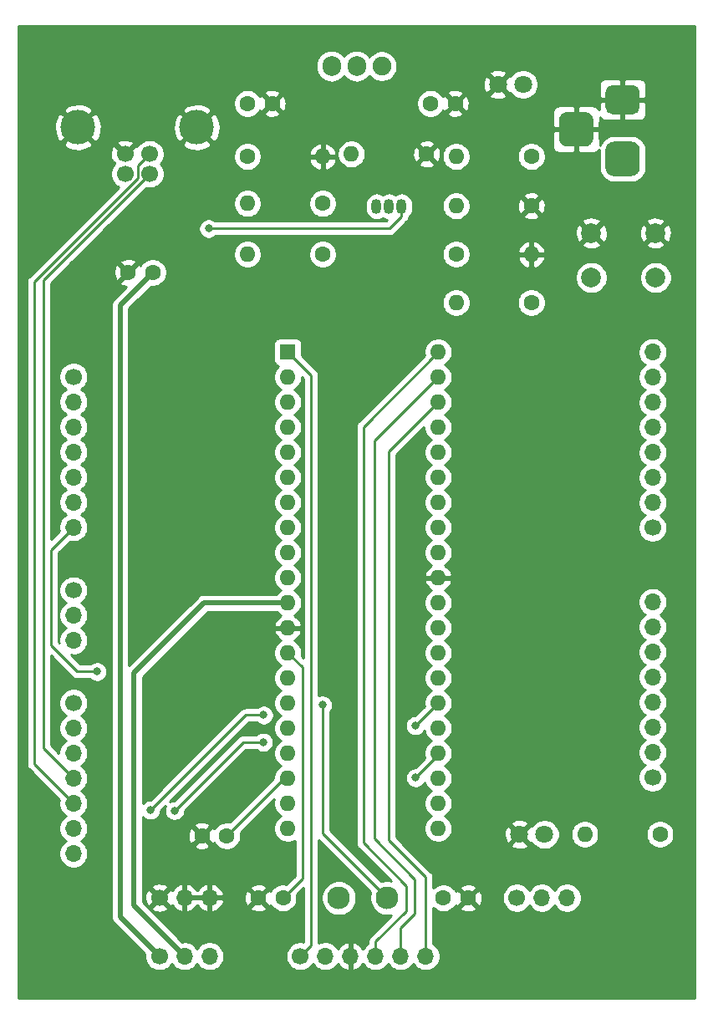
<source format=gbr>
G04 #@! TF.GenerationSoftware,KiCad,Pcbnew,(5.1.8)-1*
G04 #@! TF.CreationDate,2021-03-30T22:00:51-03:00*
G04 #@! TF.ProjectId,PIC18F4550,50494331-3846-4343-9535-302e6b696361,rev?*
G04 #@! TF.SameCoordinates,Original*
G04 #@! TF.FileFunction,Copper,L1,Top*
G04 #@! TF.FilePolarity,Positive*
%FSLAX46Y46*%
G04 Gerber Fmt 4.6, Leading zero omitted, Abs format (unit mm)*
G04 Created by KiCad (PCBNEW (5.1.8)-1) date 2021-03-30 22:00:51*
%MOMM*%
%LPD*%
G01*
G04 APERTURE LIST*
G04 #@! TA.AperFunction,ComponentPad*
%ADD10C,1.800000*%
G04 #@! TD*
G04 #@! TA.AperFunction,ComponentPad*
%ADD11C,1.600000*%
G04 #@! TD*
G04 #@! TA.AperFunction,ComponentPad*
%ADD12O,1.600000X1.600000*%
G04 #@! TD*
G04 #@! TA.AperFunction,ComponentPad*
%ADD13R,1.600000X1.600000*%
G04 #@! TD*
G04 #@! TA.AperFunction,ComponentPad*
%ADD14O,1.700000X1.700000*%
G04 #@! TD*
G04 #@! TA.AperFunction,ComponentPad*
%ADD15C,1.700000*%
G04 #@! TD*
G04 #@! TA.AperFunction,ComponentPad*
%ADD16C,3.500000*%
G04 #@! TD*
G04 #@! TA.AperFunction,ComponentPad*
%ADD17O,1.050000X1.500000*%
G04 #@! TD*
G04 #@! TA.AperFunction,ComponentPad*
%ADD18C,2.000000*%
G04 #@! TD*
G04 #@! TA.AperFunction,ComponentPad*
%ADD19C,1.905000*%
G04 #@! TD*
G04 #@! TA.AperFunction,ComponentPad*
%ADD20O,1.905000X2.000000*%
G04 #@! TD*
G04 #@! TA.AperFunction,ComponentPad*
%ADD21C,2.300000*%
G04 #@! TD*
G04 #@! TA.AperFunction,ViaPad*
%ADD22C,0.800000*%
G04 #@! TD*
G04 #@! TA.AperFunction,Conductor*
%ADD23C,0.254000*%
G04 #@! TD*
G04 #@! TA.AperFunction,Conductor*
%ADD24C,0.508000*%
G04 #@! TD*
G04 #@! TA.AperFunction,Conductor*
%ADD25C,0.100000*%
G04 #@! TD*
G04 APERTURE END LIST*
D10*
X173890000Y-54575000D03*
X171350000Y-54575000D03*
D11*
X174725000Y-61875000D03*
D12*
X167105000Y-61875000D03*
D13*
X150057500Y-81675000D03*
D12*
X165297500Y-129935000D03*
X150057500Y-84215000D03*
X165297500Y-127395000D03*
X150057500Y-86755000D03*
X165297500Y-124855000D03*
X150057500Y-89295000D03*
X165297500Y-122315000D03*
X150057500Y-91835000D03*
X165297500Y-119775000D03*
X150057500Y-94375000D03*
X165297500Y-117235000D03*
X150057500Y-96915000D03*
X165297500Y-114695000D03*
X150057500Y-99455000D03*
X165297500Y-112155000D03*
X150057500Y-101995000D03*
X165297500Y-109615000D03*
X150057500Y-104535000D03*
X165297500Y-107075000D03*
X150057500Y-107075000D03*
X165297500Y-104535000D03*
X150057500Y-109615000D03*
X165297500Y-101995000D03*
X150057500Y-112155000D03*
X165297500Y-99455000D03*
X150057500Y-114695000D03*
X165297500Y-96915000D03*
X150057500Y-117235000D03*
X165297500Y-94375000D03*
X150057500Y-119775000D03*
X165297500Y-91835000D03*
X150057500Y-122315000D03*
X165297500Y-89295000D03*
X150057500Y-124855000D03*
X165297500Y-86755000D03*
X150057500Y-127395000D03*
X165297500Y-84215000D03*
X150057500Y-129935000D03*
X165297500Y-81675000D03*
D11*
X141375000Y-130675000D03*
X143875000Y-130675000D03*
X133875000Y-73625000D03*
X136375000Y-73625000D03*
X149575000Y-136975000D03*
X147075000Y-136975000D03*
X168325000Y-136975000D03*
X165825000Y-136975000D03*
X145975000Y-56500000D03*
X148475000Y-56500000D03*
D10*
X173525000Y-130525000D03*
X176065000Y-130525000D03*
D11*
X164125000Y-61625000D03*
D12*
X156505000Y-61625000D03*
X145975000Y-66625000D03*
D11*
X153595000Y-66625000D03*
D14*
X142136250Y-136950000D03*
X139596250Y-136950000D03*
D15*
X137056250Y-136950000D03*
X173258750Y-136950000D03*
D14*
X175798750Y-136950000D03*
X178338750Y-136950000D03*
D15*
X137056250Y-142875000D03*
D14*
X139596250Y-142875000D03*
X142136250Y-142875000D03*
G04 #@! TA.AperFunction,ComponentPad*
G36*
G01*
X183100000Y-60365000D02*
X184850000Y-60365000D01*
G75*
G02*
X185725000Y-61240000I0J-875000D01*
G01*
X185725000Y-62990000D01*
G75*
G02*
X184850000Y-63865000I-875000J0D01*
G01*
X183100000Y-63865000D01*
G75*
G02*
X182225000Y-62990000I0J875000D01*
G01*
X182225000Y-61240000D01*
G75*
G02*
X183100000Y-60365000I875000J0D01*
G01*
G37*
G04 #@! TD.AperFunction*
G04 #@! TA.AperFunction,ComponentPad*
G36*
G01*
X182975000Y-54615000D02*
X184975000Y-54615000D01*
G75*
G02*
X185725000Y-55365000I0J-750000D01*
G01*
X185725000Y-56865000D01*
G75*
G02*
X184975000Y-57615000I-750000J0D01*
G01*
X182975000Y-57615000D01*
G75*
G02*
X182225000Y-56865000I0J750000D01*
G01*
X182225000Y-55365000D01*
G75*
G02*
X182975000Y-54615000I750000J0D01*
G01*
G37*
G04 #@! TD.AperFunction*
G04 #@! TA.AperFunction,ComponentPad*
G36*
G01*
X178400000Y-57365000D02*
X180150000Y-57365000D01*
G75*
G02*
X181025000Y-58240000I0J-875000D01*
G01*
X181025000Y-59990000D01*
G75*
G02*
X180150000Y-60865000I-875000J0D01*
G01*
X178400000Y-60865000D01*
G75*
G02*
X177525000Y-59990000I0J875000D01*
G01*
X177525000Y-58240000D01*
G75*
G02*
X178400000Y-57365000I875000J0D01*
G01*
G37*
G04 #@! TD.AperFunction*
D15*
X133575000Y-63625000D03*
X136075000Y-63625000D03*
X136075000Y-61625000D03*
X133575000Y-61625000D03*
D16*
X128805000Y-58915000D03*
X140845000Y-58915000D03*
D17*
X160315000Y-66925000D03*
X159045000Y-66925000D03*
X161585000Y-66925000D03*
D12*
X167105000Y-76675000D03*
D11*
X174725000Y-76675000D03*
D12*
X180140000Y-130525000D03*
D11*
X187760000Y-130525000D03*
X174725000Y-66875000D03*
D12*
X167105000Y-66875000D03*
D11*
X145975000Y-61875000D03*
D12*
X153595000Y-61875000D03*
X145975000Y-71775000D03*
D11*
X153595000Y-71775000D03*
X167105000Y-71775000D03*
D12*
X174725000Y-71775000D03*
D18*
X180810000Y-74125000D03*
X180810000Y-69625000D03*
X187310000Y-74125000D03*
X187310000Y-69625000D03*
D19*
X159575000Y-52725000D03*
D20*
X157035000Y-52725000D03*
X154495000Y-52725000D03*
D21*
X155232500Y-136975000D03*
X160132500Y-136975000D03*
D15*
X187010000Y-124775000D03*
D14*
X187010000Y-122235000D03*
X187010000Y-119695000D03*
X187010000Y-117155000D03*
X187010000Y-114615000D03*
X187010000Y-112075000D03*
X187010000Y-109535000D03*
X187010000Y-106995000D03*
X128355000Y-99415000D03*
X128355000Y-96875000D03*
X128355000Y-94335000D03*
X128355000Y-91795000D03*
X128355000Y-89255000D03*
X128355000Y-86715000D03*
D15*
X128355000Y-84175000D03*
X128355000Y-105800000D03*
D14*
X128355000Y-108340000D03*
X128355000Y-110880000D03*
X187010000Y-81695000D03*
X187010000Y-84235000D03*
X187010000Y-86775000D03*
X187010000Y-89315000D03*
X187010000Y-91855000D03*
X187010000Y-94395000D03*
X187010000Y-96935000D03*
D15*
X187010000Y-99475000D03*
X128355000Y-117225000D03*
D14*
X128355000Y-119765000D03*
X128355000Y-122305000D03*
X128355000Y-124845000D03*
X128355000Y-127385000D03*
X128355000Y-129925000D03*
X128355000Y-132465000D03*
D11*
X164525000Y-56500000D03*
X167025000Y-56500000D03*
D15*
X151332500Y-142875000D03*
D14*
X153872500Y-142875000D03*
X156412500Y-142875000D03*
X158952500Y-142875000D03*
X161492500Y-142875000D03*
X164032500Y-142875000D03*
D22*
X153575000Y-117425000D03*
X130750000Y-114050000D03*
X163000000Y-124800000D03*
X136175000Y-128075000D03*
X147625000Y-118450000D03*
X138600000Y-128125000D03*
X147575000Y-121200000D03*
X162975000Y-119525000D03*
X142050000Y-69175000D03*
D23*
X149695000Y-124855000D02*
X150057500Y-124855000D01*
X143875000Y-130675000D02*
X149695000Y-124855000D01*
X149575000Y-136975000D02*
X151525000Y-135025000D01*
X151525000Y-113622500D02*
X150057500Y-112155000D01*
X151525000Y-135025000D02*
X151525000Y-113622500D01*
D24*
X137056250Y-142875000D02*
X133075000Y-138893750D01*
X133075000Y-76925000D02*
X136375000Y-73625000D01*
X133075000Y-138893750D02*
X133075000Y-76925000D01*
D23*
X160132500Y-136975000D02*
X153575000Y-130417500D01*
X153575000Y-130417500D02*
X153575000Y-117425000D01*
X128355000Y-99415000D02*
X126075000Y-101695000D01*
X126075000Y-101695000D02*
X126075000Y-111400000D01*
X128725000Y-114050000D02*
X130750000Y-114050000D01*
X126075000Y-111400000D02*
X128725000Y-114050000D01*
X158952500Y-142875000D02*
X158952500Y-141397500D01*
X158952500Y-141397500D02*
X162075000Y-138275000D01*
X162075000Y-138275000D02*
X162075000Y-135725000D01*
X162075000Y-135725000D02*
X157725000Y-131375000D01*
X157725000Y-89247500D02*
X165297500Y-81675000D01*
X157725000Y-131375000D02*
X157725000Y-89247500D01*
X161492500Y-142875000D02*
X161492500Y-140007500D01*
X161492500Y-140007500D02*
X162925000Y-138575000D01*
X162925000Y-138575000D02*
X162925000Y-135050000D01*
X162925000Y-135050000D02*
X158850000Y-130975000D01*
X158850000Y-90662500D02*
X165297500Y-84215000D01*
X158850000Y-130975000D02*
X158850000Y-90662500D01*
X164032500Y-142875000D02*
X164032500Y-134857500D01*
X164032500Y-134857500D02*
X160275000Y-131100000D01*
X160275000Y-91777500D02*
X165297500Y-86755000D01*
X160275000Y-131100000D02*
X160275000Y-91777500D01*
X136075000Y-63625000D02*
X125275000Y-74425000D01*
X125275000Y-121765000D02*
X128355000Y-124845000D01*
X125275000Y-74425000D02*
X125275000Y-121765000D01*
X165297500Y-122502500D02*
X165297500Y-122315000D01*
X163000000Y-124800000D02*
X165297500Y-122502500D01*
X124350000Y-123380000D02*
X128355000Y-127385000D01*
X124350000Y-74591962D02*
X124350000Y-123380000D01*
X134897999Y-64043963D02*
X124350000Y-74591962D01*
X134897999Y-62802001D02*
X134897999Y-64043963D01*
X136075000Y-61625000D02*
X134897999Y-62802001D01*
X145800000Y-118450000D02*
X147625000Y-118450000D01*
X136175000Y-128075000D02*
X145800000Y-118450000D01*
X145525000Y-121200000D02*
X147575000Y-121200000D01*
X138600000Y-128125000D02*
X145525000Y-121200000D01*
X165265000Y-117235000D02*
X165297500Y-117235000D01*
X162975000Y-119525000D02*
X165265000Y-117235000D01*
D24*
X139596250Y-142875000D02*
X134475000Y-137753750D01*
X134475000Y-137753750D02*
X134475000Y-114200000D01*
X141600000Y-107075000D02*
X150057500Y-107075000D01*
X134475000Y-114200000D02*
X141600000Y-107075000D01*
D23*
X161585000Y-67929000D02*
X161585000Y-66925000D01*
X160339000Y-69175000D02*
X161585000Y-67929000D01*
X142050000Y-69175000D02*
X160339000Y-69175000D01*
X151332500Y-142875000D02*
X152425000Y-141782500D01*
X152425000Y-84042500D02*
X150057500Y-81675000D01*
X152425000Y-141782500D02*
X152425000Y-84042500D01*
X191290000Y-147140000D02*
X122760000Y-147140000D01*
X122760000Y-74591962D01*
X123584314Y-74591962D01*
X123588000Y-74629385D01*
X123588001Y-123342567D01*
X123584314Y-123380000D01*
X123599027Y-123529378D01*
X123642599Y-123673015D01*
X123713355Y-123805392D01*
X123776879Y-123882795D01*
X123808579Y-123921422D01*
X123837649Y-123945279D01*
X126913321Y-127020952D01*
X126870000Y-127238740D01*
X126870000Y-127531260D01*
X126927068Y-127818158D01*
X127039010Y-128088411D01*
X127201525Y-128331632D01*
X127408368Y-128538475D01*
X127582760Y-128655000D01*
X127408368Y-128771525D01*
X127201525Y-128978368D01*
X127039010Y-129221589D01*
X126927068Y-129491842D01*
X126870000Y-129778740D01*
X126870000Y-130071260D01*
X126927068Y-130358158D01*
X127039010Y-130628411D01*
X127201525Y-130871632D01*
X127408368Y-131078475D01*
X127582760Y-131195000D01*
X127408368Y-131311525D01*
X127201525Y-131518368D01*
X127039010Y-131761589D01*
X126927068Y-132031842D01*
X126870000Y-132318740D01*
X126870000Y-132611260D01*
X126927068Y-132898158D01*
X127039010Y-133168411D01*
X127201525Y-133411632D01*
X127408368Y-133618475D01*
X127651589Y-133780990D01*
X127921842Y-133892932D01*
X128208740Y-133950000D01*
X128501260Y-133950000D01*
X128788158Y-133892932D01*
X129058411Y-133780990D01*
X129301632Y-133618475D01*
X129508475Y-133411632D01*
X129670990Y-133168411D01*
X129782932Y-132898158D01*
X129840000Y-132611260D01*
X129840000Y-132318740D01*
X129782932Y-132031842D01*
X129670990Y-131761589D01*
X129508475Y-131518368D01*
X129301632Y-131311525D01*
X129127240Y-131195000D01*
X129301632Y-131078475D01*
X129508475Y-130871632D01*
X129670990Y-130628411D01*
X129782932Y-130358158D01*
X129840000Y-130071260D01*
X129840000Y-129778740D01*
X129782932Y-129491842D01*
X129670990Y-129221589D01*
X129508475Y-128978368D01*
X129301632Y-128771525D01*
X129127240Y-128655000D01*
X129301632Y-128538475D01*
X129508475Y-128331632D01*
X129670990Y-128088411D01*
X129782932Y-127818158D01*
X129840000Y-127531260D01*
X129840000Y-127238740D01*
X129782932Y-126951842D01*
X129670990Y-126681589D01*
X129508475Y-126438368D01*
X129301632Y-126231525D01*
X129127240Y-126115000D01*
X129301632Y-125998475D01*
X129508475Y-125791632D01*
X129670990Y-125548411D01*
X129782932Y-125278158D01*
X129840000Y-124991260D01*
X129840000Y-124698740D01*
X129782932Y-124411842D01*
X129670990Y-124141589D01*
X129508475Y-123898368D01*
X129301632Y-123691525D01*
X129127240Y-123575000D01*
X129301632Y-123458475D01*
X129508475Y-123251632D01*
X129670990Y-123008411D01*
X129782932Y-122738158D01*
X129840000Y-122451260D01*
X129840000Y-122158740D01*
X129782932Y-121871842D01*
X129670990Y-121601589D01*
X129508475Y-121358368D01*
X129301632Y-121151525D01*
X129127240Y-121035000D01*
X129301632Y-120918475D01*
X129508475Y-120711632D01*
X129670990Y-120468411D01*
X129782932Y-120198158D01*
X129840000Y-119911260D01*
X129840000Y-119618740D01*
X129782932Y-119331842D01*
X129670990Y-119061589D01*
X129508475Y-118818368D01*
X129301632Y-118611525D01*
X129127240Y-118495000D01*
X129301632Y-118378475D01*
X129508475Y-118171632D01*
X129670990Y-117928411D01*
X129782932Y-117658158D01*
X129840000Y-117371260D01*
X129840000Y-117078740D01*
X129782932Y-116791842D01*
X129670990Y-116521589D01*
X129508475Y-116278368D01*
X129301632Y-116071525D01*
X129058411Y-115909010D01*
X128788158Y-115797068D01*
X128501260Y-115740000D01*
X128208740Y-115740000D01*
X127921842Y-115797068D01*
X127651589Y-115909010D01*
X127408368Y-116071525D01*
X127201525Y-116278368D01*
X127039010Y-116521589D01*
X126927068Y-116791842D01*
X126870000Y-117078740D01*
X126870000Y-117371260D01*
X126927068Y-117658158D01*
X127039010Y-117928411D01*
X127201525Y-118171632D01*
X127408368Y-118378475D01*
X127582760Y-118495000D01*
X127408368Y-118611525D01*
X127201525Y-118818368D01*
X127039010Y-119061589D01*
X126927068Y-119331842D01*
X126870000Y-119618740D01*
X126870000Y-119911260D01*
X126927068Y-120198158D01*
X127039010Y-120468411D01*
X127201525Y-120711632D01*
X127408368Y-120918475D01*
X127582760Y-121035000D01*
X127408368Y-121151525D01*
X127201525Y-121358368D01*
X127039010Y-121601589D01*
X126927068Y-121871842D01*
X126870000Y-122158740D01*
X126870000Y-122282370D01*
X126037000Y-121449370D01*
X126037000Y-112439630D01*
X128159721Y-114562352D01*
X128183578Y-114591422D01*
X128212648Y-114615279D01*
X128299607Y-114686645D01*
X128317654Y-114696291D01*
X128431985Y-114757402D01*
X128575622Y-114800974D01*
X128687574Y-114812000D01*
X128687577Y-114812000D01*
X128725000Y-114815686D01*
X128762423Y-114812000D01*
X130048289Y-114812000D01*
X130090226Y-114853937D01*
X130259744Y-114967205D01*
X130448102Y-115045226D01*
X130648061Y-115085000D01*
X130851939Y-115085000D01*
X131051898Y-115045226D01*
X131240256Y-114967205D01*
X131409774Y-114853937D01*
X131553937Y-114709774D01*
X131667205Y-114540256D01*
X131745226Y-114351898D01*
X131785000Y-114151939D01*
X131785000Y-113948061D01*
X131745226Y-113748102D01*
X131667205Y-113559744D01*
X131553937Y-113390226D01*
X131409774Y-113246063D01*
X131240256Y-113132795D01*
X131051898Y-113054774D01*
X130851939Y-113015000D01*
X130648061Y-113015000D01*
X130448102Y-113054774D01*
X130259744Y-113132795D01*
X130090226Y-113246063D01*
X130048289Y-113288000D01*
X129040631Y-113288000D01*
X128095008Y-112342377D01*
X128208740Y-112365000D01*
X128501260Y-112365000D01*
X128788158Y-112307932D01*
X129058411Y-112195990D01*
X129301632Y-112033475D01*
X129508475Y-111826632D01*
X129670990Y-111583411D01*
X129782932Y-111313158D01*
X129840000Y-111026260D01*
X129840000Y-110733740D01*
X129782932Y-110446842D01*
X129670990Y-110176589D01*
X129508475Y-109933368D01*
X129301632Y-109726525D01*
X129127240Y-109610000D01*
X129301632Y-109493475D01*
X129508475Y-109286632D01*
X129670990Y-109043411D01*
X129782932Y-108773158D01*
X129840000Y-108486260D01*
X129840000Y-108193740D01*
X129782932Y-107906842D01*
X129670990Y-107636589D01*
X129508475Y-107393368D01*
X129301632Y-107186525D01*
X129127240Y-107070000D01*
X129301632Y-106953475D01*
X129508475Y-106746632D01*
X129670990Y-106503411D01*
X129782932Y-106233158D01*
X129840000Y-105946260D01*
X129840000Y-105653740D01*
X129782932Y-105366842D01*
X129670990Y-105096589D01*
X129508475Y-104853368D01*
X129301632Y-104646525D01*
X129058411Y-104484010D01*
X128788158Y-104372068D01*
X128501260Y-104315000D01*
X128208740Y-104315000D01*
X127921842Y-104372068D01*
X127651589Y-104484010D01*
X127408368Y-104646525D01*
X127201525Y-104853368D01*
X127039010Y-105096589D01*
X126927068Y-105366842D01*
X126870000Y-105653740D01*
X126870000Y-105946260D01*
X126927068Y-106233158D01*
X127039010Y-106503411D01*
X127201525Y-106746632D01*
X127408368Y-106953475D01*
X127582760Y-107070000D01*
X127408368Y-107186525D01*
X127201525Y-107393368D01*
X127039010Y-107636589D01*
X126927068Y-107906842D01*
X126870000Y-108193740D01*
X126870000Y-108486260D01*
X126927068Y-108773158D01*
X127039010Y-109043411D01*
X127201525Y-109286632D01*
X127408368Y-109493475D01*
X127582760Y-109610000D01*
X127408368Y-109726525D01*
X127201525Y-109933368D01*
X127039010Y-110176589D01*
X126927068Y-110446842D01*
X126870000Y-110733740D01*
X126870000Y-111026260D01*
X126892623Y-111139993D01*
X126837000Y-111084370D01*
X126837000Y-102010630D01*
X127990952Y-100856679D01*
X128208740Y-100900000D01*
X128501260Y-100900000D01*
X128788158Y-100842932D01*
X129058411Y-100730990D01*
X129301632Y-100568475D01*
X129508475Y-100361632D01*
X129670990Y-100118411D01*
X129782932Y-99848158D01*
X129840000Y-99561260D01*
X129840000Y-99268740D01*
X129782932Y-98981842D01*
X129670990Y-98711589D01*
X129508475Y-98468368D01*
X129301632Y-98261525D01*
X129127240Y-98145000D01*
X129301632Y-98028475D01*
X129508475Y-97821632D01*
X129670990Y-97578411D01*
X129782932Y-97308158D01*
X129840000Y-97021260D01*
X129840000Y-96728740D01*
X129782932Y-96441842D01*
X129670990Y-96171589D01*
X129508475Y-95928368D01*
X129301632Y-95721525D01*
X129127240Y-95605000D01*
X129301632Y-95488475D01*
X129508475Y-95281632D01*
X129670990Y-95038411D01*
X129782932Y-94768158D01*
X129840000Y-94481260D01*
X129840000Y-94188740D01*
X129782932Y-93901842D01*
X129670990Y-93631589D01*
X129508475Y-93388368D01*
X129301632Y-93181525D01*
X129127240Y-93065000D01*
X129301632Y-92948475D01*
X129508475Y-92741632D01*
X129670990Y-92498411D01*
X129782932Y-92228158D01*
X129840000Y-91941260D01*
X129840000Y-91648740D01*
X129782932Y-91361842D01*
X129670990Y-91091589D01*
X129508475Y-90848368D01*
X129301632Y-90641525D01*
X129127240Y-90525000D01*
X129301632Y-90408475D01*
X129508475Y-90201632D01*
X129670990Y-89958411D01*
X129782932Y-89688158D01*
X129840000Y-89401260D01*
X129840000Y-89108740D01*
X129782932Y-88821842D01*
X129670990Y-88551589D01*
X129508475Y-88308368D01*
X129301632Y-88101525D01*
X129127240Y-87985000D01*
X129301632Y-87868475D01*
X129508475Y-87661632D01*
X129670990Y-87418411D01*
X129782932Y-87148158D01*
X129840000Y-86861260D01*
X129840000Y-86568740D01*
X129782932Y-86281842D01*
X129670990Y-86011589D01*
X129508475Y-85768368D01*
X129301632Y-85561525D01*
X129127240Y-85445000D01*
X129301632Y-85328475D01*
X129508475Y-85121632D01*
X129670990Y-84878411D01*
X129782932Y-84608158D01*
X129840000Y-84321260D01*
X129840000Y-84028740D01*
X129782932Y-83741842D01*
X129670990Y-83471589D01*
X129508475Y-83228368D01*
X129301632Y-83021525D01*
X129058411Y-82859010D01*
X128788158Y-82747068D01*
X128501260Y-82690000D01*
X128208740Y-82690000D01*
X127921842Y-82747068D01*
X127651589Y-82859010D01*
X127408368Y-83021525D01*
X127201525Y-83228368D01*
X127039010Y-83471589D01*
X126927068Y-83741842D01*
X126870000Y-84028740D01*
X126870000Y-84321260D01*
X126927068Y-84608158D01*
X127039010Y-84878411D01*
X127201525Y-85121632D01*
X127408368Y-85328475D01*
X127582760Y-85445000D01*
X127408368Y-85561525D01*
X127201525Y-85768368D01*
X127039010Y-86011589D01*
X126927068Y-86281842D01*
X126870000Y-86568740D01*
X126870000Y-86861260D01*
X126927068Y-87148158D01*
X127039010Y-87418411D01*
X127201525Y-87661632D01*
X127408368Y-87868475D01*
X127582760Y-87985000D01*
X127408368Y-88101525D01*
X127201525Y-88308368D01*
X127039010Y-88551589D01*
X126927068Y-88821842D01*
X126870000Y-89108740D01*
X126870000Y-89401260D01*
X126927068Y-89688158D01*
X127039010Y-89958411D01*
X127201525Y-90201632D01*
X127408368Y-90408475D01*
X127582760Y-90525000D01*
X127408368Y-90641525D01*
X127201525Y-90848368D01*
X127039010Y-91091589D01*
X126927068Y-91361842D01*
X126870000Y-91648740D01*
X126870000Y-91941260D01*
X126927068Y-92228158D01*
X127039010Y-92498411D01*
X127201525Y-92741632D01*
X127408368Y-92948475D01*
X127582760Y-93065000D01*
X127408368Y-93181525D01*
X127201525Y-93388368D01*
X127039010Y-93631589D01*
X126927068Y-93901842D01*
X126870000Y-94188740D01*
X126870000Y-94481260D01*
X126927068Y-94768158D01*
X127039010Y-95038411D01*
X127201525Y-95281632D01*
X127408368Y-95488475D01*
X127582760Y-95605000D01*
X127408368Y-95721525D01*
X127201525Y-95928368D01*
X127039010Y-96171589D01*
X126927068Y-96441842D01*
X126870000Y-96728740D01*
X126870000Y-97021260D01*
X126927068Y-97308158D01*
X127039010Y-97578411D01*
X127201525Y-97821632D01*
X127408368Y-98028475D01*
X127582760Y-98145000D01*
X127408368Y-98261525D01*
X127201525Y-98468368D01*
X127039010Y-98711589D01*
X126927068Y-98981842D01*
X126870000Y-99268740D01*
X126870000Y-99561260D01*
X126913321Y-99779048D01*
X126037000Y-100655370D01*
X126037000Y-76925000D01*
X132181700Y-76925000D01*
X132186001Y-76968670D01*
X132186000Y-138850090D01*
X132181700Y-138893750D01*
X132186000Y-138937410D01*
X132186000Y-138937416D01*
X132198864Y-139068023D01*
X132249697Y-139235600D01*
X132332247Y-139390040D01*
X132443341Y-139525409D01*
X132477264Y-139553249D01*
X135584773Y-142660758D01*
X135571250Y-142728740D01*
X135571250Y-143021260D01*
X135628318Y-143308158D01*
X135740260Y-143578411D01*
X135902775Y-143821632D01*
X136109618Y-144028475D01*
X136352839Y-144190990D01*
X136623092Y-144302932D01*
X136909990Y-144360000D01*
X137202510Y-144360000D01*
X137489408Y-144302932D01*
X137759661Y-144190990D01*
X138002882Y-144028475D01*
X138209725Y-143821632D01*
X138326250Y-143647240D01*
X138442775Y-143821632D01*
X138649618Y-144028475D01*
X138892839Y-144190990D01*
X139163092Y-144302932D01*
X139449990Y-144360000D01*
X139742510Y-144360000D01*
X140029408Y-144302932D01*
X140299661Y-144190990D01*
X140542882Y-144028475D01*
X140749725Y-143821632D01*
X140866250Y-143647240D01*
X140982775Y-143821632D01*
X141189618Y-144028475D01*
X141432839Y-144190990D01*
X141703092Y-144302932D01*
X141989990Y-144360000D01*
X142282510Y-144360000D01*
X142569408Y-144302932D01*
X142839661Y-144190990D01*
X143082882Y-144028475D01*
X143289725Y-143821632D01*
X143452240Y-143578411D01*
X143564182Y-143308158D01*
X143621250Y-143021260D01*
X143621250Y-142728740D01*
X143564182Y-142441842D01*
X143452240Y-142171589D01*
X143289725Y-141928368D01*
X143082882Y-141721525D01*
X142839661Y-141559010D01*
X142569408Y-141447068D01*
X142282510Y-141390000D01*
X141989990Y-141390000D01*
X141703092Y-141447068D01*
X141432839Y-141559010D01*
X141189618Y-141721525D01*
X140982775Y-141928368D01*
X140866250Y-142102760D01*
X140749725Y-141928368D01*
X140542882Y-141721525D01*
X140299661Y-141559010D01*
X140029408Y-141447068D01*
X139742510Y-141390000D01*
X139449990Y-141390000D01*
X139382008Y-141403522D01*
X135956883Y-137978397D01*
X136207458Y-137978397D01*
X136285093Y-138227472D01*
X136549133Y-138353371D01*
X136832661Y-138425339D01*
X137124781Y-138440611D01*
X137414269Y-138398599D01*
X137689997Y-138300919D01*
X137827407Y-138227472D01*
X137905042Y-137978397D01*
X137056250Y-137129605D01*
X136207458Y-137978397D01*
X135956883Y-137978397D01*
X135364000Y-137385515D01*
X135364000Y-137018531D01*
X135565639Y-137018531D01*
X135607651Y-137308019D01*
X135705331Y-137583747D01*
X135778778Y-137721157D01*
X136027853Y-137798792D01*
X136876645Y-136950000D01*
X137235855Y-136950000D01*
X138084647Y-137798792D01*
X138333722Y-137721157D01*
X138334481Y-137719564D01*
X138401072Y-137831355D01*
X138595981Y-138047588D01*
X138829330Y-138221641D01*
X139092151Y-138346825D01*
X139239360Y-138391476D01*
X139469250Y-138270155D01*
X139469250Y-137077000D01*
X139723250Y-137077000D01*
X139723250Y-138270155D01*
X139953140Y-138391476D01*
X140100349Y-138346825D01*
X140363170Y-138221641D01*
X140596519Y-138047588D01*
X140791428Y-137831355D01*
X140866250Y-137705745D01*
X140941072Y-137831355D01*
X141135981Y-138047588D01*
X141369330Y-138221641D01*
X141632151Y-138346825D01*
X141779360Y-138391476D01*
X142009250Y-138270155D01*
X142009250Y-137077000D01*
X142263250Y-137077000D01*
X142263250Y-138270155D01*
X142493140Y-138391476D01*
X142640349Y-138346825D01*
X142903170Y-138221641D01*
X143136519Y-138047588D01*
X143208526Y-137967702D01*
X146261903Y-137967702D01*
X146333486Y-138211671D01*
X146588996Y-138332571D01*
X146863184Y-138401300D01*
X147145512Y-138415217D01*
X147425130Y-138373787D01*
X147691292Y-138278603D01*
X147816514Y-138211671D01*
X147888097Y-137967702D01*
X147075000Y-137154605D01*
X146261903Y-137967702D01*
X143208526Y-137967702D01*
X143331428Y-137831355D01*
X143480407Y-137581252D01*
X143577731Y-137306891D01*
X143457064Y-137077000D01*
X142263250Y-137077000D01*
X142009250Y-137077000D01*
X139723250Y-137077000D01*
X139469250Y-137077000D01*
X139449250Y-137077000D01*
X139449250Y-137045512D01*
X145634783Y-137045512D01*
X145676213Y-137325130D01*
X145771397Y-137591292D01*
X145838329Y-137716514D01*
X146082298Y-137788097D01*
X146895395Y-136975000D01*
X146082298Y-136161903D01*
X145838329Y-136233486D01*
X145717429Y-136488996D01*
X145648700Y-136763184D01*
X145634783Y-137045512D01*
X139449250Y-137045512D01*
X139449250Y-136823000D01*
X139469250Y-136823000D01*
X139469250Y-135629845D01*
X139723250Y-135629845D01*
X139723250Y-136823000D01*
X142009250Y-136823000D01*
X142009250Y-135629845D01*
X142263250Y-135629845D01*
X142263250Y-136823000D01*
X143457064Y-136823000D01*
X143577731Y-136593109D01*
X143480407Y-136318748D01*
X143331428Y-136068645D01*
X143253597Y-135982298D01*
X146261903Y-135982298D01*
X147075000Y-136795395D01*
X147888097Y-135982298D01*
X147816514Y-135738329D01*
X147561004Y-135617429D01*
X147286816Y-135548700D01*
X147004488Y-135534783D01*
X146724870Y-135576213D01*
X146458708Y-135671397D01*
X146333486Y-135738329D01*
X146261903Y-135982298D01*
X143253597Y-135982298D01*
X143136519Y-135852412D01*
X142903170Y-135678359D01*
X142640349Y-135553175D01*
X142493140Y-135508524D01*
X142263250Y-135629845D01*
X142009250Y-135629845D01*
X141779360Y-135508524D01*
X141632151Y-135553175D01*
X141369330Y-135678359D01*
X141135981Y-135852412D01*
X140941072Y-136068645D01*
X140866250Y-136194255D01*
X140791428Y-136068645D01*
X140596519Y-135852412D01*
X140363170Y-135678359D01*
X140100349Y-135553175D01*
X139953140Y-135508524D01*
X139723250Y-135629845D01*
X139469250Y-135629845D01*
X139239360Y-135508524D01*
X139092151Y-135553175D01*
X138829330Y-135678359D01*
X138595981Y-135852412D01*
X138401072Y-136068645D01*
X138334530Y-136180355D01*
X138333722Y-136178843D01*
X138084647Y-136101208D01*
X137235855Y-136950000D01*
X136876645Y-136950000D01*
X136027853Y-136101208D01*
X135778778Y-136178843D01*
X135652879Y-136442883D01*
X135580911Y-136726411D01*
X135565639Y-137018531D01*
X135364000Y-137018531D01*
X135364000Y-135921603D01*
X136207458Y-135921603D01*
X137056250Y-136770395D01*
X137905042Y-135921603D01*
X137827407Y-135672528D01*
X137563367Y-135546629D01*
X137279839Y-135474661D01*
X136987719Y-135459389D01*
X136698231Y-135501401D01*
X136422503Y-135599081D01*
X136285093Y-135672528D01*
X136207458Y-135921603D01*
X135364000Y-135921603D01*
X135364000Y-131667702D01*
X140561903Y-131667702D01*
X140633486Y-131911671D01*
X140888996Y-132032571D01*
X141163184Y-132101300D01*
X141445512Y-132115217D01*
X141725130Y-132073787D01*
X141991292Y-131978603D01*
X142116514Y-131911671D01*
X142188097Y-131667702D01*
X141375000Y-130854605D01*
X140561903Y-131667702D01*
X135364000Y-131667702D01*
X135364000Y-130745512D01*
X139934783Y-130745512D01*
X139976213Y-131025130D01*
X140071397Y-131291292D01*
X140138329Y-131416514D01*
X140382298Y-131488097D01*
X141195395Y-130675000D01*
X140382298Y-129861903D01*
X140138329Y-129933486D01*
X140017429Y-130188996D01*
X139948700Y-130463184D01*
X139934783Y-130745512D01*
X135364000Y-130745512D01*
X135364000Y-129682298D01*
X140561903Y-129682298D01*
X141375000Y-130495395D01*
X142188097Y-129682298D01*
X142116514Y-129438329D01*
X141861004Y-129317429D01*
X141586816Y-129248700D01*
X141304488Y-129234783D01*
X141024870Y-129276213D01*
X140758708Y-129371397D01*
X140633486Y-129438329D01*
X140561903Y-129682298D01*
X135364000Y-129682298D01*
X135364000Y-128724203D01*
X135371063Y-128734774D01*
X135515226Y-128878937D01*
X135684744Y-128992205D01*
X135873102Y-129070226D01*
X136073061Y-129110000D01*
X136276939Y-129110000D01*
X136476898Y-129070226D01*
X136665256Y-128992205D01*
X136834774Y-128878937D01*
X136978937Y-128734774D01*
X137092205Y-128565256D01*
X137170226Y-128376898D01*
X137210000Y-128176939D01*
X137210000Y-128117630D01*
X137675659Y-127651971D01*
X137604774Y-127823102D01*
X137565000Y-128023061D01*
X137565000Y-128226939D01*
X137604774Y-128426898D01*
X137682795Y-128615256D01*
X137796063Y-128784774D01*
X137940226Y-128928937D01*
X138109744Y-129042205D01*
X138298102Y-129120226D01*
X138498061Y-129160000D01*
X138701939Y-129160000D01*
X138901898Y-129120226D01*
X139090256Y-129042205D01*
X139259774Y-128928937D01*
X139403937Y-128784774D01*
X139517205Y-128615256D01*
X139595226Y-128426898D01*
X139635000Y-128226939D01*
X139635000Y-128167630D01*
X145840631Y-121962000D01*
X146873289Y-121962000D01*
X146915226Y-122003937D01*
X147084744Y-122117205D01*
X147273102Y-122195226D01*
X147473061Y-122235000D01*
X147676939Y-122235000D01*
X147876898Y-122195226D01*
X148065256Y-122117205D01*
X148234774Y-122003937D01*
X148378937Y-121859774D01*
X148492205Y-121690256D01*
X148570226Y-121501898D01*
X148610000Y-121301939D01*
X148610000Y-121098061D01*
X148570226Y-120898102D01*
X148492205Y-120709744D01*
X148378937Y-120540226D01*
X148234774Y-120396063D01*
X148065256Y-120282795D01*
X147876898Y-120204774D01*
X147676939Y-120165000D01*
X147473061Y-120165000D01*
X147273102Y-120204774D01*
X147084744Y-120282795D01*
X146915226Y-120396063D01*
X146873289Y-120438000D01*
X145562423Y-120438000D01*
X145525000Y-120434314D01*
X145487577Y-120438000D01*
X145487574Y-120438000D01*
X145375622Y-120449026D01*
X145231985Y-120492598D01*
X145180297Y-120520226D01*
X145099607Y-120563355D01*
X145016904Y-120631228D01*
X144983578Y-120658578D01*
X144959721Y-120687648D01*
X138557370Y-127090000D01*
X138498061Y-127090000D01*
X138298102Y-127129774D01*
X138126971Y-127200659D01*
X146115630Y-119212000D01*
X146923289Y-119212000D01*
X146965226Y-119253937D01*
X147134744Y-119367205D01*
X147323102Y-119445226D01*
X147523061Y-119485000D01*
X147726939Y-119485000D01*
X147926898Y-119445226D01*
X148115256Y-119367205D01*
X148284774Y-119253937D01*
X148428937Y-119109774D01*
X148542205Y-118940256D01*
X148620226Y-118751898D01*
X148660000Y-118551939D01*
X148660000Y-118348061D01*
X148620226Y-118148102D01*
X148542205Y-117959744D01*
X148428937Y-117790226D01*
X148284774Y-117646063D01*
X148115256Y-117532795D01*
X147926898Y-117454774D01*
X147726939Y-117415000D01*
X147523061Y-117415000D01*
X147323102Y-117454774D01*
X147134744Y-117532795D01*
X146965226Y-117646063D01*
X146923289Y-117688000D01*
X145837423Y-117688000D01*
X145800000Y-117684314D01*
X145762577Y-117688000D01*
X145762574Y-117688000D01*
X145650622Y-117699026D01*
X145506985Y-117742598D01*
X145445364Y-117775535D01*
X145374607Y-117813355D01*
X145332219Y-117848143D01*
X145258578Y-117908578D01*
X145234716Y-117937654D01*
X136132370Y-127040000D01*
X136073061Y-127040000D01*
X135873102Y-127079774D01*
X135684744Y-127157795D01*
X135515226Y-127271063D01*
X135371063Y-127415226D01*
X135364000Y-127425797D01*
X135364000Y-114568235D01*
X141968236Y-107964000D01*
X148925651Y-107964000D01*
X148942863Y-107989759D01*
X149142741Y-108189637D01*
X149377773Y-108346680D01*
X149388365Y-108351067D01*
X149202369Y-108462615D01*
X148993981Y-108651586D01*
X148826463Y-108877580D01*
X148706254Y-109131913D01*
X148665596Y-109265961D01*
X148787585Y-109488000D01*
X149930500Y-109488000D01*
X149930500Y-109468000D01*
X150184500Y-109468000D01*
X150184500Y-109488000D01*
X151327415Y-109488000D01*
X151449404Y-109265961D01*
X151408746Y-109131913D01*
X151288537Y-108877580D01*
X151121019Y-108651586D01*
X150912631Y-108462615D01*
X150726635Y-108351067D01*
X150737227Y-108346680D01*
X150972259Y-108189637D01*
X151172137Y-107989759D01*
X151329180Y-107754727D01*
X151437353Y-107493574D01*
X151492500Y-107216335D01*
X151492500Y-106933665D01*
X151437353Y-106656426D01*
X151329180Y-106395273D01*
X151172137Y-106160241D01*
X150972259Y-105960363D01*
X150739741Y-105805000D01*
X150972259Y-105649637D01*
X151172137Y-105449759D01*
X151329180Y-105214727D01*
X151437353Y-104953574D01*
X151492500Y-104676335D01*
X151492500Y-104393665D01*
X151437353Y-104116426D01*
X151329180Y-103855273D01*
X151172137Y-103620241D01*
X150972259Y-103420363D01*
X150739741Y-103265000D01*
X150972259Y-103109637D01*
X151172137Y-102909759D01*
X151329180Y-102674727D01*
X151437353Y-102413574D01*
X151492500Y-102136335D01*
X151492500Y-101853665D01*
X151437353Y-101576426D01*
X151329180Y-101315273D01*
X151172137Y-101080241D01*
X150972259Y-100880363D01*
X150739741Y-100725000D01*
X150972259Y-100569637D01*
X151172137Y-100369759D01*
X151329180Y-100134727D01*
X151437353Y-99873574D01*
X151492500Y-99596335D01*
X151492500Y-99313665D01*
X151437353Y-99036426D01*
X151329180Y-98775273D01*
X151172137Y-98540241D01*
X150972259Y-98340363D01*
X150739741Y-98185000D01*
X150972259Y-98029637D01*
X151172137Y-97829759D01*
X151329180Y-97594727D01*
X151437353Y-97333574D01*
X151492500Y-97056335D01*
X151492500Y-96773665D01*
X151437353Y-96496426D01*
X151329180Y-96235273D01*
X151172137Y-96000241D01*
X150972259Y-95800363D01*
X150739741Y-95645000D01*
X150972259Y-95489637D01*
X151172137Y-95289759D01*
X151329180Y-95054727D01*
X151437353Y-94793574D01*
X151492500Y-94516335D01*
X151492500Y-94233665D01*
X151437353Y-93956426D01*
X151329180Y-93695273D01*
X151172137Y-93460241D01*
X150972259Y-93260363D01*
X150739741Y-93105000D01*
X150972259Y-92949637D01*
X151172137Y-92749759D01*
X151329180Y-92514727D01*
X151437353Y-92253574D01*
X151492500Y-91976335D01*
X151492500Y-91693665D01*
X151437353Y-91416426D01*
X151329180Y-91155273D01*
X151172137Y-90920241D01*
X150972259Y-90720363D01*
X150739741Y-90565000D01*
X150972259Y-90409637D01*
X151172137Y-90209759D01*
X151329180Y-89974727D01*
X151437353Y-89713574D01*
X151492500Y-89436335D01*
X151492500Y-89153665D01*
X151437353Y-88876426D01*
X151329180Y-88615273D01*
X151172137Y-88380241D01*
X150972259Y-88180363D01*
X150739741Y-88025000D01*
X150972259Y-87869637D01*
X151172137Y-87669759D01*
X151329180Y-87434727D01*
X151437353Y-87173574D01*
X151492500Y-86896335D01*
X151492500Y-86613665D01*
X151437353Y-86336426D01*
X151329180Y-86075273D01*
X151172137Y-85840241D01*
X150972259Y-85640363D01*
X150739741Y-85485000D01*
X150972259Y-85329637D01*
X151172137Y-85129759D01*
X151329180Y-84894727D01*
X151437353Y-84633574D01*
X151492500Y-84356335D01*
X151492500Y-84187630D01*
X151663001Y-84358131D01*
X151663001Y-112682870D01*
X151456657Y-112476527D01*
X151492500Y-112296335D01*
X151492500Y-112013665D01*
X151437353Y-111736426D01*
X151329180Y-111475273D01*
X151172137Y-111240241D01*
X150972259Y-111040363D01*
X150737227Y-110883320D01*
X150726635Y-110878933D01*
X150912631Y-110767385D01*
X151121019Y-110578414D01*
X151288537Y-110352420D01*
X151408746Y-110098087D01*
X151449404Y-109964039D01*
X151327415Y-109742000D01*
X150184500Y-109742000D01*
X150184500Y-109762000D01*
X149930500Y-109762000D01*
X149930500Y-109742000D01*
X148787585Y-109742000D01*
X148665596Y-109964039D01*
X148706254Y-110098087D01*
X148826463Y-110352420D01*
X148993981Y-110578414D01*
X149202369Y-110767385D01*
X149388365Y-110878933D01*
X149377773Y-110883320D01*
X149142741Y-111040363D01*
X148942863Y-111240241D01*
X148785820Y-111475273D01*
X148677647Y-111736426D01*
X148622500Y-112013665D01*
X148622500Y-112296335D01*
X148677647Y-112573574D01*
X148785820Y-112834727D01*
X148942863Y-113069759D01*
X149142741Y-113269637D01*
X149375259Y-113425000D01*
X149142741Y-113580363D01*
X148942863Y-113780241D01*
X148785820Y-114015273D01*
X148677647Y-114276426D01*
X148622500Y-114553665D01*
X148622500Y-114836335D01*
X148677647Y-115113574D01*
X148785820Y-115374727D01*
X148942863Y-115609759D01*
X149142741Y-115809637D01*
X149375259Y-115965000D01*
X149142741Y-116120363D01*
X148942863Y-116320241D01*
X148785820Y-116555273D01*
X148677647Y-116816426D01*
X148622500Y-117093665D01*
X148622500Y-117376335D01*
X148677647Y-117653574D01*
X148785820Y-117914727D01*
X148942863Y-118149759D01*
X149142741Y-118349637D01*
X149375259Y-118505000D01*
X149142741Y-118660363D01*
X148942863Y-118860241D01*
X148785820Y-119095273D01*
X148677647Y-119356426D01*
X148622500Y-119633665D01*
X148622500Y-119916335D01*
X148677647Y-120193574D01*
X148785820Y-120454727D01*
X148942863Y-120689759D01*
X149142741Y-120889637D01*
X149375259Y-121045000D01*
X149142741Y-121200363D01*
X148942863Y-121400241D01*
X148785820Y-121635273D01*
X148677647Y-121896426D01*
X148622500Y-122173665D01*
X148622500Y-122456335D01*
X148677647Y-122733574D01*
X148785820Y-122994727D01*
X148942863Y-123229759D01*
X149142741Y-123429637D01*
X149375259Y-123585000D01*
X149142741Y-123740363D01*
X148942863Y-123940241D01*
X148785820Y-124175273D01*
X148677647Y-124436426D01*
X148622500Y-124713665D01*
X148622500Y-124849869D01*
X144196527Y-129275843D01*
X144016335Y-129240000D01*
X143733665Y-129240000D01*
X143456426Y-129295147D01*
X143195273Y-129403320D01*
X142960241Y-129560363D01*
X142760363Y-129760241D01*
X142626308Y-129960869D01*
X142611671Y-129933486D01*
X142367702Y-129861903D01*
X141554605Y-130675000D01*
X142367702Y-131488097D01*
X142611671Y-131416514D01*
X142625324Y-131387659D01*
X142760363Y-131589759D01*
X142960241Y-131789637D01*
X143195273Y-131946680D01*
X143456426Y-132054853D01*
X143733665Y-132110000D01*
X144016335Y-132110000D01*
X144293574Y-132054853D01*
X144554727Y-131946680D01*
X144789759Y-131789637D01*
X144989637Y-131589759D01*
X145146680Y-131354727D01*
X145254853Y-131093574D01*
X145310000Y-130816335D01*
X145310000Y-130533665D01*
X145274157Y-130353473D01*
X148696344Y-126931286D01*
X148677647Y-126976426D01*
X148622500Y-127253665D01*
X148622500Y-127536335D01*
X148677647Y-127813574D01*
X148785820Y-128074727D01*
X148942863Y-128309759D01*
X149142741Y-128509637D01*
X149375259Y-128665000D01*
X149142741Y-128820363D01*
X148942863Y-129020241D01*
X148785820Y-129255273D01*
X148677647Y-129516426D01*
X148622500Y-129793665D01*
X148622500Y-130076335D01*
X148677647Y-130353574D01*
X148785820Y-130614727D01*
X148942863Y-130849759D01*
X149142741Y-131049637D01*
X149377773Y-131206680D01*
X149638926Y-131314853D01*
X149916165Y-131370000D01*
X150198835Y-131370000D01*
X150476074Y-131314853D01*
X150737227Y-131206680D01*
X150763000Y-131189459D01*
X150763000Y-134709369D01*
X149896527Y-135575843D01*
X149716335Y-135540000D01*
X149433665Y-135540000D01*
X149156426Y-135595147D01*
X148895273Y-135703320D01*
X148660241Y-135860363D01*
X148460363Y-136060241D01*
X148326308Y-136260869D01*
X148311671Y-136233486D01*
X148067702Y-136161903D01*
X147254605Y-136975000D01*
X148067702Y-137788097D01*
X148311671Y-137716514D01*
X148325324Y-137687659D01*
X148460363Y-137889759D01*
X148660241Y-138089637D01*
X148895273Y-138246680D01*
X149156426Y-138354853D01*
X149433665Y-138410000D01*
X149716335Y-138410000D01*
X149993574Y-138354853D01*
X150254727Y-138246680D01*
X150489759Y-138089637D01*
X150689637Y-137889759D01*
X150846680Y-137654727D01*
X150954853Y-137393574D01*
X151010000Y-137116335D01*
X151010000Y-136833665D01*
X150974157Y-136653473D01*
X151663000Y-135964631D01*
X151663000Y-141426648D01*
X151478760Y-141390000D01*
X151186240Y-141390000D01*
X150899342Y-141447068D01*
X150629089Y-141559010D01*
X150385868Y-141721525D01*
X150179025Y-141928368D01*
X150016510Y-142171589D01*
X149904568Y-142441842D01*
X149847500Y-142728740D01*
X149847500Y-143021260D01*
X149904568Y-143308158D01*
X150016510Y-143578411D01*
X150179025Y-143821632D01*
X150385868Y-144028475D01*
X150629089Y-144190990D01*
X150899342Y-144302932D01*
X151186240Y-144360000D01*
X151478760Y-144360000D01*
X151765658Y-144302932D01*
X152035911Y-144190990D01*
X152279132Y-144028475D01*
X152485975Y-143821632D01*
X152602500Y-143647240D01*
X152719025Y-143821632D01*
X152925868Y-144028475D01*
X153169089Y-144190990D01*
X153439342Y-144302932D01*
X153726240Y-144360000D01*
X154018760Y-144360000D01*
X154305658Y-144302932D01*
X154575911Y-144190990D01*
X154819132Y-144028475D01*
X155025975Y-143821632D01*
X155147695Y-143639466D01*
X155217322Y-143756355D01*
X155412231Y-143972588D01*
X155645580Y-144146641D01*
X155908401Y-144271825D01*
X156055610Y-144316476D01*
X156285500Y-144195155D01*
X156285500Y-143002000D01*
X156265500Y-143002000D01*
X156265500Y-142748000D01*
X156285500Y-142748000D01*
X156285500Y-141554845D01*
X156055610Y-141433524D01*
X155908401Y-141478175D01*
X155645580Y-141603359D01*
X155412231Y-141777412D01*
X155217322Y-141993645D01*
X155147695Y-142110534D01*
X155025975Y-141928368D01*
X154819132Y-141721525D01*
X154575911Y-141559010D01*
X154305658Y-141447068D01*
X154018760Y-141390000D01*
X153726240Y-141390000D01*
X153439342Y-141447068D01*
X153187000Y-141551591D01*
X153187000Y-136799193D01*
X153447500Y-136799193D01*
X153447500Y-137150807D01*
X153516096Y-137495665D01*
X153650653Y-137820515D01*
X153846000Y-138112871D01*
X154094629Y-138361500D01*
X154386985Y-138556847D01*
X154711835Y-138691404D01*
X155056693Y-138760000D01*
X155408307Y-138760000D01*
X155753165Y-138691404D01*
X156078015Y-138556847D01*
X156370371Y-138361500D01*
X156619000Y-138112871D01*
X156814347Y-137820515D01*
X156948904Y-137495665D01*
X157017500Y-137150807D01*
X157017500Y-136799193D01*
X156948904Y-136454335D01*
X156814347Y-136129485D01*
X156619000Y-135837129D01*
X156370371Y-135588500D01*
X156078015Y-135393153D01*
X155753165Y-135258596D01*
X155408307Y-135190000D01*
X155056693Y-135190000D01*
X154711835Y-135258596D01*
X154386985Y-135393153D01*
X154094629Y-135588500D01*
X153846000Y-135837129D01*
X153650653Y-136129485D01*
X153516096Y-136454335D01*
X153447500Y-136799193D01*
X153187000Y-136799193D01*
X153187000Y-131107130D01*
X158450689Y-136370820D01*
X158416096Y-136454335D01*
X158347500Y-136799193D01*
X158347500Y-137150807D01*
X158416096Y-137495665D01*
X158550653Y-137820515D01*
X158746000Y-138112871D01*
X158994629Y-138361500D01*
X159286985Y-138556847D01*
X159611835Y-138691404D01*
X159956693Y-138760000D01*
X160308307Y-138760000D01*
X160563038Y-138709331D01*
X158440149Y-140832221D01*
X158411079Y-140856078D01*
X158387222Y-140885148D01*
X158387221Y-140885149D01*
X158315855Y-140972108D01*
X158245099Y-141104485D01*
X158201527Y-141248122D01*
X158186814Y-141397500D01*
X158190501Y-141434933D01*
X158190501Y-141598157D01*
X158005868Y-141721525D01*
X157799025Y-141928368D01*
X157677305Y-142110534D01*
X157607678Y-141993645D01*
X157412769Y-141777412D01*
X157179420Y-141603359D01*
X156916599Y-141478175D01*
X156769390Y-141433524D01*
X156539500Y-141554845D01*
X156539500Y-142748000D01*
X156559500Y-142748000D01*
X156559500Y-143002000D01*
X156539500Y-143002000D01*
X156539500Y-144195155D01*
X156769390Y-144316476D01*
X156916599Y-144271825D01*
X157179420Y-144146641D01*
X157412769Y-143972588D01*
X157607678Y-143756355D01*
X157677305Y-143639466D01*
X157799025Y-143821632D01*
X158005868Y-144028475D01*
X158249089Y-144190990D01*
X158519342Y-144302932D01*
X158806240Y-144360000D01*
X159098760Y-144360000D01*
X159385658Y-144302932D01*
X159655911Y-144190990D01*
X159899132Y-144028475D01*
X160105975Y-143821632D01*
X160222500Y-143647240D01*
X160339025Y-143821632D01*
X160545868Y-144028475D01*
X160789089Y-144190990D01*
X161059342Y-144302932D01*
X161346240Y-144360000D01*
X161638760Y-144360000D01*
X161925658Y-144302932D01*
X162195911Y-144190990D01*
X162439132Y-144028475D01*
X162645975Y-143821632D01*
X162762500Y-143647240D01*
X162879025Y-143821632D01*
X163085868Y-144028475D01*
X163329089Y-144190990D01*
X163599342Y-144302932D01*
X163886240Y-144360000D01*
X164178760Y-144360000D01*
X164465658Y-144302932D01*
X164735911Y-144190990D01*
X164979132Y-144028475D01*
X165185975Y-143821632D01*
X165348490Y-143578411D01*
X165460432Y-143308158D01*
X165517500Y-143021260D01*
X165517500Y-142728740D01*
X165460432Y-142441842D01*
X165348490Y-142171589D01*
X165185975Y-141928368D01*
X164979132Y-141721525D01*
X164794500Y-141598158D01*
X164794500Y-137973896D01*
X164910241Y-138089637D01*
X165145273Y-138246680D01*
X165406426Y-138354853D01*
X165683665Y-138410000D01*
X165966335Y-138410000D01*
X166243574Y-138354853D01*
X166504727Y-138246680D01*
X166739759Y-138089637D01*
X166861694Y-137967702D01*
X167511903Y-137967702D01*
X167583486Y-138211671D01*
X167838996Y-138332571D01*
X168113184Y-138401300D01*
X168395512Y-138415217D01*
X168675130Y-138373787D01*
X168941292Y-138278603D01*
X169066514Y-138211671D01*
X169138097Y-137967702D01*
X168325000Y-137154605D01*
X167511903Y-137967702D01*
X166861694Y-137967702D01*
X166939637Y-137889759D01*
X167073692Y-137689131D01*
X167088329Y-137716514D01*
X167332298Y-137788097D01*
X168145395Y-136975000D01*
X168504605Y-136975000D01*
X169317702Y-137788097D01*
X169561671Y-137716514D01*
X169682571Y-137461004D01*
X169751300Y-137186816D01*
X169765217Y-136904488D01*
X169750290Y-136803740D01*
X171773750Y-136803740D01*
X171773750Y-137096260D01*
X171830818Y-137383158D01*
X171942760Y-137653411D01*
X172105275Y-137896632D01*
X172312118Y-138103475D01*
X172555339Y-138265990D01*
X172825592Y-138377932D01*
X173112490Y-138435000D01*
X173405010Y-138435000D01*
X173691908Y-138377932D01*
X173962161Y-138265990D01*
X174205382Y-138103475D01*
X174412225Y-137896632D01*
X174528750Y-137722240D01*
X174645275Y-137896632D01*
X174852118Y-138103475D01*
X175095339Y-138265990D01*
X175365592Y-138377932D01*
X175652490Y-138435000D01*
X175945010Y-138435000D01*
X176231908Y-138377932D01*
X176502161Y-138265990D01*
X176745382Y-138103475D01*
X176952225Y-137896632D01*
X177068750Y-137722240D01*
X177185275Y-137896632D01*
X177392118Y-138103475D01*
X177635339Y-138265990D01*
X177905592Y-138377932D01*
X178192490Y-138435000D01*
X178485010Y-138435000D01*
X178771908Y-138377932D01*
X179042161Y-138265990D01*
X179285382Y-138103475D01*
X179492225Y-137896632D01*
X179654740Y-137653411D01*
X179766682Y-137383158D01*
X179823750Y-137096260D01*
X179823750Y-136803740D01*
X179766682Y-136516842D01*
X179654740Y-136246589D01*
X179492225Y-136003368D01*
X179285382Y-135796525D01*
X179042161Y-135634010D01*
X178771908Y-135522068D01*
X178485010Y-135465000D01*
X178192490Y-135465000D01*
X177905592Y-135522068D01*
X177635339Y-135634010D01*
X177392118Y-135796525D01*
X177185275Y-136003368D01*
X177068750Y-136177760D01*
X176952225Y-136003368D01*
X176745382Y-135796525D01*
X176502161Y-135634010D01*
X176231908Y-135522068D01*
X175945010Y-135465000D01*
X175652490Y-135465000D01*
X175365592Y-135522068D01*
X175095339Y-135634010D01*
X174852118Y-135796525D01*
X174645275Y-136003368D01*
X174528750Y-136177760D01*
X174412225Y-136003368D01*
X174205382Y-135796525D01*
X173962161Y-135634010D01*
X173691908Y-135522068D01*
X173405010Y-135465000D01*
X173112490Y-135465000D01*
X172825592Y-135522068D01*
X172555339Y-135634010D01*
X172312118Y-135796525D01*
X172105275Y-136003368D01*
X171942760Y-136246589D01*
X171830818Y-136516842D01*
X171773750Y-136803740D01*
X169750290Y-136803740D01*
X169723787Y-136624870D01*
X169628603Y-136358708D01*
X169561671Y-136233486D01*
X169317702Y-136161903D01*
X168504605Y-136975000D01*
X168145395Y-136975000D01*
X167332298Y-136161903D01*
X167088329Y-136233486D01*
X167074676Y-136262341D01*
X166939637Y-136060241D01*
X166861694Y-135982298D01*
X167511903Y-135982298D01*
X168325000Y-136795395D01*
X169138097Y-135982298D01*
X169066514Y-135738329D01*
X168811004Y-135617429D01*
X168536816Y-135548700D01*
X168254488Y-135534783D01*
X167974870Y-135576213D01*
X167708708Y-135671397D01*
X167583486Y-135738329D01*
X167511903Y-135982298D01*
X166861694Y-135982298D01*
X166739759Y-135860363D01*
X166504727Y-135703320D01*
X166243574Y-135595147D01*
X165966335Y-135540000D01*
X165683665Y-135540000D01*
X165406426Y-135595147D01*
X165145273Y-135703320D01*
X164910241Y-135860363D01*
X164794500Y-135976104D01*
X164794500Y-134894922D01*
X164798186Y-134857499D01*
X164788286Y-134756983D01*
X164783474Y-134708122D01*
X164739902Y-134564485D01*
X164669145Y-134432108D01*
X164573922Y-134316078D01*
X164544852Y-134292221D01*
X161841711Y-131589080D01*
X172640525Y-131589080D01*
X172724208Y-131843261D01*
X172996775Y-131974158D01*
X173289642Y-132049365D01*
X173591553Y-132065991D01*
X173890907Y-132023397D01*
X174176199Y-131923222D01*
X174325792Y-131843261D01*
X174409475Y-131589080D01*
X173525000Y-130704605D01*
X172640525Y-131589080D01*
X161841711Y-131589080D01*
X161037000Y-130784370D01*
X161037000Y-119423061D01*
X161940000Y-119423061D01*
X161940000Y-119626939D01*
X161979774Y-119826898D01*
X162057795Y-120015256D01*
X162171063Y-120184774D01*
X162315226Y-120328937D01*
X162484744Y-120442205D01*
X162673102Y-120520226D01*
X162873061Y-120560000D01*
X163076939Y-120560000D01*
X163276898Y-120520226D01*
X163465256Y-120442205D01*
X163634774Y-120328937D01*
X163778937Y-120184774D01*
X163884477Y-120026821D01*
X163917647Y-120193574D01*
X164025820Y-120454727D01*
X164182863Y-120689759D01*
X164382741Y-120889637D01*
X164615259Y-121045000D01*
X164382741Y-121200363D01*
X164182863Y-121400241D01*
X164025820Y-121635273D01*
X163917647Y-121896426D01*
X163862500Y-122173665D01*
X163862500Y-122456335D01*
X163917647Y-122733574D01*
X163938486Y-122783884D01*
X162957370Y-123765000D01*
X162898061Y-123765000D01*
X162698102Y-123804774D01*
X162509744Y-123882795D01*
X162340226Y-123996063D01*
X162196063Y-124140226D01*
X162082795Y-124309744D01*
X162004774Y-124498102D01*
X161965000Y-124698061D01*
X161965000Y-124901939D01*
X162004774Y-125101898D01*
X162082795Y-125290256D01*
X162196063Y-125459774D01*
X162340226Y-125603937D01*
X162509744Y-125717205D01*
X162698102Y-125795226D01*
X162898061Y-125835000D01*
X163101939Y-125835000D01*
X163301898Y-125795226D01*
X163490256Y-125717205D01*
X163659774Y-125603937D01*
X163803937Y-125459774D01*
X163917205Y-125290256D01*
X163920881Y-125281381D01*
X164025820Y-125534727D01*
X164182863Y-125769759D01*
X164382741Y-125969637D01*
X164615259Y-126125000D01*
X164382741Y-126280363D01*
X164182863Y-126480241D01*
X164025820Y-126715273D01*
X163917647Y-126976426D01*
X163862500Y-127253665D01*
X163862500Y-127536335D01*
X163917647Y-127813574D01*
X164025820Y-128074727D01*
X164182863Y-128309759D01*
X164382741Y-128509637D01*
X164615259Y-128665000D01*
X164382741Y-128820363D01*
X164182863Y-129020241D01*
X164025820Y-129255273D01*
X163917647Y-129516426D01*
X163862500Y-129793665D01*
X163862500Y-130076335D01*
X163917647Y-130353574D01*
X164025820Y-130614727D01*
X164182863Y-130849759D01*
X164382741Y-131049637D01*
X164617773Y-131206680D01*
X164878926Y-131314853D01*
X165156165Y-131370000D01*
X165438835Y-131370000D01*
X165716074Y-131314853D01*
X165977227Y-131206680D01*
X166212259Y-131049637D01*
X166412137Y-130849759D01*
X166569180Y-130614727D01*
X166578778Y-130591553D01*
X171984009Y-130591553D01*
X172026603Y-130890907D01*
X172126778Y-131176199D01*
X172206739Y-131325792D01*
X172460920Y-131409475D01*
X173345395Y-130525000D01*
X173704605Y-130525000D01*
X174589080Y-131409475D01*
X174770049Y-131349895D01*
X174872688Y-131503505D01*
X175086495Y-131717312D01*
X175337905Y-131885299D01*
X175617257Y-132001011D01*
X175913816Y-132060000D01*
X176216184Y-132060000D01*
X176512743Y-132001011D01*
X176792095Y-131885299D01*
X177043505Y-131717312D01*
X177257312Y-131503505D01*
X177425299Y-131252095D01*
X177541011Y-130972743D01*
X177600000Y-130676184D01*
X177600000Y-130383665D01*
X178705000Y-130383665D01*
X178705000Y-130666335D01*
X178760147Y-130943574D01*
X178868320Y-131204727D01*
X179025363Y-131439759D01*
X179225241Y-131639637D01*
X179460273Y-131796680D01*
X179721426Y-131904853D01*
X179998665Y-131960000D01*
X180281335Y-131960000D01*
X180558574Y-131904853D01*
X180819727Y-131796680D01*
X181054759Y-131639637D01*
X181254637Y-131439759D01*
X181411680Y-131204727D01*
X181519853Y-130943574D01*
X181575000Y-130666335D01*
X181575000Y-130383665D01*
X186325000Y-130383665D01*
X186325000Y-130666335D01*
X186380147Y-130943574D01*
X186488320Y-131204727D01*
X186645363Y-131439759D01*
X186845241Y-131639637D01*
X187080273Y-131796680D01*
X187341426Y-131904853D01*
X187618665Y-131960000D01*
X187901335Y-131960000D01*
X188178574Y-131904853D01*
X188439727Y-131796680D01*
X188674759Y-131639637D01*
X188874637Y-131439759D01*
X189031680Y-131204727D01*
X189139853Y-130943574D01*
X189195000Y-130666335D01*
X189195000Y-130383665D01*
X189139853Y-130106426D01*
X189031680Y-129845273D01*
X188874637Y-129610241D01*
X188674759Y-129410363D01*
X188439727Y-129253320D01*
X188178574Y-129145147D01*
X187901335Y-129090000D01*
X187618665Y-129090000D01*
X187341426Y-129145147D01*
X187080273Y-129253320D01*
X186845241Y-129410363D01*
X186645363Y-129610241D01*
X186488320Y-129845273D01*
X186380147Y-130106426D01*
X186325000Y-130383665D01*
X181575000Y-130383665D01*
X181519853Y-130106426D01*
X181411680Y-129845273D01*
X181254637Y-129610241D01*
X181054759Y-129410363D01*
X180819727Y-129253320D01*
X180558574Y-129145147D01*
X180281335Y-129090000D01*
X179998665Y-129090000D01*
X179721426Y-129145147D01*
X179460273Y-129253320D01*
X179225241Y-129410363D01*
X179025363Y-129610241D01*
X178868320Y-129845273D01*
X178760147Y-130106426D01*
X178705000Y-130383665D01*
X177600000Y-130383665D01*
X177600000Y-130373816D01*
X177541011Y-130077257D01*
X177425299Y-129797905D01*
X177257312Y-129546495D01*
X177043505Y-129332688D01*
X176792095Y-129164701D01*
X176512743Y-129048989D01*
X176216184Y-128990000D01*
X175913816Y-128990000D01*
X175617257Y-129048989D01*
X175337905Y-129164701D01*
X175086495Y-129332688D01*
X174872688Y-129546495D01*
X174770049Y-129700105D01*
X174589080Y-129640525D01*
X173704605Y-130525000D01*
X173345395Y-130525000D01*
X172460920Y-129640525D01*
X172206739Y-129724208D01*
X172075842Y-129996775D01*
X172000635Y-130289642D01*
X171984009Y-130591553D01*
X166578778Y-130591553D01*
X166677353Y-130353574D01*
X166732500Y-130076335D01*
X166732500Y-129793665D01*
X166677353Y-129516426D01*
X166654362Y-129460920D01*
X172640525Y-129460920D01*
X173525000Y-130345395D01*
X174409475Y-129460920D01*
X174325792Y-129206739D01*
X174053225Y-129075842D01*
X173760358Y-129000635D01*
X173458447Y-128984009D01*
X173159093Y-129026603D01*
X172873801Y-129126778D01*
X172724208Y-129206739D01*
X172640525Y-129460920D01*
X166654362Y-129460920D01*
X166569180Y-129255273D01*
X166412137Y-129020241D01*
X166212259Y-128820363D01*
X165979741Y-128665000D01*
X166212259Y-128509637D01*
X166412137Y-128309759D01*
X166569180Y-128074727D01*
X166677353Y-127813574D01*
X166732500Y-127536335D01*
X166732500Y-127253665D01*
X166677353Y-126976426D01*
X166569180Y-126715273D01*
X166412137Y-126480241D01*
X166212259Y-126280363D01*
X165979741Y-126125000D01*
X166212259Y-125969637D01*
X166412137Y-125769759D01*
X166569180Y-125534727D01*
X166677353Y-125273574D01*
X166732500Y-124996335D01*
X166732500Y-124713665D01*
X166677353Y-124436426D01*
X166569180Y-124175273D01*
X166412137Y-123940241D01*
X166212259Y-123740363D01*
X165979741Y-123585000D01*
X166212259Y-123429637D01*
X166412137Y-123229759D01*
X166569180Y-122994727D01*
X166677353Y-122733574D01*
X166732500Y-122456335D01*
X166732500Y-122173665D01*
X166677353Y-121896426D01*
X166569180Y-121635273D01*
X166412137Y-121400241D01*
X166212259Y-121200363D01*
X165979741Y-121045000D01*
X166212259Y-120889637D01*
X166412137Y-120689759D01*
X166569180Y-120454727D01*
X166677353Y-120193574D01*
X166732500Y-119916335D01*
X166732500Y-119633665D01*
X166677353Y-119356426D01*
X166569180Y-119095273D01*
X166412137Y-118860241D01*
X166212259Y-118660363D01*
X165979741Y-118505000D01*
X166212259Y-118349637D01*
X166412137Y-118149759D01*
X166569180Y-117914727D01*
X166677353Y-117653574D01*
X166732500Y-117376335D01*
X166732500Y-117093665D01*
X166677353Y-116816426D01*
X166569180Y-116555273D01*
X166412137Y-116320241D01*
X166212259Y-116120363D01*
X165979741Y-115965000D01*
X166212259Y-115809637D01*
X166412137Y-115609759D01*
X166569180Y-115374727D01*
X166677353Y-115113574D01*
X166732500Y-114836335D01*
X166732500Y-114553665D01*
X166677353Y-114276426D01*
X166569180Y-114015273D01*
X166412137Y-113780241D01*
X166212259Y-113580363D01*
X165979741Y-113425000D01*
X166212259Y-113269637D01*
X166412137Y-113069759D01*
X166569180Y-112834727D01*
X166677353Y-112573574D01*
X166732500Y-112296335D01*
X166732500Y-112013665D01*
X166677353Y-111736426D01*
X166569180Y-111475273D01*
X166412137Y-111240241D01*
X166212259Y-111040363D01*
X165979741Y-110885000D01*
X166212259Y-110729637D01*
X166412137Y-110529759D01*
X166569180Y-110294727D01*
X166677353Y-110033574D01*
X166732500Y-109756335D01*
X166732500Y-109473665D01*
X166677353Y-109196426D01*
X166569180Y-108935273D01*
X166412137Y-108700241D01*
X166212259Y-108500363D01*
X165979741Y-108345000D01*
X166212259Y-108189637D01*
X166412137Y-107989759D01*
X166569180Y-107754727D01*
X166677353Y-107493574D01*
X166732500Y-107216335D01*
X166732500Y-106933665D01*
X166715608Y-106848740D01*
X185525000Y-106848740D01*
X185525000Y-107141260D01*
X185582068Y-107428158D01*
X185694010Y-107698411D01*
X185856525Y-107941632D01*
X186063368Y-108148475D01*
X186237760Y-108265000D01*
X186063368Y-108381525D01*
X185856525Y-108588368D01*
X185694010Y-108831589D01*
X185582068Y-109101842D01*
X185525000Y-109388740D01*
X185525000Y-109681260D01*
X185582068Y-109968158D01*
X185694010Y-110238411D01*
X185856525Y-110481632D01*
X186063368Y-110688475D01*
X186237760Y-110805000D01*
X186063368Y-110921525D01*
X185856525Y-111128368D01*
X185694010Y-111371589D01*
X185582068Y-111641842D01*
X185525000Y-111928740D01*
X185525000Y-112221260D01*
X185582068Y-112508158D01*
X185694010Y-112778411D01*
X185856525Y-113021632D01*
X186063368Y-113228475D01*
X186237760Y-113345000D01*
X186063368Y-113461525D01*
X185856525Y-113668368D01*
X185694010Y-113911589D01*
X185582068Y-114181842D01*
X185525000Y-114468740D01*
X185525000Y-114761260D01*
X185582068Y-115048158D01*
X185694010Y-115318411D01*
X185856525Y-115561632D01*
X186063368Y-115768475D01*
X186237760Y-115885000D01*
X186063368Y-116001525D01*
X185856525Y-116208368D01*
X185694010Y-116451589D01*
X185582068Y-116721842D01*
X185525000Y-117008740D01*
X185525000Y-117301260D01*
X185582068Y-117588158D01*
X185694010Y-117858411D01*
X185856525Y-118101632D01*
X186063368Y-118308475D01*
X186237760Y-118425000D01*
X186063368Y-118541525D01*
X185856525Y-118748368D01*
X185694010Y-118991589D01*
X185582068Y-119261842D01*
X185525000Y-119548740D01*
X185525000Y-119841260D01*
X185582068Y-120128158D01*
X185694010Y-120398411D01*
X185856525Y-120641632D01*
X186063368Y-120848475D01*
X186237760Y-120965000D01*
X186063368Y-121081525D01*
X185856525Y-121288368D01*
X185694010Y-121531589D01*
X185582068Y-121801842D01*
X185525000Y-122088740D01*
X185525000Y-122381260D01*
X185582068Y-122668158D01*
X185694010Y-122938411D01*
X185856525Y-123181632D01*
X186063368Y-123388475D01*
X186237760Y-123505000D01*
X186063368Y-123621525D01*
X185856525Y-123828368D01*
X185694010Y-124071589D01*
X185582068Y-124341842D01*
X185525000Y-124628740D01*
X185525000Y-124921260D01*
X185582068Y-125208158D01*
X185694010Y-125478411D01*
X185856525Y-125721632D01*
X186063368Y-125928475D01*
X186306589Y-126090990D01*
X186576842Y-126202932D01*
X186863740Y-126260000D01*
X187156260Y-126260000D01*
X187443158Y-126202932D01*
X187713411Y-126090990D01*
X187956632Y-125928475D01*
X188163475Y-125721632D01*
X188325990Y-125478411D01*
X188437932Y-125208158D01*
X188495000Y-124921260D01*
X188495000Y-124628740D01*
X188437932Y-124341842D01*
X188325990Y-124071589D01*
X188163475Y-123828368D01*
X187956632Y-123621525D01*
X187782240Y-123505000D01*
X187956632Y-123388475D01*
X188163475Y-123181632D01*
X188325990Y-122938411D01*
X188437932Y-122668158D01*
X188495000Y-122381260D01*
X188495000Y-122088740D01*
X188437932Y-121801842D01*
X188325990Y-121531589D01*
X188163475Y-121288368D01*
X187956632Y-121081525D01*
X187782240Y-120965000D01*
X187956632Y-120848475D01*
X188163475Y-120641632D01*
X188325990Y-120398411D01*
X188437932Y-120128158D01*
X188495000Y-119841260D01*
X188495000Y-119548740D01*
X188437932Y-119261842D01*
X188325990Y-118991589D01*
X188163475Y-118748368D01*
X187956632Y-118541525D01*
X187782240Y-118425000D01*
X187956632Y-118308475D01*
X188163475Y-118101632D01*
X188325990Y-117858411D01*
X188437932Y-117588158D01*
X188495000Y-117301260D01*
X188495000Y-117008740D01*
X188437932Y-116721842D01*
X188325990Y-116451589D01*
X188163475Y-116208368D01*
X187956632Y-116001525D01*
X187782240Y-115885000D01*
X187956632Y-115768475D01*
X188163475Y-115561632D01*
X188325990Y-115318411D01*
X188437932Y-115048158D01*
X188495000Y-114761260D01*
X188495000Y-114468740D01*
X188437932Y-114181842D01*
X188325990Y-113911589D01*
X188163475Y-113668368D01*
X187956632Y-113461525D01*
X187782240Y-113345000D01*
X187956632Y-113228475D01*
X188163475Y-113021632D01*
X188325990Y-112778411D01*
X188437932Y-112508158D01*
X188495000Y-112221260D01*
X188495000Y-111928740D01*
X188437932Y-111641842D01*
X188325990Y-111371589D01*
X188163475Y-111128368D01*
X187956632Y-110921525D01*
X187782240Y-110805000D01*
X187956632Y-110688475D01*
X188163475Y-110481632D01*
X188325990Y-110238411D01*
X188437932Y-109968158D01*
X188495000Y-109681260D01*
X188495000Y-109388740D01*
X188437932Y-109101842D01*
X188325990Y-108831589D01*
X188163475Y-108588368D01*
X187956632Y-108381525D01*
X187782240Y-108265000D01*
X187956632Y-108148475D01*
X188163475Y-107941632D01*
X188325990Y-107698411D01*
X188437932Y-107428158D01*
X188495000Y-107141260D01*
X188495000Y-106848740D01*
X188437932Y-106561842D01*
X188325990Y-106291589D01*
X188163475Y-106048368D01*
X187956632Y-105841525D01*
X187713411Y-105679010D01*
X187443158Y-105567068D01*
X187156260Y-105510000D01*
X186863740Y-105510000D01*
X186576842Y-105567068D01*
X186306589Y-105679010D01*
X186063368Y-105841525D01*
X185856525Y-106048368D01*
X185694010Y-106291589D01*
X185582068Y-106561842D01*
X185525000Y-106848740D01*
X166715608Y-106848740D01*
X166677353Y-106656426D01*
X166569180Y-106395273D01*
X166412137Y-106160241D01*
X166212259Y-105960363D01*
X165977227Y-105803320D01*
X165966635Y-105798933D01*
X166152631Y-105687385D01*
X166361019Y-105498414D01*
X166528537Y-105272420D01*
X166648746Y-105018087D01*
X166689404Y-104884039D01*
X166567415Y-104662000D01*
X165424500Y-104662000D01*
X165424500Y-104682000D01*
X165170500Y-104682000D01*
X165170500Y-104662000D01*
X164027585Y-104662000D01*
X163905596Y-104884039D01*
X163946254Y-105018087D01*
X164066463Y-105272420D01*
X164233981Y-105498414D01*
X164442369Y-105687385D01*
X164628365Y-105798933D01*
X164617773Y-105803320D01*
X164382741Y-105960363D01*
X164182863Y-106160241D01*
X164025820Y-106395273D01*
X163917647Y-106656426D01*
X163862500Y-106933665D01*
X163862500Y-107216335D01*
X163917647Y-107493574D01*
X164025820Y-107754727D01*
X164182863Y-107989759D01*
X164382741Y-108189637D01*
X164615259Y-108345000D01*
X164382741Y-108500363D01*
X164182863Y-108700241D01*
X164025820Y-108935273D01*
X163917647Y-109196426D01*
X163862500Y-109473665D01*
X163862500Y-109756335D01*
X163917647Y-110033574D01*
X164025820Y-110294727D01*
X164182863Y-110529759D01*
X164382741Y-110729637D01*
X164615259Y-110885000D01*
X164382741Y-111040363D01*
X164182863Y-111240241D01*
X164025820Y-111475273D01*
X163917647Y-111736426D01*
X163862500Y-112013665D01*
X163862500Y-112296335D01*
X163917647Y-112573574D01*
X164025820Y-112834727D01*
X164182863Y-113069759D01*
X164382741Y-113269637D01*
X164615259Y-113425000D01*
X164382741Y-113580363D01*
X164182863Y-113780241D01*
X164025820Y-114015273D01*
X163917647Y-114276426D01*
X163862500Y-114553665D01*
X163862500Y-114836335D01*
X163917647Y-115113574D01*
X164025820Y-115374727D01*
X164182863Y-115609759D01*
X164382741Y-115809637D01*
X164615259Y-115965000D01*
X164382741Y-116120363D01*
X164182863Y-116320241D01*
X164025820Y-116555273D01*
X163917647Y-116816426D01*
X163862500Y-117093665D01*
X163862500Y-117376335D01*
X163892951Y-117529419D01*
X162932370Y-118490000D01*
X162873061Y-118490000D01*
X162673102Y-118529774D01*
X162484744Y-118607795D01*
X162315226Y-118721063D01*
X162171063Y-118865226D01*
X162057795Y-119034744D01*
X161979774Y-119223102D01*
X161940000Y-119423061D01*
X161037000Y-119423061D01*
X161037000Y-92093130D01*
X163862500Y-89267630D01*
X163862500Y-89436335D01*
X163917647Y-89713574D01*
X164025820Y-89974727D01*
X164182863Y-90209759D01*
X164382741Y-90409637D01*
X164615259Y-90565000D01*
X164382741Y-90720363D01*
X164182863Y-90920241D01*
X164025820Y-91155273D01*
X163917647Y-91416426D01*
X163862500Y-91693665D01*
X163862500Y-91976335D01*
X163917647Y-92253574D01*
X164025820Y-92514727D01*
X164182863Y-92749759D01*
X164382741Y-92949637D01*
X164615259Y-93105000D01*
X164382741Y-93260363D01*
X164182863Y-93460241D01*
X164025820Y-93695273D01*
X163917647Y-93956426D01*
X163862500Y-94233665D01*
X163862500Y-94516335D01*
X163917647Y-94793574D01*
X164025820Y-95054727D01*
X164182863Y-95289759D01*
X164382741Y-95489637D01*
X164615259Y-95645000D01*
X164382741Y-95800363D01*
X164182863Y-96000241D01*
X164025820Y-96235273D01*
X163917647Y-96496426D01*
X163862500Y-96773665D01*
X163862500Y-97056335D01*
X163917647Y-97333574D01*
X164025820Y-97594727D01*
X164182863Y-97829759D01*
X164382741Y-98029637D01*
X164615259Y-98185000D01*
X164382741Y-98340363D01*
X164182863Y-98540241D01*
X164025820Y-98775273D01*
X163917647Y-99036426D01*
X163862500Y-99313665D01*
X163862500Y-99596335D01*
X163917647Y-99873574D01*
X164025820Y-100134727D01*
X164182863Y-100369759D01*
X164382741Y-100569637D01*
X164615259Y-100725000D01*
X164382741Y-100880363D01*
X164182863Y-101080241D01*
X164025820Y-101315273D01*
X163917647Y-101576426D01*
X163862500Y-101853665D01*
X163862500Y-102136335D01*
X163917647Y-102413574D01*
X164025820Y-102674727D01*
X164182863Y-102909759D01*
X164382741Y-103109637D01*
X164617773Y-103266680D01*
X164628365Y-103271067D01*
X164442369Y-103382615D01*
X164233981Y-103571586D01*
X164066463Y-103797580D01*
X163946254Y-104051913D01*
X163905596Y-104185961D01*
X164027585Y-104408000D01*
X165170500Y-104408000D01*
X165170500Y-104388000D01*
X165424500Y-104388000D01*
X165424500Y-104408000D01*
X166567415Y-104408000D01*
X166689404Y-104185961D01*
X166648746Y-104051913D01*
X166528537Y-103797580D01*
X166361019Y-103571586D01*
X166152631Y-103382615D01*
X165966635Y-103271067D01*
X165977227Y-103266680D01*
X166212259Y-103109637D01*
X166412137Y-102909759D01*
X166569180Y-102674727D01*
X166677353Y-102413574D01*
X166732500Y-102136335D01*
X166732500Y-101853665D01*
X166677353Y-101576426D01*
X166569180Y-101315273D01*
X166412137Y-101080241D01*
X166212259Y-100880363D01*
X165979741Y-100725000D01*
X166212259Y-100569637D01*
X166412137Y-100369759D01*
X166569180Y-100134727D01*
X166677353Y-99873574D01*
X166732500Y-99596335D01*
X166732500Y-99313665D01*
X166677353Y-99036426D01*
X166569180Y-98775273D01*
X166412137Y-98540241D01*
X166212259Y-98340363D01*
X165979741Y-98185000D01*
X166212259Y-98029637D01*
X166412137Y-97829759D01*
X166569180Y-97594727D01*
X166677353Y-97333574D01*
X166732500Y-97056335D01*
X166732500Y-96773665D01*
X166677353Y-96496426D01*
X166569180Y-96235273D01*
X166412137Y-96000241D01*
X166212259Y-95800363D01*
X165979741Y-95645000D01*
X166212259Y-95489637D01*
X166412137Y-95289759D01*
X166569180Y-95054727D01*
X166677353Y-94793574D01*
X166732500Y-94516335D01*
X166732500Y-94233665D01*
X166677353Y-93956426D01*
X166569180Y-93695273D01*
X166412137Y-93460241D01*
X166212259Y-93260363D01*
X165979741Y-93105000D01*
X166212259Y-92949637D01*
X166412137Y-92749759D01*
X166569180Y-92514727D01*
X166677353Y-92253574D01*
X166732500Y-91976335D01*
X166732500Y-91693665D01*
X166677353Y-91416426D01*
X166569180Y-91155273D01*
X166412137Y-90920241D01*
X166212259Y-90720363D01*
X165979741Y-90565000D01*
X166212259Y-90409637D01*
X166412137Y-90209759D01*
X166569180Y-89974727D01*
X166677353Y-89713574D01*
X166732500Y-89436335D01*
X166732500Y-89153665D01*
X166677353Y-88876426D01*
X166569180Y-88615273D01*
X166412137Y-88380241D01*
X166212259Y-88180363D01*
X165979741Y-88025000D01*
X166212259Y-87869637D01*
X166412137Y-87669759D01*
X166569180Y-87434727D01*
X166677353Y-87173574D01*
X166732500Y-86896335D01*
X166732500Y-86613665D01*
X166677353Y-86336426D01*
X166569180Y-86075273D01*
X166412137Y-85840241D01*
X166212259Y-85640363D01*
X165979741Y-85485000D01*
X166212259Y-85329637D01*
X166412137Y-85129759D01*
X166569180Y-84894727D01*
X166677353Y-84633574D01*
X166732500Y-84356335D01*
X166732500Y-84073665D01*
X166677353Y-83796426D01*
X166569180Y-83535273D01*
X166412137Y-83300241D01*
X166212259Y-83100363D01*
X165979741Y-82945000D01*
X166212259Y-82789637D01*
X166412137Y-82589759D01*
X166569180Y-82354727D01*
X166677353Y-82093574D01*
X166732500Y-81816335D01*
X166732500Y-81548740D01*
X185525000Y-81548740D01*
X185525000Y-81841260D01*
X185582068Y-82128158D01*
X185694010Y-82398411D01*
X185856525Y-82641632D01*
X186063368Y-82848475D01*
X186237760Y-82965000D01*
X186063368Y-83081525D01*
X185856525Y-83288368D01*
X185694010Y-83531589D01*
X185582068Y-83801842D01*
X185525000Y-84088740D01*
X185525000Y-84381260D01*
X185582068Y-84668158D01*
X185694010Y-84938411D01*
X185856525Y-85181632D01*
X186063368Y-85388475D01*
X186237760Y-85505000D01*
X186063368Y-85621525D01*
X185856525Y-85828368D01*
X185694010Y-86071589D01*
X185582068Y-86341842D01*
X185525000Y-86628740D01*
X185525000Y-86921260D01*
X185582068Y-87208158D01*
X185694010Y-87478411D01*
X185856525Y-87721632D01*
X186063368Y-87928475D01*
X186237760Y-88045000D01*
X186063368Y-88161525D01*
X185856525Y-88368368D01*
X185694010Y-88611589D01*
X185582068Y-88881842D01*
X185525000Y-89168740D01*
X185525000Y-89461260D01*
X185582068Y-89748158D01*
X185694010Y-90018411D01*
X185856525Y-90261632D01*
X186063368Y-90468475D01*
X186237760Y-90585000D01*
X186063368Y-90701525D01*
X185856525Y-90908368D01*
X185694010Y-91151589D01*
X185582068Y-91421842D01*
X185525000Y-91708740D01*
X185525000Y-92001260D01*
X185582068Y-92288158D01*
X185694010Y-92558411D01*
X185856525Y-92801632D01*
X186063368Y-93008475D01*
X186237760Y-93125000D01*
X186063368Y-93241525D01*
X185856525Y-93448368D01*
X185694010Y-93691589D01*
X185582068Y-93961842D01*
X185525000Y-94248740D01*
X185525000Y-94541260D01*
X185582068Y-94828158D01*
X185694010Y-95098411D01*
X185856525Y-95341632D01*
X186063368Y-95548475D01*
X186237760Y-95665000D01*
X186063368Y-95781525D01*
X185856525Y-95988368D01*
X185694010Y-96231589D01*
X185582068Y-96501842D01*
X185525000Y-96788740D01*
X185525000Y-97081260D01*
X185582068Y-97368158D01*
X185694010Y-97638411D01*
X185856525Y-97881632D01*
X186063368Y-98088475D01*
X186237760Y-98205000D01*
X186063368Y-98321525D01*
X185856525Y-98528368D01*
X185694010Y-98771589D01*
X185582068Y-99041842D01*
X185525000Y-99328740D01*
X185525000Y-99621260D01*
X185582068Y-99908158D01*
X185694010Y-100178411D01*
X185856525Y-100421632D01*
X186063368Y-100628475D01*
X186306589Y-100790990D01*
X186576842Y-100902932D01*
X186863740Y-100960000D01*
X187156260Y-100960000D01*
X187443158Y-100902932D01*
X187713411Y-100790990D01*
X187956632Y-100628475D01*
X188163475Y-100421632D01*
X188325990Y-100178411D01*
X188437932Y-99908158D01*
X188495000Y-99621260D01*
X188495000Y-99328740D01*
X188437932Y-99041842D01*
X188325990Y-98771589D01*
X188163475Y-98528368D01*
X187956632Y-98321525D01*
X187782240Y-98205000D01*
X187956632Y-98088475D01*
X188163475Y-97881632D01*
X188325990Y-97638411D01*
X188437932Y-97368158D01*
X188495000Y-97081260D01*
X188495000Y-96788740D01*
X188437932Y-96501842D01*
X188325990Y-96231589D01*
X188163475Y-95988368D01*
X187956632Y-95781525D01*
X187782240Y-95665000D01*
X187956632Y-95548475D01*
X188163475Y-95341632D01*
X188325990Y-95098411D01*
X188437932Y-94828158D01*
X188495000Y-94541260D01*
X188495000Y-94248740D01*
X188437932Y-93961842D01*
X188325990Y-93691589D01*
X188163475Y-93448368D01*
X187956632Y-93241525D01*
X187782240Y-93125000D01*
X187956632Y-93008475D01*
X188163475Y-92801632D01*
X188325990Y-92558411D01*
X188437932Y-92288158D01*
X188495000Y-92001260D01*
X188495000Y-91708740D01*
X188437932Y-91421842D01*
X188325990Y-91151589D01*
X188163475Y-90908368D01*
X187956632Y-90701525D01*
X187782240Y-90585000D01*
X187956632Y-90468475D01*
X188163475Y-90261632D01*
X188325990Y-90018411D01*
X188437932Y-89748158D01*
X188495000Y-89461260D01*
X188495000Y-89168740D01*
X188437932Y-88881842D01*
X188325990Y-88611589D01*
X188163475Y-88368368D01*
X187956632Y-88161525D01*
X187782240Y-88045000D01*
X187956632Y-87928475D01*
X188163475Y-87721632D01*
X188325990Y-87478411D01*
X188437932Y-87208158D01*
X188495000Y-86921260D01*
X188495000Y-86628740D01*
X188437932Y-86341842D01*
X188325990Y-86071589D01*
X188163475Y-85828368D01*
X187956632Y-85621525D01*
X187782240Y-85505000D01*
X187956632Y-85388475D01*
X188163475Y-85181632D01*
X188325990Y-84938411D01*
X188437932Y-84668158D01*
X188495000Y-84381260D01*
X188495000Y-84088740D01*
X188437932Y-83801842D01*
X188325990Y-83531589D01*
X188163475Y-83288368D01*
X187956632Y-83081525D01*
X187782240Y-82965000D01*
X187956632Y-82848475D01*
X188163475Y-82641632D01*
X188325990Y-82398411D01*
X188437932Y-82128158D01*
X188495000Y-81841260D01*
X188495000Y-81548740D01*
X188437932Y-81261842D01*
X188325990Y-80991589D01*
X188163475Y-80748368D01*
X187956632Y-80541525D01*
X187713411Y-80379010D01*
X187443158Y-80267068D01*
X187156260Y-80210000D01*
X186863740Y-80210000D01*
X186576842Y-80267068D01*
X186306589Y-80379010D01*
X186063368Y-80541525D01*
X185856525Y-80748368D01*
X185694010Y-80991589D01*
X185582068Y-81261842D01*
X185525000Y-81548740D01*
X166732500Y-81548740D01*
X166732500Y-81533665D01*
X166677353Y-81256426D01*
X166569180Y-80995273D01*
X166412137Y-80760241D01*
X166212259Y-80560363D01*
X165977227Y-80403320D01*
X165716074Y-80295147D01*
X165438835Y-80240000D01*
X165156165Y-80240000D01*
X164878926Y-80295147D01*
X164617773Y-80403320D01*
X164382741Y-80560363D01*
X164182863Y-80760241D01*
X164025820Y-80995273D01*
X163917647Y-81256426D01*
X163862500Y-81533665D01*
X163862500Y-81816335D01*
X163898343Y-81996526D01*
X157212649Y-88682221D01*
X157183579Y-88706078D01*
X157159722Y-88735148D01*
X157159721Y-88735149D01*
X157088355Y-88822108D01*
X157017599Y-88954485D01*
X156974027Y-89098122D01*
X156959314Y-89247500D01*
X156963001Y-89284933D01*
X156963000Y-131337577D01*
X156959314Y-131375000D01*
X156963000Y-131412423D01*
X156963000Y-131412425D01*
X156974026Y-131524377D01*
X157017598Y-131668014D01*
X157017599Y-131668015D01*
X157088355Y-131800392D01*
X157123537Y-131843261D01*
X157183578Y-131916422D01*
X157212654Y-131940284D01*
X160500623Y-135228254D01*
X160308307Y-135190000D01*
X159956693Y-135190000D01*
X159611835Y-135258596D01*
X159528320Y-135293189D01*
X154337000Y-130101870D01*
X154337000Y-118126711D01*
X154378937Y-118084774D01*
X154492205Y-117915256D01*
X154570226Y-117726898D01*
X154610000Y-117526939D01*
X154610000Y-117323061D01*
X154570226Y-117123102D01*
X154492205Y-116934744D01*
X154378937Y-116765226D01*
X154234774Y-116621063D01*
X154065256Y-116507795D01*
X153876898Y-116429774D01*
X153676939Y-116390000D01*
X153473061Y-116390000D01*
X153273102Y-116429774D01*
X153187000Y-116465439D01*
X153187000Y-84079923D01*
X153190686Y-84042500D01*
X153187000Y-84005074D01*
X153175974Y-83893122D01*
X153132402Y-83749485D01*
X153079077Y-83649721D01*
X153061645Y-83617107D01*
X153026857Y-83574719D01*
X152966422Y-83501078D01*
X152937346Y-83477216D01*
X151495572Y-82035442D01*
X151495572Y-80875000D01*
X151483312Y-80750518D01*
X151447002Y-80630820D01*
X151388037Y-80520506D01*
X151308685Y-80423815D01*
X151211994Y-80344463D01*
X151101680Y-80285498D01*
X150981982Y-80249188D01*
X150857500Y-80236928D01*
X149257500Y-80236928D01*
X149133018Y-80249188D01*
X149013320Y-80285498D01*
X148903006Y-80344463D01*
X148806315Y-80423815D01*
X148726963Y-80520506D01*
X148667998Y-80630820D01*
X148631688Y-80750518D01*
X148619428Y-80875000D01*
X148619428Y-82475000D01*
X148631688Y-82599482D01*
X148667998Y-82719180D01*
X148726963Y-82829494D01*
X148806315Y-82926185D01*
X148903006Y-83005537D01*
X149013320Y-83064502D01*
X149133018Y-83100812D01*
X149141461Y-83101643D01*
X148942863Y-83300241D01*
X148785820Y-83535273D01*
X148677647Y-83796426D01*
X148622500Y-84073665D01*
X148622500Y-84356335D01*
X148677647Y-84633574D01*
X148785820Y-84894727D01*
X148942863Y-85129759D01*
X149142741Y-85329637D01*
X149375259Y-85485000D01*
X149142741Y-85640363D01*
X148942863Y-85840241D01*
X148785820Y-86075273D01*
X148677647Y-86336426D01*
X148622500Y-86613665D01*
X148622500Y-86896335D01*
X148677647Y-87173574D01*
X148785820Y-87434727D01*
X148942863Y-87669759D01*
X149142741Y-87869637D01*
X149375259Y-88025000D01*
X149142741Y-88180363D01*
X148942863Y-88380241D01*
X148785820Y-88615273D01*
X148677647Y-88876426D01*
X148622500Y-89153665D01*
X148622500Y-89436335D01*
X148677647Y-89713574D01*
X148785820Y-89974727D01*
X148942863Y-90209759D01*
X149142741Y-90409637D01*
X149375259Y-90565000D01*
X149142741Y-90720363D01*
X148942863Y-90920241D01*
X148785820Y-91155273D01*
X148677647Y-91416426D01*
X148622500Y-91693665D01*
X148622500Y-91976335D01*
X148677647Y-92253574D01*
X148785820Y-92514727D01*
X148942863Y-92749759D01*
X149142741Y-92949637D01*
X149375259Y-93105000D01*
X149142741Y-93260363D01*
X148942863Y-93460241D01*
X148785820Y-93695273D01*
X148677647Y-93956426D01*
X148622500Y-94233665D01*
X148622500Y-94516335D01*
X148677647Y-94793574D01*
X148785820Y-95054727D01*
X148942863Y-95289759D01*
X149142741Y-95489637D01*
X149375259Y-95645000D01*
X149142741Y-95800363D01*
X148942863Y-96000241D01*
X148785820Y-96235273D01*
X148677647Y-96496426D01*
X148622500Y-96773665D01*
X148622500Y-97056335D01*
X148677647Y-97333574D01*
X148785820Y-97594727D01*
X148942863Y-97829759D01*
X149142741Y-98029637D01*
X149375259Y-98185000D01*
X149142741Y-98340363D01*
X148942863Y-98540241D01*
X148785820Y-98775273D01*
X148677647Y-99036426D01*
X148622500Y-99313665D01*
X148622500Y-99596335D01*
X148677647Y-99873574D01*
X148785820Y-100134727D01*
X148942863Y-100369759D01*
X149142741Y-100569637D01*
X149375259Y-100725000D01*
X149142741Y-100880363D01*
X148942863Y-101080241D01*
X148785820Y-101315273D01*
X148677647Y-101576426D01*
X148622500Y-101853665D01*
X148622500Y-102136335D01*
X148677647Y-102413574D01*
X148785820Y-102674727D01*
X148942863Y-102909759D01*
X149142741Y-103109637D01*
X149375259Y-103265000D01*
X149142741Y-103420363D01*
X148942863Y-103620241D01*
X148785820Y-103855273D01*
X148677647Y-104116426D01*
X148622500Y-104393665D01*
X148622500Y-104676335D01*
X148677647Y-104953574D01*
X148785820Y-105214727D01*
X148942863Y-105449759D01*
X149142741Y-105649637D01*
X149375259Y-105805000D01*
X149142741Y-105960363D01*
X148942863Y-106160241D01*
X148925651Y-106186000D01*
X141643660Y-106186000D01*
X141600000Y-106181700D01*
X141556340Y-106186000D01*
X141556333Y-106186000D01*
X141442325Y-106197229D01*
X141425725Y-106198864D01*
X141374892Y-106214284D01*
X141258149Y-106249697D01*
X141103709Y-106332247D01*
X140968341Y-106443341D01*
X140940506Y-106477258D01*
X133964000Y-113453765D01*
X133964000Y-77293235D01*
X134723570Y-76533665D01*
X165670000Y-76533665D01*
X165670000Y-76816335D01*
X165725147Y-77093574D01*
X165833320Y-77354727D01*
X165990363Y-77589759D01*
X166190241Y-77789637D01*
X166425273Y-77946680D01*
X166686426Y-78054853D01*
X166963665Y-78110000D01*
X167246335Y-78110000D01*
X167523574Y-78054853D01*
X167784727Y-77946680D01*
X168019759Y-77789637D01*
X168219637Y-77589759D01*
X168376680Y-77354727D01*
X168484853Y-77093574D01*
X168540000Y-76816335D01*
X168540000Y-76533665D01*
X173290000Y-76533665D01*
X173290000Y-76816335D01*
X173345147Y-77093574D01*
X173453320Y-77354727D01*
X173610363Y-77589759D01*
X173810241Y-77789637D01*
X174045273Y-77946680D01*
X174306426Y-78054853D01*
X174583665Y-78110000D01*
X174866335Y-78110000D01*
X175143574Y-78054853D01*
X175404727Y-77946680D01*
X175639759Y-77789637D01*
X175839637Y-77589759D01*
X175996680Y-77354727D01*
X176104853Y-77093574D01*
X176160000Y-76816335D01*
X176160000Y-76533665D01*
X176104853Y-76256426D01*
X175996680Y-75995273D01*
X175839637Y-75760241D01*
X175639759Y-75560363D01*
X175404727Y-75403320D01*
X175143574Y-75295147D01*
X174866335Y-75240000D01*
X174583665Y-75240000D01*
X174306426Y-75295147D01*
X174045273Y-75403320D01*
X173810241Y-75560363D01*
X173610363Y-75760241D01*
X173453320Y-75995273D01*
X173345147Y-76256426D01*
X173290000Y-76533665D01*
X168540000Y-76533665D01*
X168484853Y-76256426D01*
X168376680Y-75995273D01*
X168219637Y-75760241D01*
X168019759Y-75560363D01*
X167784727Y-75403320D01*
X167523574Y-75295147D01*
X167246335Y-75240000D01*
X166963665Y-75240000D01*
X166686426Y-75295147D01*
X166425273Y-75403320D01*
X166190241Y-75560363D01*
X165990363Y-75760241D01*
X165833320Y-75995273D01*
X165725147Y-76256426D01*
X165670000Y-76533665D01*
X134723570Y-76533665D01*
X136203280Y-75053956D01*
X136233665Y-75060000D01*
X136516335Y-75060000D01*
X136793574Y-75004853D01*
X137054727Y-74896680D01*
X137289759Y-74739637D01*
X137489637Y-74539759D01*
X137646680Y-74304727D01*
X137754853Y-74043574D01*
X137770688Y-73963967D01*
X179175000Y-73963967D01*
X179175000Y-74286033D01*
X179237832Y-74601912D01*
X179361082Y-74899463D01*
X179540013Y-75167252D01*
X179767748Y-75394987D01*
X180035537Y-75573918D01*
X180333088Y-75697168D01*
X180648967Y-75760000D01*
X180971033Y-75760000D01*
X181286912Y-75697168D01*
X181584463Y-75573918D01*
X181852252Y-75394987D01*
X182079987Y-75167252D01*
X182258918Y-74899463D01*
X182382168Y-74601912D01*
X182445000Y-74286033D01*
X182445000Y-73963967D01*
X185675000Y-73963967D01*
X185675000Y-74286033D01*
X185737832Y-74601912D01*
X185861082Y-74899463D01*
X186040013Y-75167252D01*
X186267748Y-75394987D01*
X186535537Y-75573918D01*
X186833088Y-75697168D01*
X187148967Y-75760000D01*
X187471033Y-75760000D01*
X187786912Y-75697168D01*
X188084463Y-75573918D01*
X188352252Y-75394987D01*
X188579987Y-75167252D01*
X188758918Y-74899463D01*
X188882168Y-74601912D01*
X188945000Y-74286033D01*
X188945000Y-73963967D01*
X188882168Y-73648088D01*
X188758918Y-73350537D01*
X188579987Y-73082748D01*
X188352252Y-72855013D01*
X188084463Y-72676082D01*
X187786912Y-72552832D01*
X187471033Y-72490000D01*
X187148967Y-72490000D01*
X186833088Y-72552832D01*
X186535537Y-72676082D01*
X186267748Y-72855013D01*
X186040013Y-73082748D01*
X185861082Y-73350537D01*
X185737832Y-73648088D01*
X185675000Y-73963967D01*
X182445000Y-73963967D01*
X182382168Y-73648088D01*
X182258918Y-73350537D01*
X182079987Y-73082748D01*
X181852252Y-72855013D01*
X181584463Y-72676082D01*
X181286912Y-72552832D01*
X180971033Y-72490000D01*
X180648967Y-72490000D01*
X180333088Y-72552832D01*
X180035537Y-72676082D01*
X179767748Y-72855013D01*
X179540013Y-73082748D01*
X179361082Y-73350537D01*
X179237832Y-73648088D01*
X179175000Y-73963967D01*
X137770688Y-73963967D01*
X137810000Y-73766335D01*
X137810000Y-73483665D01*
X137754853Y-73206426D01*
X137646680Y-72945273D01*
X137489637Y-72710241D01*
X137289759Y-72510363D01*
X137054727Y-72353320D01*
X136793574Y-72245147D01*
X136516335Y-72190000D01*
X136233665Y-72190000D01*
X135956426Y-72245147D01*
X135695273Y-72353320D01*
X135460241Y-72510363D01*
X135260363Y-72710241D01*
X135126308Y-72910869D01*
X135111671Y-72883486D01*
X134867702Y-72811903D01*
X134054605Y-73625000D01*
X134068748Y-73639143D01*
X133889143Y-73818748D01*
X133875000Y-73804605D01*
X133061903Y-74617702D01*
X133133486Y-74861671D01*
X133388996Y-74982571D01*
X133663184Y-75051300D01*
X133690136Y-75052629D01*
X132477259Y-76265506D01*
X132443342Y-76293341D01*
X132415507Y-76327258D01*
X132415505Y-76327260D01*
X132332248Y-76428709D01*
X132249698Y-76583148D01*
X132198864Y-76750726D01*
X132181700Y-76925000D01*
X126037000Y-76925000D01*
X126037000Y-74740630D01*
X127082118Y-73695512D01*
X132434783Y-73695512D01*
X132476213Y-73975130D01*
X132571397Y-74241292D01*
X132638329Y-74366514D01*
X132882298Y-74438097D01*
X133695395Y-73625000D01*
X132882298Y-72811903D01*
X132638329Y-72883486D01*
X132517429Y-73138996D01*
X132448700Y-73413184D01*
X132434783Y-73695512D01*
X127082118Y-73695512D01*
X128145332Y-72632298D01*
X133061903Y-72632298D01*
X133875000Y-73445395D01*
X134688097Y-72632298D01*
X134616514Y-72388329D01*
X134361004Y-72267429D01*
X134086816Y-72198700D01*
X133804488Y-72184783D01*
X133524870Y-72226213D01*
X133258708Y-72321397D01*
X133133486Y-72388329D01*
X133061903Y-72632298D01*
X128145332Y-72632298D01*
X129143965Y-71633665D01*
X144540000Y-71633665D01*
X144540000Y-71916335D01*
X144595147Y-72193574D01*
X144703320Y-72454727D01*
X144860363Y-72689759D01*
X145060241Y-72889637D01*
X145295273Y-73046680D01*
X145556426Y-73154853D01*
X145833665Y-73210000D01*
X146116335Y-73210000D01*
X146393574Y-73154853D01*
X146654727Y-73046680D01*
X146889759Y-72889637D01*
X147089637Y-72689759D01*
X147246680Y-72454727D01*
X147354853Y-72193574D01*
X147410000Y-71916335D01*
X147410000Y-71633665D01*
X152160000Y-71633665D01*
X152160000Y-71916335D01*
X152215147Y-72193574D01*
X152323320Y-72454727D01*
X152480363Y-72689759D01*
X152680241Y-72889637D01*
X152915273Y-73046680D01*
X153176426Y-73154853D01*
X153453665Y-73210000D01*
X153736335Y-73210000D01*
X154013574Y-73154853D01*
X154274727Y-73046680D01*
X154509759Y-72889637D01*
X154709637Y-72689759D01*
X154866680Y-72454727D01*
X154974853Y-72193574D01*
X155030000Y-71916335D01*
X155030000Y-71633665D01*
X165670000Y-71633665D01*
X165670000Y-71916335D01*
X165725147Y-72193574D01*
X165833320Y-72454727D01*
X165990363Y-72689759D01*
X166190241Y-72889637D01*
X166425273Y-73046680D01*
X166686426Y-73154853D01*
X166963665Y-73210000D01*
X167246335Y-73210000D01*
X167523574Y-73154853D01*
X167784727Y-73046680D01*
X168019759Y-72889637D01*
X168219637Y-72689759D01*
X168376680Y-72454727D01*
X168484853Y-72193574D01*
X168498684Y-72124039D01*
X173333096Y-72124039D01*
X173373754Y-72258087D01*
X173493963Y-72512420D01*
X173661481Y-72738414D01*
X173869869Y-72927385D01*
X174111119Y-73072070D01*
X174375960Y-73166909D01*
X174598000Y-73045624D01*
X174598000Y-71902000D01*
X174852000Y-71902000D01*
X174852000Y-73045624D01*
X175074040Y-73166909D01*
X175338881Y-73072070D01*
X175580131Y-72927385D01*
X175788519Y-72738414D01*
X175956037Y-72512420D01*
X176076246Y-72258087D01*
X176116904Y-72124039D01*
X175994915Y-71902000D01*
X174852000Y-71902000D01*
X174598000Y-71902000D01*
X173455085Y-71902000D01*
X173333096Y-72124039D01*
X168498684Y-72124039D01*
X168540000Y-71916335D01*
X168540000Y-71633665D01*
X168498685Y-71425961D01*
X173333096Y-71425961D01*
X173455085Y-71648000D01*
X174598000Y-71648000D01*
X174598000Y-70504376D01*
X174852000Y-70504376D01*
X174852000Y-71648000D01*
X175994915Y-71648000D01*
X176116904Y-71425961D01*
X176076246Y-71291913D01*
X175956037Y-71037580D01*
X175788519Y-70811586D01*
X175732088Y-70760413D01*
X179854192Y-70760413D01*
X179949956Y-71024814D01*
X180239571Y-71165704D01*
X180551108Y-71247384D01*
X180872595Y-71266718D01*
X181191675Y-71222961D01*
X181496088Y-71117795D01*
X181670044Y-71024814D01*
X181765808Y-70760413D01*
X186354192Y-70760413D01*
X186449956Y-71024814D01*
X186739571Y-71165704D01*
X187051108Y-71247384D01*
X187372595Y-71266718D01*
X187691675Y-71222961D01*
X187996088Y-71117795D01*
X188170044Y-71024814D01*
X188265808Y-70760413D01*
X187310000Y-69804605D01*
X186354192Y-70760413D01*
X181765808Y-70760413D01*
X180810000Y-69804605D01*
X179854192Y-70760413D01*
X175732088Y-70760413D01*
X175580131Y-70622615D01*
X175338881Y-70477930D01*
X175074040Y-70383091D01*
X174852000Y-70504376D01*
X174598000Y-70504376D01*
X174375960Y-70383091D01*
X174111119Y-70477930D01*
X173869869Y-70622615D01*
X173661481Y-70811586D01*
X173493963Y-71037580D01*
X173373754Y-71291913D01*
X173333096Y-71425961D01*
X168498685Y-71425961D01*
X168484853Y-71356426D01*
X168376680Y-71095273D01*
X168219637Y-70860241D01*
X168019759Y-70660363D01*
X167784727Y-70503320D01*
X167523574Y-70395147D01*
X167246335Y-70340000D01*
X166963665Y-70340000D01*
X166686426Y-70395147D01*
X166425273Y-70503320D01*
X166190241Y-70660363D01*
X165990363Y-70860241D01*
X165833320Y-71095273D01*
X165725147Y-71356426D01*
X165670000Y-71633665D01*
X155030000Y-71633665D01*
X154974853Y-71356426D01*
X154866680Y-71095273D01*
X154709637Y-70860241D01*
X154509759Y-70660363D01*
X154274727Y-70503320D01*
X154013574Y-70395147D01*
X153736335Y-70340000D01*
X153453665Y-70340000D01*
X153176426Y-70395147D01*
X152915273Y-70503320D01*
X152680241Y-70660363D01*
X152480363Y-70860241D01*
X152323320Y-71095273D01*
X152215147Y-71356426D01*
X152160000Y-71633665D01*
X147410000Y-71633665D01*
X147354853Y-71356426D01*
X147246680Y-71095273D01*
X147089637Y-70860241D01*
X146889759Y-70660363D01*
X146654727Y-70503320D01*
X146393574Y-70395147D01*
X146116335Y-70340000D01*
X145833665Y-70340000D01*
X145556426Y-70395147D01*
X145295273Y-70503320D01*
X145060241Y-70660363D01*
X144860363Y-70860241D01*
X144703320Y-71095273D01*
X144595147Y-71356426D01*
X144540000Y-71633665D01*
X129143965Y-71633665D01*
X131704569Y-69073061D01*
X141015000Y-69073061D01*
X141015000Y-69276939D01*
X141054774Y-69476898D01*
X141132795Y-69665256D01*
X141246063Y-69834774D01*
X141390226Y-69978937D01*
X141559744Y-70092205D01*
X141748102Y-70170226D01*
X141948061Y-70210000D01*
X142151939Y-70210000D01*
X142351898Y-70170226D01*
X142540256Y-70092205D01*
X142709774Y-69978937D01*
X142751711Y-69937000D01*
X160301577Y-69937000D01*
X160339000Y-69940686D01*
X160376423Y-69937000D01*
X160376426Y-69937000D01*
X160488378Y-69925974D01*
X160632015Y-69882402D01*
X160764392Y-69811645D01*
X160880422Y-69716422D01*
X160904079Y-69687595D01*
X179168282Y-69687595D01*
X179212039Y-70006675D01*
X179317205Y-70311088D01*
X179410186Y-70485044D01*
X179674587Y-70580808D01*
X180630395Y-69625000D01*
X180989605Y-69625000D01*
X181945413Y-70580808D01*
X182209814Y-70485044D01*
X182350704Y-70195429D01*
X182432384Y-69883892D01*
X182444189Y-69687595D01*
X185668282Y-69687595D01*
X185712039Y-70006675D01*
X185817205Y-70311088D01*
X185910186Y-70485044D01*
X186174587Y-70580808D01*
X187130395Y-69625000D01*
X187489605Y-69625000D01*
X188445413Y-70580808D01*
X188709814Y-70485044D01*
X188850704Y-70195429D01*
X188932384Y-69883892D01*
X188951718Y-69562405D01*
X188907961Y-69243325D01*
X188802795Y-68938912D01*
X188709814Y-68764956D01*
X188445413Y-68669192D01*
X187489605Y-69625000D01*
X187130395Y-69625000D01*
X186174587Y-68669192D01*
X185910186Y-68764956D01*
X185769296Y-69054571D01*
X185687616Y-69366108D01*
X185668282Y-69687595D01*
X182444189Y-69687595D01*
X182451718Y-69562405D01*
X182407961Y-69243325D01*
X182302795Y-68938912D01*
X182209814Y-68764956D01*
X181945413Y-68669192D01*
X180989605Y-69625000D01*
X180630395Y-69625000D01*
X179674587Y-68669192D01*
X179410186Y-68764956D01*
X179269296Y-69054571D01*
X179187616Y-69366108D01*
X179168282Y-69687595D01*
X160904079Y-69687595D01*
X160904284Y-69687346D01*
X162097353Y-68494278D01*
X162103069Y-68489587D01*
X179854192Y-68489587D01*
X180810000Y-69445395D01*
X181765808Y-68489587D01*
X186354192Y-68489587D01*
X187310000Y-69445395D01*
X188265808Y-68489587D01*
X188170044Y-68225186D01*
X187880429Y-68084296D01*
X187568892Y-68002616D01*
X187247405Y-67983282D01*
X186928325Y-68027039D01*
X186623912Y-68132205D01*
X186449956Y-68225186D01*
X186354192Y-68489587D01*
X181765808Y-68489587D01*
X181670044Y-68225186D01*
X181380429Y-68084296D01*
X181068892Y-68002616D01*
X180747405Y-67983282D01*
X180428325Y-68027039D01*
X180123912Y-68132205D01*
X179949956Y-68225186D01*
X179854192Y-68489587D01*
X162103069Y-68489587D01*
X162126422Y-68470422D01*
X162221645Y-68354392D01*
X162292402Y-68222015D01*
X162335974Y-68078378D01*
X162340695Y-68030442D01*
X162409212Y-67974212D01*
X162554171Y-67797579D01*
X162661885Y-67596060D01*
X162728215Y-67377400D01*
X162745000Y-67206979D01*
X162745000Y-66733665D01*
X165670000Y-66733665D01*
X165670000Y-67016335D01*
X165725147Y-67293574D01*
X165833320Y-67554727D01*
X165990363Y-67789759D01*
X166190241Y-67989637D01*
X166425273Y-68146680D01*
X166686426Y-68254853D01*
X166963665Y-68310000D01*
X167246335Y-68310000D01*
X167523574Y-68254853D01*
X167784727Y-68146680D01*
X168019759Y-67989637D01*
X168141694Y-67867702D01*
X173911903Y-67867702D01*
X173983486Y-68111671D01*
X174238996Y-68232571D01*
X174513184Y-68301300D01*
X174795512Y-68315217D01*
X175075130Y-68273787D01*
X175341292Y-68178603D01*
X175466514Y-68111671D01*
X175538097Y-67867702D01*
X174725000Y-67054605D01*
X173911903Y-67867702D01*
X168141694Y-67867702D01*
X168219637Y-67789759D01*
X168376680Y-67554727D01*
X168484853Y-67293574D01*
X168540000Y-67016335D01*
X168540000Y-66945512D01*
X173284783Y-66945512D01*
X173326213Y-67225130D01*
X173421397Y-67491292D01*
X173488329Y-67616514D01*
X173732298Y-67688097D01*
X174545395Y-66875000D01*
X174904605Y-66875000D01*
X175717702Y-67688097D01*
X175961671Y-67616514D01*
X176082571Y-67361004D01*
X176151300Y-67086816D01*
X176165217Y-66804488D01*
X176123787Y-66524870D01*
X176028603Y-66258708D01*
X175961671Y-66133486D01*
X175717702Y-66061903D01*
X174904605Y-66875000D01*
X174545395Y-66875000D01*
X173732298Y-66061903D01*
X173488329Y-66133486D01*
X173367429Y-66388996D01*
X173298700Y-66663184D01*
X173284783Y-66945512D01*
X168540000Y-66945512D01*
X168540000Y-66733665D01*
X168484853Y-66456426D01*
X168376680Y-66195273D01*
X168219637Y-65960241D01*
X168141694Y-65882298D01*
X173911903Y-65882298D01*
X174725000Y-66695395D01*
X175538097Y-65882298D01*
X175466514Y-65638329D01*
X175211004Y-65517429D01*
X174936816Y-65448700D01*
X174654488Y-65434783D01*
X174374870Y-65476213D01*
X174108708Y-65571397D01*
X173983486Y-65638329D01*
X173911903Y-65882298D01*
X168141694Y-65882298D01*
X168019759Y-65760363D01*
X167784727Y-65603320D01*
X167523574Y-65495147D01*
X167246335Y-65440000D01*
X166963665Y-65440000D01*
X166686426Y-65495147D01*
X166425273Y-65603320D01*
X166190241Y-65760363D01*
X165990363Y-65960241D01*
X165833320Y-66195273D01*
X165725147Y-66456426D01*
X165670000Y-66733665D01*
X162745000Y-66733665D01*
X162745000Y-66643022D01*
X162728215Y-66472601D01*
X162661885Y-66253941D01*
X162554171Y-66052421D01*
X162409212Y-65875788D01*
X162232579Y-65730829D01*
X162031060Y-65623115D01*
X161812400Y-65556785D01*
X161585000Y-65534388D01*
X161357601Y-65556785D01*
X161138941Y-65623115D01*
X160950001Y-65724106D01*
X160761060Y-65623115D01*
X160542400Y-65556785D01*
X160315000Y-65534388D01*
X160087601Y-65556785D01*
X159868941Y-65623115D01*
X159680001Y-65724106D01*
X159491060Y-65623115D01*
X159272400Y-65556785D01*
X159045000Y-65534388D01*
X158817601Y-65556785D01*
X158598941Y-65623115D01*
X158397422Y-65730829D01*
X158220789Y-65875788D01*
X158075830Y-66052421D01*
X157968115Y-66253940D01*
X157901785Y-66472600D01*
X157885000Y-66643021D01*
X157885000Y-67206978D01*
X157901785Y-67377399D01*
X157968115Y-67596059D01*
X158075829Y-67797578D01*
X158220788Y-67974212D01*
X158397421Y-68119171D01*
X158598940Y-68226885D01*
X158817600Y-68293215D01*
X159045000Y-68315612D01*
X159272399Y-68293215D01*
X159491059Y-68226885D01*
X159680000Y-68125894D01*
X159868940Y-68226885D01*
X160087600Y-68293215D01*
X160138174Y-68298196D01*
X160023370Y-68413000D01*
X142751711Y-68413000D01*
X142709774Y-68371063D01*
X142540256Y-68257795D01*
X142351898Y-68179774D01*
X142151939Y-68140000D01*
X141948061Y-68140000D01*
X141748102Y-68179774D01*
X141559744Y-68257795D01*
X141390226Y-68371063D01*
X141246063Y-68515226D01*
X141132795Y-68684744D01*
X141054774Y-68873102D01*
X141015000Y-69073061D01*
X131704569Y-69073061D01*
X134293965Y-66483665D01*
X144540000Y-66483665D01*
X144540000Y-66766335D01*
X144595147Y-67043574D01*
X144703320Y-67304727D01*
X144860363Y-67539759D01*
X145060241Y-67739637D01*
X145295273Y-67896680D01*
X145556426Y-68004853D01*
X145833665Y-68060000D01*
X146116335Y-68060000D01*
X146393574Y-68004853D01*
X146654727Y-67896680D01*
X146889759Y-67739637D01*
X147089637Y-67539759D01*
X147246680Y-67304727D01*
X147354853Y-67043574D01*
X147410000Y-66766335D01*
X147410000Y-66483665D01*
X152160000Y-66483665D01*
X152160000Y-66766335D01*
X152215147Y-67043574D01*
X152323320Y-67304727D01*
X152480363Y-67539759D01*
X152680241Y-67739637D01*
X152915273Y-67896680D01*
X153176426Y-68004853D01*
X153453665Y-68060000D01*
X153736335Y-68060000D01*
X154013574Y-68004853D01*
X154274727Y-67896680D01*
X154509759Y-67739637D01*
X154709637Y-67539759D01*
X154866680Y-67304727D01*
X154974853Y-67043574D01*
X155030000Y-66766335D01*
X155030000Y-66483665D01*
X154974853Y-66206426D01*
X154866680Y-65945273D01*
X154709637Y-65710241D01*
X154509759Y-65510363D01*
X154274727Y-65353320D01*
X154013574Y-65245147D01*
X153736335Y-65190000D01*
X153453665Y-65190000D01*
X153176426Y-65245147D01*
X152915273Y-65353320D01*
X152680241Y-65510363D01*
X152480363Y-65710241D01*
X152323320Y-65945273D01*
X152215147Y-66206426D01*
X152160000Y-66483665D01*
X147410000Y-66483665D01*
X147354853Y-66206426D01*
X147246680Y-65945273D01*
X147089637Y-65710241D01*
X146889759Y-65510363D01*
X146654727Y-65353320D01*
X146393574Y-65245147D01*
X146116335Y-65190000D01*
X145833665Y-65190000D01*
X145556426Y-65245147D01*
X145295273Y-65353320D01*
X145060241Y-65510363D01*
X144860363Y-65710241D01*
X144703320Y-65945273D01*
X144595147Y-66206426D01*
X144540000Y-66483665D01*
X134293965Y-66483665D01*
X135710952Y-65066679D01*
X135928740Y-65110000D01*
X136221260Y-65110000D01*
X136508158Y-65052932D01*
X136778411Y-64940990D01*
X137021632Y-64778475D01*
X137228475Y-64571632D01*
X137390990Y-64328411D01*
X137502932Y-64058158D01*
X137560000Y-63771260D01*
X137560000Y-63478740D01*
X137502932Y-63191842D01*
X137390990Y-62921589D01*
X137228475Y-62678368D01*
X137175107Y-62625000D01*
X137228475Y-62571632D01*
X137390990Y-62328411D01*
X137502932Y-62058158D01*
X137560000Y-61771260D01*
X137560000Y-61733665D01*
X144540000Y-61733665D01*
X144540000Y-62016335D01*
X144595147Y-62293574D01*
X144703320Y-62554727D01*
X144860363Y-62789759D01*
X145060241Y-62989637D01*
X145295273Y-63146680D01*
X145556426Y-63254853D01*
X145833665Y-63310000D01*
X146116335Y-63310000D01*
X146393574Y-63254853D01*
X146654727Y-63146680D01*
X146889759Y-62989637D01*
X147089637Y-62789759D01*
X147246680Y-62554727D01*
X147354853Y-62293574D01*
X147368684Y-62224039D01*
X152203096Y-62224039D01*
X152243754Y-62358087D01*
X152363963Y-62612420D01*
X152531481Y-62838414D01*
X152739869Y-63027385D01*
X152981119Y-63172070D01*
X153245960Y-63266909D01*
X153468000Y-63145624D01*
X153468000Y-62002000D01*
X153722000Y-62002000D01*
X153722000Y-63145624D01*
X153944040Y-63266909D01*
X154208881Y-63172070D01*
X154450131Y-63027385D01*
X154658519Y-62838414D01*
X154826037Y-62612420D01*
X154946246Y-62358087D01*
X154986904Y-62224039D01*
X154864915Y-62002000D01*
X153722000Y-62002000D01*
X153468000Y-62002000D01*
X152325085Y-62002000D01*
X152203096Y-62224039D01*
X147368684Y-62224039D01*
X147410000Y-62016335D01*
X147410000Y-61733665D01*
X147368685Y-61525961D01*
X152203096Y-61525961D01*
X152325085Y-61748000D01*
X153468000Y-61748000D01*
X153468000Y-60604376D01*
X153722000Y-60604376D01*
X153722000Y-61748000D01*
X154864915Y-61748000D01*
X154986904Y-61525961D01*
X154974076Y-61483665D01*
X155070000Y-61483665D01*
X155070000Y-61766335D01*
X155125147Y-62043574D01*
X155233320Y-62304727D01*
X155390363Y-62539759D01*
X155590241Y-62739637D01*
X155825273Y-62896680D01*
X156086426Y-63004853D01*
X156363665Y-63060000D01*
X156646335Y-63060000D01*
X156923574Y-63004853D01*
X157184727Y-62896680D01*
X157419759Y-62739637D01*
X157541694Y-62617702D01*
X163311903Y-62617702D01*
X163383486Y-62861671D01*
X163638996Y-62982571D01*
X163913184Y-63051300D01*
X164195512Y-63065217D01*
X164475130Y-63023787D01*
X164741292Y-62928603D01*
X164866514Y-62861671D01*
X164938097Y-62617702D01*
X164125000Y-61804605D01*
X163311903Y-62617702D01*
X157541694Y-62617702D01*
X157619637Y-62539759D01*
X157776680Y-62304727D01*
X157884853Y-62043574D01*
X157940000Y-61766335D01*
X157940000Y-61695512D01*
X162684783Y-61695512D01*
X162726213Y-61975130D01*
X162821397Y-62241292D01*
X162888329Y-62366514D01*
X163132298Y-62438097D01*
X163945395Y-61625000D01*
X164304605Y-61625000D01*
X165117702Y-62438097D01*
X165361671Y-62366514D01*
X165482571Y-62111004D01*
X165551300Y-61836816D01*
X165556384Y-61733665D01*
X165670000Y-61733665D01*
X165670000Y-62016335D01*
X165725147Y-62293574D01*
X165833320Y-62554727D01*
X165990363Y-62789759D01*
X166190241Y-62989637D01*
X166425273Y-63146680D01*
X166686426Y-63254853D01*
X166963665Y-63310000D01*
X167246335Y-63310000D01*
X167523574Y-63254853D01*
X167784727Y-63146680D01*
X168019759Y-62989637D01*
X168219637Y-62789759D01*
X168376680Y-62554727D01*
X168484853Y-62293574D01*
X168540000Y-62016335D01*
X168540000Y-61733665D01*
X173290000Y-61733665D01*
X173290000Y-62016335D01*
X173345147Y-62293574D01*
X173453320Y-62554727D01*
X173610363Y-62789759D01*
X173810241Y-62989637D01*
X174045273Y-63146680D01*
X174306426Y-63254853D01*
X174583665Y-63310000D01*
X174866335Y-63310000D01*
X175143574Y-63254853D01*
X175404727Y-63146680D01*
X175639759Y-62989637D01*
X175839637Y-62789759D01*
X175996680Y-62554727D01*
X176104853Y-62293574D01*
X176160000Y-62016335D01*
X176160000Y-61733665D01*
X176104853Y-61456426D01*
X175996680Y-61195273D01*
X175839637Y-60960241D01*
X175744396Y-60865000D01*
X176886928Y-60865000D01*
X176899188Y-60989482D01*
X176935498Y-61109180D01*
X176994463Y-61219494D01*
X177073815Y-61316185D01*
X177170506Y-61395537D01*
X177280820Y-61454502D01*
X177400518Y-61490812D01*
X177525000Y-61503072D01*
X178989250Y-61500000D01*
X179148000Y-61341250D01*
X179148000Y-59242000D01*
X179402000Y-59242000D01*
X179402000Y-61341250D01*
X179560750Y-61500000D01*
X181025000Y-61503072D01*
X181149482Y-61490812D01*
X181269180Y-61454502D01*
X181379494Y-61395537D01*
X181476185Y-61316185D01*
X181555537Y-61219494D01*
X181596494Y-61142869D01*
X181586928Y-61240000D01*
X181586928Y-62990000D01*
X181616001Y-63285186D01*
X181702104Y-63569028D01*
X181841927Y-63830618D01*
X182030097Y-64059903D01*
X182259382Y-64248073D01*
X182520972Y-64387896D01*
X182804814Y-64473999D01*
X183100000Y-64503072D01*
X184850000Y-64503072D01*
X185145186Y-64473999D01*
X185429028Y-64387896D01*
X185690618Y-64248073D01*
X185919903Y-64059903D01*
X186108073Y-63830618D01*
X186247896Y-63569028D01*
X186333999Y-63285186D01*
X186363072Y-62990000D01*
X186363072Y-61240000D01*
X186333999Y-60944814D01*
X186247896Y-60660972D01*
X186108073Y-60399382D01*
X185919903Y-60170097D01*
X185690618Y-59981927D01*
X185429028Y-59842104D01*
X185145186Y-59756001D01*
X184850000Y-59726928D01*
X183100000Y-59726928D01*
X182804814Y-59756001D01*
X182520972Y-59842104D01*
X182259382Y-59981927D01*
X182030097Y-60170097D01*
X181841927Y-60399382D01*
X181702104Y-60660972D01*
X181662915Y-60790160D01*
X181660000Y-59400750D01*
X181501250Y-59242000D01*
X179402000Y-59242000D01*
X179148000Y-59242000D01*
X177048750Y-59242000D01*
X176890000Y-59400750D01*
X176886928Y-60865000D01*
X175744396Y-60865000D01*
X175639759Y-60760363D01*
X175404727Y-60603320D01*
X175143574Y-60495147D01*
X174866335Y-60440000D01*
X174583665Y-60440000D01*
X174306426Y-60495147D01*
X174045273Y-60603320D01*
X173810241Y-60760363D01*
X173610363Y-60960241D01*
X173453320Y-61195273D01*
X173345147Y-61456426D01*
X173290000Y-61733665D01*
X168540000Y-61733665D01*
X168484853Y-61456426D01*
X168376680Y-61195273D01*
X168219637Y-60960241D01*
X168019759Y-60760363D01*
X167784727Y-60603320D01*
X167523574Y-60495147D01*
X167246335Y-60440000D01*
X166963665Y-60440000D01*
X166686426Y-60495147D01*
X166425273Y-60603320D01*
X166190241Y-60760363D01*
X165990363Y-60960241D01*
X165833320Y-61195273D01*
X165725147Y-61456426D01*
X165670000Y-61733665D01*
X165556384Y-61733665D01*
X165565217Y-61554488D01*
X165523787Y-61274870D01*
X165428603Y-61008708D01*
X165361671Y-60883486D01*
X165117702Y-60811903D01*
X164304605Y-61625000D01*
X163945395Y-61625000D01*
X163132298Y-60811903D01*
X162888329Y-60883486D01*
X162767429Y-61138996D01*
X162698700Y-61413184D01*
X162684783Y-61695512D01*
X157940000Y-61695512D01*
X157940000Y-61483665D01*
X157884853Y-61206426D01*
X157776680Y-60945273D01*
X157619637Y-60710241D01*
X157541694Y-60632298D01*
X163311903Y-60632298D01*
X164125000Y-61445395D01*
X164938097Y-60632298D01*
X164866514Y-60388329D01*
X164611004Y-60267429D01*
X164336816Y-60198700D01*
X164054488Y-60184783D01*
X163774870Y-60226213D01*
X163508708Y-60321397D01*
X163383486Y-60388329D01*
X163311903Y-60632298D01*
X157541694Y-60632298D01*
X157419759Y-60510363D01*
X157184727Y-60353320D01*
X156923574Y-60245147D01*
X156646335Y-60190000D01*
X156363665Y-60190000D01*
X156086426Y-60245147D01*
X155825273Y-60353320D01*
X155590241Y-60510363D01*
X155390363Y-60710241D01*
X155233320Y-60945273D01*
X155125147Y-61206426D01*
X155070000Y-61483665D01*
X154974076Y-61483665D01*
X154946246Y-61391913D01*
X154826037Y-61137580D01*
X154658519Y-60911586D01*
X154450131Y-60722615D01*
X154208881Y-60577930D01*
X153944040Y-60483091D01*
X153722000Y-60604376D01*
X153468000Y-60604376D01*
X153245960Y-60483091D01*
X152981119Y-60577930D01*
X152739869Y-60722615D01*
X152531481Y-60911586D01*
X152363963Y-61137580D01*
X152243754Y-61391913D01*
X152203096Y-61525961D01*
X147368685Y-61525961D01*
X147354853Y-61456426D01*
X147246680Y-61195273D01*
X147089637Y-60960241D01*
X146889759Y-60760363D01*
X146654727Y-60603320D01*
X146393574Y-60495147D01*
X146116335Y-60440000D01*
X145833665Y-60440000D01*
X145556426Y-60495147D01*
X145295273Y-60603320D01*
X145060241Y-60760363D01*
X144860363Y-60960241D01*
X144703320Y-61195273D01*
X144595147Y-61456426D01*
X144540000Y-61733665D01*
X137560000Y-61733665D01*
X137560000Y-61478740D01*
X137502932Y-61191842D01*
X137390990Y-60921589D01*
X137228475Y-60678368D01*
X137134716Y-60584609D01*
X139354997Y-60584609D01*
X139541073Y-60925766D01*
X139958409Y-61141513D01*
X140409815Y-61271696D01*
X140877946Y-61311313D01*
X141344811Y-61258842D01*
X141792468Y-61116297D01*
X142148927Y-60925766D01*
X142335003Y-60584609D01*
X140845000Y-59094605D01*
X139354997Y-60584609D01*
X137134716Y-60584609D01*
X137021632Y-60471525D01*
X136778411Y-60309010D01*
X136508158Y-60197068D01*
X136221260Y-60140000D01*
X135928740Y-60140000D01*
X135641842Y-60197068D01*
X135371589Y-60309010D01*
X135128368Y-60471525D01*
X134921525Y-60678368D01*
X134812584Y-60841410D01*
X134603397Y-60776208D01*
X133754605Y-61625000D01*
X133768748Y-61639143D01*
X133589143Y-61818748D01*
X133575000Y-61804605D01*
X133560858Y-61818748D01*
X133381253Y-61639143D01*
X133395395Y-61625000D01*
X132546603Y-60776208D01*
X132297528Y-60853843D01*
X132171629Y-61117883D01*
X132099661Y-61401411D01*
X132084389Y-61693531D01*
X132126401Y-61983019D01*
X132224081Y-62258747D01*
X132297528Y-62396157D01*
X132546601Y-62473791D01*
X132430496Y-62589896D01*
X132470247Y-62629647D01*
X132421525Y-62678368D01*
X132259010Y-62921589D01*
X132147068Y-63191842D01*
X132090000Y-63478740D01*
X132090000Y-63771260D01*
X132147068Y-64058158D01*
X132259010Y-64328411D01*
X132421525Y-64571632D01*
X132628368Y-64778475D01*
X132871589Y-64940990D01*
X132908183Y-64956148D01*
X123837654Y-74026678D01*
X123808578Y-74050540D01*
X123758957Y-74111004D01*
X123713355Y-74166570D01*
X123675535Y-74237327D01*
X123642598Y-74298948D01*
X123599026Y-74442585D01*
X123588000Y-74554536D01*
X123584314Y-74591962D01*
X122760000Y-74591962D01*
X122760000Y-60584609D01*
X127314997Y-60584609D01*
X127501073Y-60925766D01*
X127918409Y-61141513D01*
X128369815Y-61271696D01*
X128837946Y-61311313D01*
X129304811Y-61258842D01*
X129752468Y-61116297D01*
X130108927Y-60925766D01*
X130288461Y-60596603D01*
X132726208Y-60596603D01*
X133575000Y-61445395D01*
X134423792Y-60596603D01*
X134346157Y-60347528D01*
X134082117Y-60221629D01*
X133798589Y-60149661D01*
X133506469Y-60134389D01*
X133216981Y-60176401D01*
X132941253Y-60274081D01*
X132803843Y-60347528D01*
X132726208Y-60596603D01*
X130288461Y-60596603D01*
X130295003Y-60584609D01*
X128805000Y-59094605D01*
X127314997Y-60584609D01*
X122760000Y-60584609D01*
X122760000Y-58947946D01*
X126408687Y-58947946D01*
X126461158Y-59414811D01*
X126603703Y-59862468D01*
X126794234Y-60218927D01*
X127135391Y-60405003D01*
X128625395Y-58915000D01*
X128984605Y-58915000D01*
X130474609Y-60405003D01*
X130815766Y-60218927D01*
X131031513Y-59801591D01*
X131161696Y-59350185D01*
X131195736Y-58947946D01*
X138448687Y-58947946D01*
X138501158Y-59414811D01*
X138643703Y-59862468D01*
X138834234Y-60218927D01*
X139175391Y-60405003D01*
X140665395Y-58915000D01*
X141024605Y-58915000D01*
X142514609Y-60405003D01*
X142855766Y-60218927D01*
X143071513Y-59801591D01*
X143201696Y-59350185D01*
X143241313Y-58882054D01*
X143188842Y-58415189D01*
X143046297Y-57967532D01*
X142855766Y-57611073D01*
X142514609Y-57424997D01*
X141024605Y-58915000D01*
X140665395Y-58915000D01*
X139175391Y-57424997D01*
X138834234Y-57611073D01*
X138618487Y-58028409D01*
X138488304Y-58479815D01*
X138448687Y-58947946D01*
X131195736Y-58947946D01*
X131201313Y-58882054D01*
X131148842Y-58415189D01*
X131006297Y-57967532D01*
X130815766Y-57611073D01*
X130474609Y-57424997D01*
X128984605Y-58915000D01*
X128625395Y-58915000D01*
X127135391Y-57424997D01*
X126794234Y-57611073D01*
X126578487Y-58028409D01*
X126448304Y-58479815D01*
X126408687Y-58947946D01*
X122760000Y-58947946D01*
X122760000Y-57245391D01*
X127314997Y-57245391D01*
X128805000Y-58735395D01*
X130295003Y-57245391D01*
X139354997Y-57245391D01*
X140845000Y-58735395D01*
X142335003Y-57245391D01*
X142148927Y-56904234D01*
X141731591Y-56688487D01*
X141280185Y-56558304D01*
X140812054Y-56518687D01*
X140345189Y-56571158D01*
X139897532Y-56713703D01*
X139541073Y-56904234D01*
X139354997Y-57245391D01*
X130295003Y-57245391D01*
X130108927Y-56904234D01*
X129691591Y-56688487D01*
X129240185Y-56558304D01*
X128772054Y-56518687D01*
X128305189Y-56571158D01*
X127857532Y-56713703D01*
X127501073Y-56904234D01*
X127314997Y-57245391D01*
X122760000Y-57245391D01*
X122760000Y-56358665D01*
X144540000Y-56358665D01*
X144540000Y-56641335D01*
X144595147Y-56918574D01*
X144703320Y-57179727D01*
X144860363Y-57414759D01*
X145060241Y-57614637D01*
X145295273Y-57771680D01*
X145556426Y-57879853D01*
X145833665Y-57935000D01*
X146116335Y-57935000D01*
X146393574Y-57879853D01*
X146654727Y-57771680D01*
X146889759Y-57614637D01*
X147011694Y-57492702D01*
X147661903Y-57492702D01*
X147733486Y-57736671D01*
X147988996Y-57857571D01*
X148263184Y-57926300D01*
X148545512Y-57940217D01*
X148825130Y-57898787D01*
X149091292Y-57803603D01*
X149216514Y-57736671D01*
X149288097Y-57492702D01*
X148475000Y-56679605D01*
X147661903Y-57492702D01*
X147011694Y-57492702D01*
X147089637Y-57414759D01*
X147223692Y-57214131D01*
X147238329Y-57241514D01*
X147482298Y-57313097D01*
X148295395Y-56500000D01*
X148654605Y-56500000D01*
X149467702Y-57313097D01*
X149711671Y-57241514D01*
X149832571Y-56986004D01*
X149901300Y-56711816D01*
X149915217Y-56429488D01*
X149904724Y-56358665D01*
X163090000Y-56358665D01*
X163090000Y-56641335D01*
X163145147Y-56918574D01*
X163253320Y-57179727D01*
X163410363Y-57414759D01*
X163610241Y-57614637D01*
X163845273Y-57771680D01*
X164106426Y-57879853D01*
X164383665Y-57935000D01*
X164666335Y-57935000D01*
X164943574Y-57879853D01*
X165204727Y-57771680D01*
X165439759Y-57614637D01*
X165561694Y-57492702D01*
X166211903Y-57492702D01*
X166283486Y-57736671D01*
X166538996Y-57857571D01*
X166813184Y-57926300D01*
X167095512Y-57940217D01*
X167375130Y-57898787D01*
X167641292Y-57803603D01*
X167766514Y-57736671D01*
X167838097Y-57492702D01*
X167710395Y-57365000D01*
X176886928Y-57365000D01*
X176890000Y-58829250D01*
X177048750Y-58988000D01*
X179148000Y-58988000D01*
X179148000Y-56888750D01*
X179402000Y-56888750D01*
X179402000Y-58988000D01*
X181501250Y-58988000D01*
X181660000Y-58829250D01*
X181661931Y-57908633D01*
X181694463Y-57969494D01*
X181773815Y-58066185D01*
X181870506Y-58145537D01*
X181980820Y-58204502D01*
X182100518Y-58240812D01*
X182225000Y-58253072D01*
X183689250Y-58250000D01*
X183848000Y-58091250D01*
X183848000Y-56242000D01*
X184102000Y-56242000D01*
X184102000Y-58091250D01*
X184260750Y-58250000D01*
X185725000Y-58253072D01*
X185849482Y-58240812D01*
X185969180Y-58204502D01*
X186079494Y-58145537D01*
X186176185Y-58066185D01*
X186255537Y-57969494D01*
X186314502Y-57859180D01*
X186350812Y-57739482D01*
X186363072Y-57615000D01*
X186360000Y-56400750D01*
X186201250Y-56242000D01*
X184102000Y-56242000D01*
X183848000Y-56242000D01*
X181748750Y-56242000D01*
X181590000Y-56400750D01*
X181588302Y-57071805D01*
X181555537Y-57010506D01*
X181476185Y-56913815D01*
X181379494Y-56834463D01*
X181269180Y-56775498D01*
X181149482Y-56739188D01*
X181025000Y-56726928D01*
X179560750Y-56730000D01*
X179402000Y-56888750D01*
X179148000Y-56888750D01*
X178989250Y-56730000D01*
X177525000Y-56726928D01*
X177400518Y-56739188D01*
X177280820Y-56775498D01*
X177170506Y-56834463D01*
X177073815Y-56913815D01*
X176994463Y-57010506D01*
X176935498Y-57120820D01*
X176899188Y-57240518D01*
X176886928Y-57365000D01*
X167710395Y-57365000D01*
X167025000Y-56679605D01*
X166211903Y-57492702D01*
X165561694Y-57492702D01*
X165639637Y-57414759D01*
X165773692Y-57214131D01*
X165788329Y-57241514D01*
X166032298Y-57313097D01*
X166845395Y-56500000D01*
X167204605Y-56500000D01*
X168017702Y-57313097D01*
X168261671Y-57241514D01*
X168382571Y-56986004D01*
X168451300Y-56711816D01*
X168465217Y-56429488D01*
X168423787Y-56149870D01*
X168328603Y-55883708D01*
X168261671Y-55758486D01*
X168017702Y-55686903D01*
X167204605Y-56500000D01*
X166845395Y-56500000D01*
X166032298Y-55686903D01*
X165788329Y-55758486D01*
X165774676Y-55787341D01*
X165639637Y-55585241D01*
X165561694Y-55507298D01*
X166211903Y-55507298D01*
X167025000Y-56320395D01*
X167706315Y-55639080D01*
X170465525Y-55639080D01*
X170549208Y-55893261D01*
X170821775Y-56024158D01*
X171114642Y-56099365D01*
X171416553Y-56115991D01*
X171715907Y-56073397D01*
X172001199Y-55973222D01*
X172150792Y-55893261D01*
X172234475Y-55639080D01*
X171350000Y-54754605D01*
X170465525Y-55639080D01*
X167706315Y-55639080D01*
X167838097Y-55507298D01*
X167766514Y-55263329D01*
X167511004Y-55142429D01*
X167236816Y-55073700D01*
X166954488Y-55059783D01*
X166674870Y-55101213D01*
X166408708Y-55196397D01*
X166283486Y-55263329D01*
X166211903Y-55507298D01*
X165561694Y-55507298D01*
X165439759Y-55385363D01*
X165204727Y-55228320D01*
X164943574Y-55120147D01*
X164666335Y-55065000D01*
X164383665Y-55065000D01*
X164106426Y-55120147D01*
X163845273Y-55228320D01*
X163610241Y-55385363D01*
X163410363Y-55585241D01*
X163253320Y-55820273D01*
X163145147Y-56081426D01*
X163090000Y-56358665D01*
X149904724Y-56358665D01*
X149873787Y-56149870D01*
X149778603Y-55883708D01*
X149711671Y-55758486D01*
X149467702Y-55686903D01*
X148654605Y-56500000D01*
X148295395Y-56500000D01*
X147482298Y-55686903D01*
X147238329Y-55758486D01*
X147224676Y-55787341D01*
X147089637Y-55585241D01*
X147011694Y-55507298D01*
X147661903Y-55507298D01*
X148475000Y-56320395D01*
X149288097Y-55507298D01*
X149216514Y-55263329D01*
X148961004Y-55142429D01*
X148686816Y-55073700D01*
X148404488Y-55059783D01*
X148124870Y-55101213D01*
X147858708Y-55196397D01*
X147733486Y-55263329D01*
X147661903Y-55507298D01*
X147011694Y-55507298D01*
X146889759Y-55385363D01*
X146654727Y-55228320D01*
X146393574Y-55120147D01*
X146116335Y-55065000D01*
X145833665Y-55065000D01*
X145556426Y-55120147D01*
X145295273Y-55228320D01*
X145060241Y-55385363D01*
X144860363Y-55585241D01*
X144703320Y-55820273D01*
X144595147Y-56081426D01*
X144540000Y-56358665D01*
X122760000Y-56358665D01*
X122760000Y-54641553D01*
X169809009Y-54641553D01*
X169851603Y-54940907D01*
X169951778Y-55226199D01*
X170031739Y-55375792D01*
X170285920Y-55459475D01*
X171170395Y-54575000D01*
X171529605Y-54575000D01*
X172414080Y-55459475D01*
X172595049Y-55399895D01*
X172697688Y-55553505D01*
X172911495Y-55767312D01*
X173162905Y-55935299D01*
X173442257Y-56051011D01*
X173738816Y-56110000D01*
X174041184Y-56110000D01*
X174337743Y-56051011D01*
X174617095Y-55935299D01*
X174868505Y-55767312D01*
X175082312Y-55553505D01*
X175250299Y-55302095D01*
X175366011Y-55022743D01*
X175425000Y-54726184D01*
X175425000Y-54615000D01*
X181586928Y-54615000D01*
X181590000Y-55829250D01*
X181748750Y-55988000D01*
X183848000Y-55988000D01*
X183848000Y-54138750D01*
X184102000Y-54138750D01*
X184102000Y-55988000D01*
X186201250Y-55988000D01*
X186360000Y-55829250D01*
X186363072Y-54615000D01*
X186350812Y-54490518D01*
X186314502Y-54370820D01*
X186255537Y-54260506D01*
X186176185Y-54163815D01*
X186079494Y-54084463D01*
X185969180Y-54025498D01*
X185849482Y-53989188D01*
X185725000Y-53976928D01*
X184260750Y-53980000D01*
X184102000Y-54138750D01*
X183848000Y-54138750D01*
X183689250Y-53980000D01*
X182225000Y-53976928D01*
X182100518Y-53989188D01*
X181980820Y-54025498D01*
X181870506Y-54084463D01*
X181773815Y-54163815D01*
X181694463Y-54260506D01*
X181635498Y-54370820D01*
X181599188Y-54490518D01*
X181586928Y-54615000D01*
X175425000Y-54615000D01*
X175425000Y-54423816D01*
X175366011Y-54127257D01*
X175250299Y-53847905D01*
X175082312Y-53596495D01*
X174868505Y-53382688D01*
X174617095Y-53214701D01*
X174337743Y-53098989D01*
X174041184Y-53040000D01*
X173738816Y-53040000D01*
X173442257Y-53098989D01*
X173162905Y-53214701D01*
X172911495Y-53382688D01*
X172697688Y-53596495D01*
X172595049Y-53750105D01*
X172414080Y-53690525D01*
X171529605Y-54575000D01*
X171170395Y-54575000D01*
X170285920Y-53690525D01*
X170031739Y-53774208D01*
X169900842Y-54046775D01*
X169825635Y-54339642D01*
X169809009Y-54641553D01*
X122760000Y-54641553D01*
X122760000Y-52599514D01*
X152907500Y-52599514D01*
X152907500Y-52850485D01*
X152930470Y-53083703D01*
X153021245Y-53382948D01*
X153168655Y-53658734D01*
X153367037Y-53900463D01*
X153608765Y-54098845D01*
X153884551Y-54246255D01*
X154183796Y-54337030D01*
X154495000Y-54367681D01*
X154806203Y-54337030D01*
X155105448Y-54246255D01*
X155381234Y-54098845D01*
X155622963Y-53900463D01*
X155765000Y-53727391D01*
X155907037Y-53900463D01*
X156148765Y-54098845D01*
X156424551Y-54246255D01*
X156723796Y-54337030D01*
X157035000Y-54367681D01*
X157346203Y-54337030D01*
X157645448Y-54246255D01*
X157921234Y-54098845D01*
X158162963Y-53900463D01*
X158321816Y-53706901D01*
X158341908Y-53736972D01*
X158563028Y-53958092D01*
X158823037Y-54131824D01*
X159111943Y-54251493D01*
X159418645Y-54312500D01*
X159731355Y-54312500D01*
X160038057Y-54251493D01*
X160326963Y-54131824D01*
X160586972Y-53958092D01*
X160808092Y-53736972D01*
X160959134Y-53510920D01*
X170465525Y-53510920D01*
X171350000Y-54395395D01*
X172234475Y-53510920D01*
X172150792Y-53256739D01*
X171878225Y-53125842D01*
X171585358Y-53050635D01*
X171283447Y-53034009D01*
X170984093Y-53076603D01*
X170698801Y-53176778D01*
X170549208Y-53256739D01*
X170465525Y-53510920D01*
X160959134Y-53510920D01*
X160981824Y-53476963D01*
X161101493Y-53188057D01*
X161162500Y-52881355D01*
X161162500Y-52568645D01*
X161101493Y-52261943D01*
X160981824Y-51973037D01*
X160808092Y-51713028D01*
X160586972Y-51491908D01*
X160326963Y-51318176D01*
X160038057Y-51198507D01*
X159731355Y-51137500D01*
X159418645Y-51137500D01*
X159111943Y-51198507D01*
X158823037Y-51318176D01*
X158563028Y-51491908D01*
X158341908Y-51713028D01*
X158321815Y-51743099D01*
X158162963Y-51549537D01*
X157921235Y-51351155D01*
X157645449Y-51203745D01*
X157346204Y-51112970D01*
X157035000Y-51082319D01*
X156723797Y-51112970D01*
X156424552Y-51203745D01*
X156148766Y-51351155D01*
X155907037Y-51549537D01*
X155765000Y-51722609D01*
X155622963Y-51549537D01*
X155381235Y-51351155D01*
X155105449Y-51203745D01*
X154806204Y-51112970D01*
X154495000Y-51082319D01*
X154183797Y-51112970D01*
X153884552Y-51203745D01*
X153608766Y-51351155D01*
X153367037Y-51549537D01*
X153168655Y-51791265D01*
X153021245Y-52067051D01*
X152930470Y-52366296D01*
X152907500Y-52599514D01*
X122760000Y-52599514D01*
X122760000Y-48610000D01*
X191290001Y-48610000D01*
X191290000Y-147140000D01*
G04 #@! TA.AperFunction,Conductor*
D25*
G36*
X191290000Y-147140000D02*
G01*
X122760000Y-147140000D01*
X122760000Y-74591962D01*
X123584314Y-74591962D01*
X123588000Y-74629385D01*
X123588001Y-123342567D01*
X123584314Y-123380000D01*
X123599027Y-123529378D01*
X123642599Y-123673015D01*
X123713355Y-123805392D01*
X123776879Y-123882795D01*
X123808579Y-123921422D01*
X123837649Y-123945279D01*
X126913321Y-127020952D01*
X126870000Y-127238740D01*
X126870000Y-127531260D01*
X126927068Y-127818158D01*
X127039010Y-128088411D01*
X127201525Y-128331632D01*
X127408368Y-128538475D01*
X127582760Y-128655000D01*
X127408368Y-128771525D01*
X127201525Y-128978368D01*
X127039010Y-129221589D01*
X126927068Y-129491842D01*
X126870000Y-129778740D01*
X126870000Y-130071260D01*
X126927068Y-130358158D01*
X127039010Y-130628411D01*
X127201525Y-130871632D01*
X127408368Y-131078475D01*
X127582760Y-131195000D01*
X127408368Y-131311525D01*
X127201525Y-131518368D01*
X127039010Y-131761589D01*
X126927068Y-132031842D01*
X126870000Y-132318740D01*
X126870000Y-132611260D01*
X126927068Y-132898158D01*
X127039010Y-133168411D01*
X127201525Y-133411632D01*
X127408368Y-133618475D01*
X127651589Y-133780990D01*
X127921842Y-133892932D01*
X128208740Y-133950000D01*
X128501260Y-133950000D01*
X128788158Y-133892932D01*
X129058411Y-133780990D01*
X129301632Y-133618475D01*
X129508475Y-133411632D01*
X129670990Y-133168411D01*
X129782932Y-132898158D01*
X129840000Y-132611260D01*
X129840000Y-132318740D01*
X129782932Y-132031842D01*
X129670990Y-131761589D01*
X129508475Y-131518368D01*
X129301632Y-131311525D01*
X129127240Y-131195000D01*
X129301632Y-131078475D01*
X129508475Y-130871632D01*
X129670990Y-130628411D01*
X129782932Y-130358158D01*
X129840000Y-130071260D01*
X129840000Y-129778740D01*
X129782932Y-129491842D01*
X129670990Y-129221589D01*
X129508475Y-128978368D01*
X129301632Y-128771525D01*
X129127240Y-128655000D01*
X129301632Y-128538475D01*
X129508475Y-128331632D01*
X129670990Y-128088411D01*
X129782932Y-127818158D01*
X129840000Y-127531260D01*
X129840000Y-127238740D01*
X129782932Y-126951842D01*
X129670990Y-126681589D01*
X129508475Y-126438368D01*
X129301632Y-126231525D01*
X129127240Y-126115000D01*
X129301632Y-125998475D01*
X129508475Y-125791632D01*
X129670990Y-125548411D01*
X129782932Y-125278158D01*
X129840000Y-124991260D01*
X129840000Y-124698740D01*
X129782932Y-124411842D01*
X129670990Y-124141589D01*
X129508475Y-123898368D01*
X129301632Y-123691525D01*
X129127240Y-123575000D01*
X129301632Y-123458475D01*
X129508475Y-123251632D01*
X129670990Y-123008411D01*
X129782932Y-122738158D01*
X129840000Y-122451260D01*
X129840000Y-122158740D01*
X129782932Y-121871842D01*
X129670990Y-121601589D01*
X129508475Y-121358368D01*
X129301632Y-121151525D01*
X129127240Y-121035000D01*
X129301632Y-120918475D01*
X129508475Y-120711632D01*
X129670990Y-120468411D01*
X129782932Y-120198158D01*
X129840000Y-119911260D01*
X129840000Y-119618740D01*
X129782932Y-119331842D01*
X129670990Y-119061589D01*
X129508475Y-118818368D01*
X129301632Y-118611525D01*
X129127240Y-118495000D01*
X129301632Y-118378475D01*
X129508475Y-118171632D01*
X129670990Y-117928411D01*
X129782932Y-117658158D01*
X129840000Y-117371260D01*
X129840000Y-117078740D01*
X129782932Y-116791842D01*
X129670990Y-116521589D01*
X129508475Y-116278368D01*
X129301632Y-116071525D01*
X129058411Y-115909010D01*
X128788158Y-115797068D01*
X128501260Y-115740000D01*
X128208740Y-115740000D01*
X127921842Y-115797068D01*
X127651589Y-115909010D01*
X127408368Y-116071525D01*
X127201525Y-116278368D01*
X127039010Y-116521589D01*
X126927068Y-116791842D01*
X126870000Y-117078740D01*
X126870000Y-117371260D01*
X126927068Y-117658158D01*
X127039010Y-117928411D01*
X127201525Y-118171632D01*
X127408368Y-118378475D01*
X127582760Y-118495000D01*
X127408368Y-118611525D01*
X127201525Y-118818368D01*
X127039010Y-119061589D01*
X126927068Y-119331842D01*
X126870000Y-119618740D01*
X126870000Y-119911260D01*
X126927068Y-120198158D01*
X127039010Y-120468411D01*
X127201525Y-120711632D01*
X127408368Y-120918475D01*
X127582760Y-121035000D01*
X127408368Y-121151525D01*
X127201525Y-121358368D01*
X127039010Y-121601589D01*
X126927068Y-121871842D01*
X126870000Y-122158740D01*
X126870000Y-122282370D01*
X126037000Y-121449370D01*
X126037000Y-112439630D01*
X128159721Y-114562352D01*
X128183578Y-114591422D01*
X128212648Y-114615279D01*
X128299607Y-114686645D01*
X128317654Y-114696291D01*
X128431985Y-114757402D01*
X128575622Y-114800974D01*
X128687574Y-114812000D01*
X128687577Y-114812000D01*
X128725000Y-114815686D01*
X128762423Y-114812000D01*
X130048289Y-114812000D01*
X130090226Y-114853937D01*
X130259744Y-114967205D01*
X130448102Y-115045226D01*
X130648061Y-115085000D01*
X130851939Y-115085000D01*
X131051898Y-115045226D01*
X131240256Y-114967205D01*
X131409774Y-114853937D01*
X131553937Y-114709774D01*
X131667205Y-114540256D01*
X131745226Y-114351898D01*
X131785000Y-114151939D01*
X131785000Y-113948061D01*
X131745226Y-113748102D01*
X131667205Y-113559744D01*
X131553937Y-113390226D01*
X131409774Y-113246063D01*
X131240256Y-113132795D01*
X131051898Y-113054774D01*
X130851939Y-113015000D01*
X130648061Y-113015000D01*
X130448102Y-113054774D01*
X130259744Y-113132795D01*
X130090226Y-113246063D01*
X130048289Y-113288000D01*
X129040631Y-113288000D01*
X128095008Y-112342377D01*
X128208740Y-112365000D01*
X128501260Y-112365000D01*
X128788158Y-112307932D01*
X129058411Y-112195990D01*
X129301632Y-112033475D01*
X129508475Y-111826632D01*
X129670990Y-111583411D01*
X129782932Y-111313158D01*
X129840000Y-111026260D01*
X129840000Y-110733740D01*
X129782932Y-110446842D01*
X129670990Y-110176589D01*
X129508475Y-109933368D01*
X129301632Y-109726525D01*
X129127240Y-109610000D01*
X129301632Y-109493475D01*
X129508475Y-109286632D01*
X129670990Y-109043411D01*
X129782932Y-108773158D01*
X129840000Y-108486260D01*
X129840000Y-108193740D01*
X129782932Y-107906842D01*
X129670990Y-107636589D01*
X129508475Y-107393368D01*
X129301632Y-107186525D01*
X129127240Y-107070000D01*
X129301632Y-106953475D01*
X129508475Y-106746632D01*
X129670990Y-106503411D01*
X129782932Y-106233158D01*
X129840000Y-105946260D01*
X129840000Y-105653740D01*
X129782932Y-105366842D01*
X129670990Y-105096589D01*
X129508475Y-104853368D01*
X129301632Y-104646525D01*
X129058411Y-104484010D01*
X128788158Y-104372068D01*
X128501260Y-104315000D01*
X128208740Y-104315000D01*
X127921842Y-104372068D01*
X127651589Y-104484010D01*
X127408368Y-104646525D01*
X127201525Y-104853368D01*
X127039010Y-105096589D01*
X126927068Y-105366842D01*
X126870000Y-105653740D01*
X126870000Y-105946260D01*
X126927068Y-106233158D01*
X127039010Y-106503411D01*
X127201525Y-106746632D01*
X127408368Y-106953475D01*
X127582760Y-107070000D01*
X127408368Y-107186525D01*
X127201525Y-107393368D01*
X127039010Y-107636589D01*
X126927068Y-107906842D01*
X126870000Y-108193740D01*
X126870000Y-108486260D01*
X126927068Y-108773158D01*
X127039010Y-109043411D01*
X127201525Y-109286632D01*
X127408368Y-109493475D01*
X127582760Y-109610000D01*
X127408368Y-109726525D01*
X127201525Y-109933368D01*
X127039010Y-110176589D01*
X126927068Y-110446842D01*
X126870000Y-110733740D01*
X126870000Y-111026260D01*
X126892623Y-111139993D01*
X126837000Y-111084370D01*
X126837000Y-102010630D01*
X127990952Y-100856679D01*
X128208740Y-100900000D01*
X128501260Y-100900000D01*
X128788158Y-100842932D01*
X129058411Y-100730990D01*
X129301632Y-100568475D01*
X129508475Y-100361632D01*
X129670990Y-100118411D01*
X129782932Y-99848158D01*
X129840000Y-99561260D01*
X129840000Y-99268740D01*
X129782932Y-98981842D01*
X129670990Y-98711589D01*
X129508475Y-98468368D01*
X129301632Y-98261525D01*
X129127240Y-98145000D01*
X129301632Y-98028475D01*
X129508475Y-97821632D01*
X129670990Y-97578411D01*
X129782932Y-97308158D01*
X129840000Y-97021260D01*
X129840000Y-96728740D01*
X129782932Y-96441842D01*
X129670990Y-96171589D01*
X129508475Y-95928368D01*
X129301632Y-95721525D01*
X129127240Y-95605000D01*
X129301632Y-95488475D01*
X129508475Y-95281632D01*
X129670990Y-95038411D01*
X129782932Y-94768158D01*
X129840000Y-94481260D01*
X129840000Y-94188740D01*
X129782932Y-93901842D01*
X129670990Y-93631589D01*
X129508475Y-93388368D01*
X129301632Y-93181525D01*
X129127240Y-93065000D01*
X129301632Y-92948475D01*
X129508475Y-92741632D01*
X129670990Y-92498411D01*
X129782932Y-92228158D01*
X129840000Y-91941260D01*
X129840000Y-91648740D01*
X129782932Y-91361842D01*
X129670990Y-91091589D01*
X129508475Y-90848368D01*
X129301632Y-90641525D01*
X129127240Y-90525000D01*
X129301632Y-90408475D01*
X129508475Y-90201632D01*
X129670990Y-89958411D01*
X129782932Y-89688158D01*
X129840000Y-89401260D01*
X129840000Y-89108740D01*
X129782932Y-88821842D01*
X129670990Y-88551589D01*
X129508475Y-88308368D01*
X129301632Y-88101525D01*
X129127240Y-87985000D01*
X129301632Y-87868475D01*
X129508475Y-87661632D01*
X129670990Y-87418411D01*
X129782932Y-87148158D01*
X129840000Y-86861260D01*
X129840000Y-86568740D01*
X129782932Y-86281842D01*
X129670990Y-86011589D01*
X129508475Y-85768368D01*
X129301632Y-85561525D01*
X129127240Y-85445000D01*
X129301632Y-85328475D01*
X129508475Y-85121632D01*
X129670990Y-84878411D01*
X129782932Y-84608158D01*
X129840000Y-84321260D01*
X129840000Y-84028740D01*
X129782932Y-83741842D01*
X129670990Y-83471589D01*
X129508475Y-83228368D01*
X129301632Y-83021525D01*
X129058411Y-82859010D01*
X128788158Y-82747068D01*
X128501260Y-82690000D01*
X128208740Y-82690000D01*
X127921842Y-82747068D01*
X127651589Y-82859010D01*
X127408368Y-83021525D01*
X127201525Y-83228368D01*
X127039010Y-83471589D01*
X126927068Y-83741842D01*
X126870000Y-84028740D01*
X126870000Y-84321260D01*
X126927068Y-84608158D01*
X127039010Y-84878411D01*
X127201525Y-85121632D01*
X127408368Y-85328475D01*
X127582760Y-85445000D01*
X127408368Y-85561525D01*
X127201525Y-85768368D01*
X127039010Y-86011589D01*
X126927068Y-86281842D01*
X126870000Y-86568740D01*
X126870000Y-86861260D01*
X126927068Y-87148158D01*
X127039010Y-87418411D01*
X127201525Y-87661632D01*
X127408368Y-87868475D01*
X127582760Y-87985000D01*
X127408368Y-88101525D01*
X127201525Y-88308368D01*
X127039010Y-88551589D01*
X126927068Y-88821842D01*
X126870000Y-89108740D01*
X126870000Y-89401260D01*
X126927068Y-89688158D01*
X127039010Y-89958411D01*
X127201525Y-90201632D01*
X127408368Y-90408475D01*
X127582760Y-90525000D01*
X127408368Y-90641525D01*
X127201525Y-90848368D01*
X127039010Y-91091589D01*
X126927068Y-91361842D01*
X126870000Y-91648740D01*
X126870000Y-91941260D01*
X126927068Y-92228158D01*
X127039010Y-92498411D01*
X127201525Y-92741632D01*
X127408368Y-92948475D01*
X127582760Y-93065000D01*
X127408368Y-93181525D01*
X127201525Y-93388368D01*
X127039010Y-93631589D01*
X126927068Y-93901842D01*
X126870000Y-94188740D01*
X126870000Y-94481260D01*
X126927068Y-94768158D01*
X127039010Y-95038411D01*
X127201525Y-95281632D01*
X127408368Y-95488475D01*
X127582760Y-95605000D01*
X127408368Y-95721525D01*
X127201525Y-95928368D01*
X127039010Y-96171589D01*
X126927068Y-96441842D01*
X126870000Y-96728740D01*
X126870000Y-97021260D01*
X126927068Y-97308158D01*
X127039010Y-97578411D01*
X127201525Y-97821632D01*
X127408368Y-98028475D01*
X127582760Y-98145000D01*
X127408368Y-98261525D01*
X127201525Y-98468368D01*
X127039010Y-98711589D01*
X126927068Y-98981842D01*
X126870000Y-99268740D01*
X126870000Y-99561260D01*
X126913321Y-99779048D01*
X126037000Y-100655370D01*
X126037000Y-76925000D01*
X132181700Y-76925000D01*
X132186001Y-76968670D01*
X132186000Y-138850090D01*
X132181700Y-138893750D01*
X132186000Y-138937410D01*
X132186000Y-138937416D01*
X132198864Y-139068023D01*
X132249697Y-139235600D01*
X132332247Y-139390040D01*
X132443341Y-139525409D01*
X132477264Y-139553249D01*
X135584773Y-142660758D01*
X135571250Y-142728740D01*
X135571250Y-143021260D01*
X135628318Y-143308158D01*
X135740260Y-143578411D01*
X135902775Y-143821632D01*
X136109618Y-144028475D01*
X136352839Y-144190990D01*
X136623092Y-144302932D01*
X136909990Y-144360000D01*
X137202510Y-144360000D01*
X137489408Y-144302932D01*
X137759661Y-144190990D01*
X138002882Y-144028475D01*
X138209725Y-143821632D01*
X138326250Y-143647240D01*
X138442775Y-143821632D01*
X138649618Y-144028475D01*
X138892839Y-144190990D01*
X139163092Y-144302932D01*
X139449990Y-144360000D01*
X139742510Y-144360000D01*
X140029408Y-144302932D01*
X140299661Y-144190990D01*
X140542882Y-144028475D01*
X140749725Y-143821632D01*
X140866250Y-143647240D01*
X140982775Y-143821632D01*
X141189618Y-144028475D01*
X141432839Y-144190990D01*
X141703092Y-144302932D01*
X141989990Y-144360000D01*
X142282510Y-144360000D01*
X142569408Y-144302932D01*
X142839661Y-144190990D01*
X143082882Y-144028475D01*
X143289725Y-143821632D01*
X143452240Y-143578411D01*
X143564182Y-143308158D01*
X143621250Y-143021260D01*
X143621250Y-142728740D01*
X143564182Y-142441842D01*
X143452240Y-142171589D01*
X143289725Y-141928368D01*
X143082882Y-141721525D01*
X142839661Y-141559010D01*
X142569408Y-141447068D01*
X142282510Y-141390000D01*
X141989990Y-141390000D01*
X141703092Y-141447068D01*
X141432839Y-141559010D01*
X141189618Y-141721525D01*
X140982775Y-141928368D01*
X140866250Y-142102760D01*
X140749725Y-141928368D01*
X140542882Y-141721525D01*
X140299661Y-141559010D01*
X140029408Y-141447068D01*
X139742510Y-141390000D01*
X139449990Y-141390000D01*
X139382008Y-141403522D01*
X135956883Y-137978397D01*
X136207458Y-137978397D01*
X136285093Y-138227472D01*
X136549133Y-138353371D01*
X136832661Y-138425339D01*
X137124781Y-138440611D01*
X137414269Y-138398599D01*
X137689997Y-138300919D01*
X137827407Y-138227472D01*
X137905042Y-137978397D01*
X137056250Y-137129605D01*
X136207458Y-137978397D01*
X135956883Y-137978397D01*
X135364000Y-137385515D01*
X135364000Y-137018531D01*
X135565639Y-137018531D01*
X135607651Y-137308019D01*
X135705331Y-137583747D01*
X135778778Y-137721157D01*
X136027853Y-137798792D01*
X136876645Y-136950000D01*
X137235855Y-136950000D01*
X138084647Y-137798792D01*
X138333722Y-137721157D01*
X138334481Y-137719564D01*
X138401072Y-137831355D01*
X138595981Y-138047588D01*
X138829330Y-138221641D01*
X139092151Y-138346825D01*
X139239360Y-138391476D01*
X139469250Y-138270155D01*
X139469250Y-137077000D01*
X139723250Y-137077000D01*
X139723250Y-138270155D01*
X139953140Y-138391476D01*
X140100349Y-138346825D01*
X140363170Y-138221641D01*
X140596519Y-138047588D01*
X140791428Y-137831355D01*
X140866250Y-137705745D01*
X140941072Y-137831355D01*
X141135981Y-138047588D01*
X141369330Y-138221641D01*
X141632151Y-138346825D01*
X141779360Y-138391476D01*
X142009250Y-138270155D01*
X142009250Y-137077000D01*
X142263250Y-137077000D01*
X142263250Y-138270155D01*
X142493140Y-138391476D01*
X142640349Y-138346825D01*
X142903170Y-138221641D01*
X143136519Y-138047588D01*
X143208526Y-137967702D01*
X146261903Y-137967702D01*
X146333486Y-138211671D01*
X146588996Y-138332571D01*
X146863184Y-138401300D01*
X147145512Y-138415217D01*
X147425130Y-138373787D01*
X147691292Y-138278603D01*
X147816514Y-138211671D01*
X147888097Y-137967702D01*
X147075000Y-137154605D01*
X146261903Y-137967702D01*
X143208526Y-137967702D01*
X143331428Y-137831355D01*
X143480407Y-137581252D01*
X143577731Y-137306891D01*
X143457064Y-137077000D01*
X142263250Y-137077000D01*
X142009250Y-137077000D01*
X139723250Y-137077000D01*
X139469250Y-137077000D01*
X139449250Y-137077000D01*
X139449250Y-137045512D01*
X145634783Y-137045512D01*
X145676213Y-137325130D01*
X145771397Y-137591292D01*
X145838329Y-137716514D01*
X146082298Y-137788097D01*
X146895395Y-136975000D01*
X146082298Y-136161903D01*
X145838329Y-136233486D01*
X145717429Y-136488996D01*
X145648700Y-136763184D01*
X145634783Y-137045512D01*
X139449250Y-137045512D01*
X139449250Y-136823000D01*
X139469250Y-136823000D01*
X139469250Y-135629845D01*
X139723250Y-135629845D01*
X139723250Y-136823000D01*
X142009250Y-136823000D01*
X142009250Y-135629845D01*
X142263250Y-135629845D01*
X142263250Y-136823000D01*
X143457064Y-136823000D01*
X143577731Y-136593109D01*
X143480407Y-136318748D01*
X143331428Y-136068645D01*
X143253597Y-135982298D01*
X146261903Y-135982298D01*
X147075000Y-136795395D01*
X147888097Y-135982298D01*
X147816514Y-135738329D01*
X147561004Y-135617429D01*
X147286816Y-135548700D01*
X147004488Y-135534783D01*
X146724870Y-135576213D01*
X146458708Y-135671397D01*
X146333486Y-135738329D01*
X146261903Y-135982298D01*
X143253597Y-135982298D01*
X143136519Y-135852412D01*
X142903170Y-135678359D01*
X142640349Y-135553175D01*
X142493140Y-135508524D01*
X142263250Y-135629845D01*
X142009250Y-135629845D01*
X141779360Y-135508524D01*
X141632151Y-135553175D01*
X141369330Y-135678359D01*
X141135981Y-135852412D01*
X140941072Y-136068645D01*
X140866250Y-136194255D01*
X140791428Y-136068645D01*
X140596519Y-135852412D01*
X140363170Y-135678359D01*
X140100349Y-135553175D01*
X139953140Y-135508524D01*
X139723250Y-135629845D01*
X139469250Y-135629845D01*
X139239360Y-135508524D01*
X139092151Y-135553175D01*
X138829330Y-135678359D01*
X138595981Y-135852412D01*
X138401072Y-136068645D01*
X138334530Y-136180355D01*
X138333722Y-136178843D01*
X138084647Y-136101208D01*
X137235855Y-136950000D01*
X136876645Y-136950000D01*
X136027853Y-136101208D01*
X135778778Y-136178843D01*
X135652879Y-136442883D01*
X135580911Y-136726411D01*
X135565639Y-137018531D01*
X135364000Y-137018531D01*
X135364000Y-135921603D01*
X136207458Y-135921603D01*
X137056250Y-136770395D01*
X137905042Y-135921603D01*
X137827407Y-135672528D01*
X137563367Y-135546629D01*
X137279839Y-135474661D01*
X136987719Y-135459389D01*
X136698231Y-135501401D01*
X136422503Y-135599081D01*
X136285093Y-135672528D01*
X136207458Y-135921603D01*
X135364000Y-135921603D01*
X135364000Y-131667702D01*
X140561903Y-131667702D01*
X140633486Y-131911671D01*
X140888996Y-132032571D01*
X141163184Y-132101300D01*
X141445512Y-132115217D01*
X141725130Y-132073787D01*
X141991292Y-131978603D01*
X142116514Y-131911671D01*
X142188097Y-131667702D01*
X141375000Y-130854605D01*
X140561903Y-131667702D01*
X135364000Y-131667702D01*
X135364000Y-130745512D01*
X139934783Y-130745512D01*
X139976213Y-131025130D01*
X140071397Y-131291292D01*
X140138329Y-131416514D01*
X140382298Y-131488097D01*
X141195395Y-130675000D01*
X140382298Y-129861903D01*
X140138329Y-129933486D01*
X140017429Y-130188996D01*
X139948700Y-130463184D01*
X139934783Y-130745512D01*
X135364000Y-130745512D01*
X135364000Y-129682298D01*
X140561903Y-129682298D01*
X141375000Y-130495395D01*
X142188097Y-129682298D01*
X142116514Y-129438329D01*
X141861004Y-129317429D01*
X141586816Y-129248700D01*
X141304488Y-129234783D01*
X141024870Y-129276213D01*
X140758708Y-129371397D01*
X140633486Y-129438329D01*
X140561903Y-129682298D01*
X135364000Y-129682298D01*
X135364000Y-128724203D01*
X135371063Y-128734774D01*
X135515226Y-128878937D01*
X135684744Y-128992205D01*
X135873102Y-129070226D01*
X136073061Y-129110000D01*
X136276939Y-129110000D01*
X136476898Y-129070226D01*
X136665256Y-128992205D01*
X136834774Y-128878937D01*
X136978937Y-128734774D01*
X137092205Y-128565256D01*
X137170226Y-128376898D01*
X137210000Y-128176939D01*
X137210000Y-128117630D01*
X137675659Y-127651971D01*
X137604774Y-127823102D01*
X137565000Y-128023061D01*
X137565000Y-128226939D01*
X137604774Y-128426898D01*
X137682795Y-128615256D01*
X137796063Y-128784774D01*
X137940226Y-128928937D01*
X138109744Y-129042205D01*
X138298102Y-129120226D01*
X138498061Y-129160000D01*
X138701939Y-129160000D01*
X138901898Y-129120226D01*
X139090256Y-129042205D01*
X139259774Y-128928937D01*
X139403937Y-128784774D01*
X139517205Y-128615256D01*
X139595226Y-128426898D01*
X139635000Y-128226939D01*
X139635000Y-128167630D01*
X145840631Y-121962000D01*
X146873289Y-121962000D01*
X146915226Y-122003937D01*
X147084744Y-122117205D01*
X147273102Y-122195226D01*
X147473061Y-122235000D01*
X147676939Y-122235000D01*
X147876898Y-122195226D01*
X148065256Y-122117205D01*
X148234774Y-122003937D01*
X148378937Y-121859774D01*
X148492205Y-121690256D01*
X148570226Y-121501898D01*
X148610000Y-121301939D01*
X148610000Y-121098061D01*
X148570226Y-120898102D01*
X148492205Y-120709744D01*
X148378937Y-120540226D01*
X148234774Y-120396063D01*
X148065256Y-120282795D01*
X147876898Y-120204774D01*
X147676939Y-120165000D01*
X147473061Y-120165000D01*
X147273102Y-120204774D01*
X147084744Y-120282795D01*
X146915226Y-120396063D01*
X146873289Y-120438000D01*
X145562423Y-120438000D01*
X145525000Y-120434314D01*
X145487577Y-120438000D01*
X145487574Y-120438000D01*
X145375622Y-120449026D01*
X145231985Y-120492598D01*
X145180297Y-120520226D01*
X145099607Y-120563355D01*
X145016904Y-120631228D01*
X144983578Y-120658578D01*
X144959721Y-120687648D01*
X138557370Y-127090000D01*
X138498061Y-127090000D01*
X138298102Y-127129774D01*
X138126971Y-127200659D01*
X146115630Y-119212000D01*
X146923289Y-119212000D01*
X146965226Y-119253937D01*
X147134744Y-119367205D01*
X147323102Y-119445226D01*
X147523061Y-119485000D01*
X147726939Y-119485000D01*
X147926898Y-119445226D01*
X148115256Y-119367205D01*
X148284774Y-119253937D01*
X148428937Y-119109774D01*
X148542205Y-118940256D01*
X148620226Y-118751898D01*
X148660000Y-118551939D01*
X148660000Y-118348061D01*
X148620226Y-118148102D01*
X148542205Y-117959744D01*
X148428937Y-117790226D01*
X148284774Y-117646063D01*
X148115256Y-117532795D01*
X147926898Y-117454774D01*
X147726939Y-117415000D01*
X147523061Y-117415000D01*
X147323102Y-117454774D01*
X147134744Y-117532795D01*
X146965226Y-117646063D01*
X146923289Y-117688000D01*
X145837423Y-117688000D01*
X145800000Y-117684314D01*
X145762577Y-117688000D01*
X145762574Y-117688000D01*
X145650622Y-117699026D01*
X145506985Y-117742598D01*
X145445364Y-117775535D01*
X145374607Y-117813355D01*
X145332219Y-117848143D01*
X145258578Y-117908578D01*
X145234716Y-117937654D01*
X136132370Y-127040000D01*
X136073061Y-127040000D01*
X135873102Y-127079774D01*
X135684744Y-127157795D01*
X135515226Y-127271063D01*
X135371063Y-127415226D01*
X135364000Y-127425797D01*
X135364000Y-114568235D01*
X141968236Y-107964000D01*
X148925651Y-107964000D01*
X148942863Y-107989759D01*
X149142741Y-108189637D01*
X149377773Y-108346680D01*
X149388365Y-108351067D01*
X149202369Y-108462615D01*
X148993981Y-108651586D01*
X148826463Y-108877580D01*
X148706254Y-109131913D01*
X148665596Y-109265961D01*
X148787585Y-109488000D01*
X149930500Y-109488000D01*
X149930500Y-109468000D01*
X150184500Y-109468000D01*
X150184500Y-109488000D01*
X151327415Y-109488000D01*
X151449404Y-109265961D01*
X151408746Y-109131913D01*
X151288537Y-108877580D01*
X151121019Y-108651586D01*
X150912631Y-108462615D01*
X150726635Y-108351067D01*
X150737227Y-108346680D01*
X150972259Y-108189637D01*
X151172137Y-107989759D01*
X151329180Y-107754727D01*
X151437353Y-107493574D01*
X151492500Y-107216335D01*
X151492500Y-106933665D01*
X151437353Y-106656426D01*
X151329180Y-106395273D01*
X151172137Y-106160241D01*
X150972259Y-105960363D01*
X150739741Y-105805000D01*
X150972259Y-105649637D01*
X151172137Y-105449759D01*
X151329180Y-105214727D01*
X151437353Y-104953574D01*
X151492500Y-104676335D01*
X151492500Y-104393665D01*
X151437353Y-104116426D01*
X151329180Y-103855273D01*
X151172137Y-103620241D01*
X150972259Y-103420363D01*
X150739741Y-103265000D01*
X150972259Y-103109637D01*
X151172137Y-102909759D01*
X151329180Y-102674727D01*
X151437353Y-102413574D01*
X151492500Y-102136335D01*
X151492500Y-101853665D01*
X151437353Y-101576426D01*
X151329180Y-101315273D01*
X151172137Y-101080241D01*
X150972259Y-100880363D01*
X150739741Y-100725000D01*
X150972259Y-100569637D01*
X151172137Y-100369759D01*
X151329180Y-100134727D01*
X151437353Y-99873574D01*
X151492500Y-99596335D01*
X151492500Y-99313665D01*
X151437353Y-99036426D01*
X151329180Y-98775273D01*
X151172137Y-98540241D01*
X150972259Y-98340363D01*
X150739741Y-98185000D01*
X150972259Y-98029637D01*
X151172137Y-97829759D01*
X151329180Y-97594727D01*
X151437353Y-97333574D01*
X151492500Y-97056335D01*
X151492500Y-96773665D01*
X151437353Y-96496426D01*
X151329180Y-96235273D01*
X151172137Y-96000241D01*
X150972259Y-95800363D01*
X150739741Y-95645000D01*
X150972259Y-95489637D01*
X151172137Y-95289759D01*
X151329180Y-95054727D01*
X151437353Y-94793574D01*
X151492500Y-94516335D01*
X151492500Y-94233665D01*
X151437353Y-93956426D01*
X151329180Y-93695273D01*
X151172137Y-93460241D01*
X150972259Y-93260363D01*
X150739741Y-93105000D01*
X150972259Y-92949637D01*
X151172137Y-92749759D01*
X151329180Y-92514727D01*
X151437353Y-92253574D01*
X151492500Y-91976335D01*
X151492500Y-91693665D01*
X151437353Y-91416426D01*
X151329180Y-91155273D01*
X151172137Y-90920241D01*
X150972259Y-90720363D01*
X150739741Y-90565000D01*
X150972259Y-90409637D01*
X151172137Y-90209759D01*
X151329180Y-89974727D01*
X151437353Y-89713574D01*
X151492500Y-89436335D01*
X151492500Y-89153665D01*
X151437353Y-88876426D01*
X151329180Y-88615273D01*
X151172137Y-88380241D01*
X150972259Y-88180363D01*
X150739741Y-88025000D01*
X150972259Y-87869637D01*
X151172137Y-87669759D01*
X151329180Y-87434727D01*
X151437353Y-87173574D01*
X151492500Y-86896335D01*
X151492500Y-86613665D01*
X151437353Y-86336426D01*
X151329180Y-86075273D01*
X151172137Y-85840241D01*
X150972259Y-85640363D01*
X150739741Y-85485000D01*
X150972259Y-85329637D01*
X151172137Y-85129759D01*
X151329180Y-84894727D01*
X151437353Y-84633574D01*
X151492500Y-84356335D01*
X151492500Y-84187630D01*
X151663001Y-84358131D01*
X151663001Y-112682870D01*
X151456657Y-112476527D01*
X151492500Y-112296335D01*
X151492500Y-112013665D01*
X151437353Y-111736426D01*
X151329180Y-111475273D01*
X151172137Y-111240241D01*
X150972259Y-111040363D01*
X150737227Y-110883320D01*
X150726635Y-110878933D01*
X150912631Y-110767385D01*
X151121019Y-110578414D01*
X151288537Y-110352420D01*
X151408746Y-110098087D01*
X151449404Y-109964039D01*
X151327415Y-109742000D01*
X150184500Y-109742000D01*
X150184500Y-109762000D01*
X149930500Y-109762000D01*
X149930500Y-109742000D01*
X148787585Y-109742000D01*
X148665596Y-109964039D01*
X148706254Y-110098087D01*
X148826463Y-110352420D01*
X148993981Y-110578414D01*
X149202369Y-110767385D01*
X149388365Y-110878933D01*
X149377773Y-110883320D01*
X149142741Y-111040363D01*
X148942863Y-111240241D01*
X148785820Y-111475273D01*
X148677647Y-111736426D01*
X148622500Y-112013665D01*
X148622500Y-112296335D01*
X148677647Y-112573574D01*
X148785820Y-112834727D01*
X148942863Y-113069759D01*
X149142741Y-113269637D01*
X149375259Y-113425000D01*
X149142741Y-113580363D01*
X148942863Y-113780241D01*
X148785820Y-114015273D01*
X148677647Y-114276426D01*
X148622500Y-114553665D01*
X148622500Y-114836335D01*
X148677647Y-115113574D01*
X148785820Y-115374727D01*
X148942863Y-115609759D01*
X149142741Y-115809637D01*
X149375259Y-115965000D01*
X149142741Y-116120363D01*
X148942863Y-116320241D01*
X148785820Y-116555273D01*
X148677647Y-116816426D01*
X148622500Y-117093665D01*
X148622500Y-117376335D01*
X148677647Y-117653574D01*
X148785820Y-117914727D01*
X148942863Y-118149759D01*
X149142741Y-118349637D01*
X149375259Y-118505000D01*
X149142741Y-118660363D01*
X148942863Y-118860241D01*
X148785820Y-119095273D01*
X148677647Y-119356426D01*
X148622500Y-119633665D01*
X148622500Y-119916335D01*
X148677647Y-120193574D01*
X148785820Y-120454727D01*
X148942863Y-120689759D01*
X149142741Y-120889637D01*
X149375259Y-121045000D01*
X149142741Y-121200363D01*
X148942863Y-121400241D01*
X148785820Y-121635273D01*
X148677647Y-121896426D01*
X148622500Y-122173665D01*
X148622500Y-122456335D01*
X148677647Y-122733574D01*
X148785820Y-122994727D01*
X148942863Y-123229759D01*
X149142741Y-123429637D01*
X149375259Y-123585000D01*
X149142741Y-123740363D01*
X148942863Y-123940241D01*
X148785820Y-124175273D01*
X148677647Y-124436426D01*
X148622500Y-124713665D01*
X148622500Y-124849869D01*
X144196527Y-129275843D01*
X144016335Y-129240000D01*
X143733665Y-129240000D01*
X143456426Y-129295147D01*
X143195273Y-129403320D01*
X142960241Y-129560363D01*
X142760363Y-129760241D01*
X142626308Y-129960869D01*
X142611671Y-129933486D01*
X142367702Y-129861903D01*
X141554605Y-130675000D01*
X142367702Y-131488097D01*
X142611671Y-131416514D01*
X142625324Y-131387659D01*
X142760363Y-131589759D01*
X142960241Y-131789637D01*
X143195273Y-131946680D01*
X143456426Y-132054853D01*
X143733665Y-132110000D01*
X144016335Y-132110000D01*
X144293574Y-132054853D01*
X144554727Y-131946680D01*
X144789759Y-131789637D01*
X144989637Y-131589759D01*
X145146680Y-131354727D01*
X145254853Y-131093574D01*
X145310000Y-130816335D01*
X145310000Y-130533665D01*
X145274157Y-130353473D01*
X148696344Y-126931286D01*
X148677647Y-126976426D01*
X148622500Y-127253665D01*
X148622500Y-127536335D01*
X148677647Y-127813574D01*
X148785820Y-128074727D01*
X148942863Y-128309759D01*
X149142741Y-128509637D01*
X149375259Y-128665000D01*
X149142741Y-128820363D01*
X148942863Y-129020241D01*
X148785820Y-129255273D01*
X148677647Y-129516426D01*
X148622500Y-129793665D01*
X148622500Y-130076335D01*
X148677647Y-130353574D01*
X148785820Y-130614727D01*
X148942863Y-130849759D01*
X149142741Y-131049637D01*
X149377773Y-131206680D01*
X149638926Y-131314853D01*
X149916165Y-131370000D01*
X150198835Y-131370000D01*
X150476074Y-131314853D01*
X150737227Y-131206680D01*
X150763000Y-131189459D01*
X150763000Y-134709369D01*
X149896527Y-135575843D01*
X149716335Y-135540000D01*
X149433665Y-135540000D01*
X149156426Y-135595147D01*
X148895273Y-135703320D01*
X148660241Y-135860363D01*
X148460363Y-136060241D01*
X148326308Y-136260869D01*
X148311671Y-136233486D01*
X148067702Y-136161903D01*
X147254605Y-136975000D01*
X148067702Y-137788097D01*
X148311671Y-137716514D01*
X148325324Y-137687659D01*
X148460363Y-137889759D01*
X148660241Y-138089637D01*
X148895273Y-138246680D01*
X149156426Y-138354853D01*
X149433665Y-138410000D01*
X149716335Y-138410000D01*
X149993574Y-138354853D01*
X150254727Y-138246680D01*
X150489759Y-138089637D01*
X150689637Y-137889759D01*
X150846680Y-137654727D01*
X150954853Y-137393574D01*
X151010000Y-137116335D01*
X151010000Y-136833665D01*
X150974157Y-136653473D01*
X151663000Y-135964631D01*
X151663000Y-141426648D01*
X151478760Y-141390000D01*
X151186240Y-141390000D01*
X150899342Y-141447068D01*
X150629089Y-141559010D01*
X150385868Y-141721525D01*
X150179025Y-141928368D01*
X150016510Y-142171589D01*
X149904568Y-142441842D01*
X149847500Y-142728740D01*
X149847500Y-143021260D01*
X149904568Y-143308158D01*
X150016510Y-143578411D01*
X150179025Y-143821632D01*
X150385868Y-144028475D01*
X150629089Y-144190990D01*
X150899342Y-144302932D01*
X151186240Y-144360000D01*
X151478760Y-144360000D01*
X151765658Y-144302932D01*
X152035911Y-144190990D01*
X152279132Y-144028475D01*
X152485975Y-143821632D01*
X152602500Y-143647240D01*
X152719025Y-143821632D01*
X152925868Y-144028475D01*
X153169089Y-144190990D01*
X153439342Y-144302932D01*
X153726240Y-144360000D01*
X154018760Y-144360000D01*
X154305658Y-144302932D01*
X154575911Y-144190990D01*
X154819132Y-144028475D01*
X155025975Y-143821632D01*
X155147695Y-143639466D01*
X155217322Y-143756355D01*
X155412231Y-143972588D01*
X155645580Y-144146641D01*
X155908401Y-144271825D01*
X156055610Y-144316476D01*
X156285500Y-144195155D01*
X156285500Y-143002000D01*
X156265500Y-143002000D01*
X156265500Y-142748000D01*
X156285500Y-142748000D01*
X156285500Y-141554845D01*
X156055610Y-141433524D01*
X155908401Y-141478175D01*
X155645580Y-141603359D01*
X155412231Y-141777412D01*
X155217322Y-141993645D01*
X155147695Y-142110534D01*
X155025975Y-141928368D01*
X154819132Y-141721525D01*
X154575911Y-141559010D01*
X154305658Y-141447068D01*
X154018760Y-141390000D01*
X153726240Y-141390000D01*
X153439342Y-141447068D01*
X153187000Y-141551591D01*
X153187000Y-136799193D01*
X153447500Y-136799193D01*
X153447500Y-137150807D01*
X153516096Y-137495665D01*
X153650653Y-137820515D01*
X153846000Y-138112871D01*
X154094629Y-138361500D01*
X154386985Y-138556847D01*
X154711835Y-138691404D01*
X155056693Y-138760000D01*
X155408307Y-138760000D01*
X155753165Y-138691404D01*
X156078015Y-138556847D01*
X156370371Y-138361500D01*
X156619000Y-138112871D01*
X156814347Y-137820515D01*
X156948904Y-137495665D01*
X157017500Y-137150807D01*
X157017500Y-136799193D01*
X156948904Y-136454335D01*
X156814347Y-136129485D01*
X156619000Y-135837129D01*
X156370371Y-135588500D01*
X156078015Y-135393153D01*
X155753165Y-135258596D01*
X155408307Y-135190000D01*
X155056693Y-135190000D01*
X154711835Y-135258596D01*
X154386985Y-135393153D01*
X154094629Y-135588500D01*
X153846000Y-135837129D01*
X153650653Y-136129485D01*
X153516096Y-136454335D01*
X153447500Y-136799193D01*
X153187000Y-136799193D01*
X153187000Y-131107130D01*
X158450689Y-136370820D01*
X158416096Y-136454335D01*
X158347500Y-136799193D01*
X158347500Y-137150807D01*
X158416096Y-137495665D01*
X158550653Y-137820515D01*
X158746000Y-138112871D01*
X158994629Y-138361500D01*
X159286985Y-138556847D01*
X159611835Y-138691404D01*
X159956693Y-138760000D01*
X160308307Y-138760000D01*
X160563038Y-138709331D01*
X158440149Y-140832221D01*
X158411079Y-140856078D01*
X158387222Y-140885148D01*
X158387221Y-140885149D01*
X158315855Y-140972108D01*
X158245099Y-141104485D01*
X158201527Y-141248122D01*
X158186814Y-141397500D01*
X158190501Y-141434933D01*
X158190501Y-141598157D01*
X158005868Y-141721525D01*
X157799025Y-141928368D01*
X157677305Y-142110534D01*
X157607678Y-141993645D01*
X157412769Y-141777412D01*
X157179420Y-141603359D01*
X156916599Y-141478175D01*
X156769390Y-141433524D01*
X156539500Y-141554845D01*
X156539500Y-142748000D01*
X156559500Y-142748000D01*
X156559500Y-143002000D01*
X156539500Y-143002000D01*
X156539500Y-144195155D01*
X156769390Y-144316476D01*
X156916599Y-144271825D01*
X157179420Y-144146641D01*
X157412769Y-143972588D01*
X157607678Y-143756355D01*
X157677305Y-143639466D01*
X157799025Y-143821632D01*
X158005868Y-144028475D01*
X158249089Y-144190990D01*
X158519342Y-144302932D01*
X158806240Y-144360000D01*
X159098760Y-144360000D01*
X159385658Y-144302932D01*
X159655911Y-144190990D01*
X159899132Y-144028475D01*
X160105975Y-143821632D01*
X160222500Y-143647240D01*
X160339025Y-143821632D01*
X160545868Y-144028475D01*
X160789089Y-144190990D01*
X161059342Y-144302932D01*
X161346240Y-144360000D01*
X161638760Y-144360000D01*
X161925658Y-144302932D01*
X162195911Y-144190990D01*
X162439132Y-144028475D01*
X162645975Y-143821632D01*
X162762500Y-143647240D01*
X162879025Y-143821632D01*
X163085868Y-144028475D01*
X163329089Y-144190990D01*
X163599342Y-144302932D01*
X163886240Y-144360000D01*
X164178760Y-144360000D01*
X164465658Y-144302932D01*
X164735911Y-144190990D01*
X164979132Y-144028475D01*
X165185975Y-143821632D01*
X165348490Y-143578411D01*
X165460432Y-143308158D01*
X165517500Y-143021260D01*
X165517500Y-142728740D01*
X165460432Y-142441842D01*
X165348490Y-142171589D01*
X165185975Y-141928368D01*
X164979132Y-141721525D01*
X164794500Y-141598158D01*
X164794500Y-137973896D01*
X164910241Y-138089637D01*
X165145273Y-138246680D01*
X165406426Y-138354853D01*
X165683665Y-138410000D01*
X165966335Y-138410000D01*
X166243574Y-138354853D01*
X166504727Y-138246680D01*
X166739759Y-138089637D01*
X166861694Y-137967702D01*
X167511903Y-137967702D01*
X167583486Y-138211671D01*
X167838996Y-138332571D01*
X168113184Y-138401300D01*
X168395512Y-138415217D01*
X168675130Y-138373787D01*
X168941292Y-138278603D01*
X169066514Y-138211671D01*
X169138097Y-137967702D01*
X168325000Y-137154605D01*
X167511903Y-137967702D01*
X166861694Y-137967702D01*
X166939637Y-137889759D01*
X167073692Y-137689131D01*
X167088329Y-137716514D01*
X167332298Y-137788097D01*
X168145395Y-136975000D01*
X168504605Y-136975000D01*
X169317702Y-137788097D01*
X169561671Y-137716514D01*
X169682571Y-137461004D01*
X169751300Y-137186816D01*
X169765217Y-136904488D01*
X169750290Y-136803740D01*
X171773750Y-136803740D01*
X171773750Y-137096260D01*
X171830818Y-137383158D01*
X171942760Y-137653411D01*
X172105275Y-137896632D01*
X172312118Y-138103475D01*
X172555339Y-138265990D01*
X172825592Y-138377932D01*
X173112490Y-138435000D01*
X173405010Y-138435000D01*
X173691908Y-138377932D01*
X173962161Y-138265990D01*
X174205382Y-138103475D01*
X174412225Y-137896632D01*
X174528750Y-137722240D01*
X174645275Y-137896632D01*
X174852118Y-138103475D01*
X175095339Y-138265990D01*
X175365592Y-138377932D01*
X175652490Y-138435000D01*
X175945010Y-138435000D01*
X176231908Y-138377932D01*
X176502161Y-138265990D01*
X176745382Y-138103475D01*
X176952225Y-137896632D01*
X177068750Y-137722240D01*
X177185275Y-137896632D01*
X177392118Y-138103475D01*
X177635339Y-138265990D01*
X177905592Y-138377932D01*
X178192490Y-138435000D01*
X178485010Y-138435000D01*
X178771908Y-138377932D01*
X179042161Y-138265990D01*
X179285382Y-138103475D01*
X179492225Y-137896632D01*
X179654740Y-137653411D01*
X179766682Y-137383158D01*
X179823750Y-137096260D01*
X179823750Y-136803740D01*
X179766682Y-136516842D01*
X179654740Y-136246589D01*
X179492225Y-136003368D01*
X179285382Y-135796525D01*
X179042161Y-135634010D01*
X178771908Y-135522068D01*
X178485010Y-135465000D01*
X178192490Y-135465000D01*
X177905592Y-135522068D01*
X177635339Y-135634010D01*
X177392118Y-135796525D01*
X177185275Y-136003368D01*
X177068750Y-136177760D01*
X176952225Y-136003368D01*
X176745382Y-135796525D01*
X176502161Y-135634010D01*
X176231908Y-135522068D01*
X175945010Y-135465000D01*
X175652490Y-135465000D01*
X175365592Y-135522068D01*
X175095339Y-135634010D01*
X174852118Y-135796525D01*
X174645275Y-136003368D01*
X174528750Y-136177760D01*
X174412225Y-136003368D01*
X174205382Y-135796525D01*
X173962161Y-135634010D01*
X173691908Y-135522068D01*
X173405010Y-135465000D01*
X173112490Y-135465000D01*
X172825592Y-135522068D01*
X172555339Y-135634010D01*
X172312118Y-135796525D01*
X172105275Y-136003368D01*
X171942760Y-136246589D01*
X171830818Y-136516842D01*
X171773750Y-136803740D01*
X169750290Y-136803740D01*
X169723787Y-136624870D01*
X169628603Y-136358708D01*
X169561671Y-136233486D01*
X169317702Y-136161903D01*
X168504605Y-136975000D01*
X168145395Y-136975000D01*
X167332298Y-136161903D01*
X167088329Y-136233486D01*
X167074676Y-136262341D01*
X166939637Y-136060241D01*
X166861694Y-135982298D01*
X167511903Y-135982298D01*
X168325000Y-136795395D01*
X169138097Y-135982298D01*
X169066514Y-135738329D01*
X168811004Y-135617429D01*
X168536816Y-135548700D01*
X168254488Y-135534783D01*
X167974870Y-135576213D01*
X167708708Y-135671397D01*
X167583486Y-135738329D01*
X167511903Y-135982298D01*
X166861694Y-135982298D01*
X166739759Y-135860363D01*
X166504727Y-135703320D01*
X166243574Y-135595147D01*
X165966335Y-135540000D01*
X165683665Y-135540000D01*
X165406426Y-135595147D01*
X165145273Y-135703320D01*
X164910241Y-135860363D01*
X164794500Y-135976104D01*
X164794500Y-134894922D01*
X164798186Y-134857499D01*
X164788286Y-134756983D01*
X164783474Y-134708122D01*
X164739902Y-134564485D01*
X164669145Y-134432108D01*
X164573922Y-134316078D01*
X164544852Y-134292221D01*
X161841711Y-131589080D01*
X172640525Y-131589080D01*
X172724208Y-131843261D01*
X172996775Y-131974158D01*
X173289642Y-132049365D01*
X173591553Y-132065991D01*
X173890907Y-132023397D01*
X174176199Y-131923222D01*
X174325792Y-131843261D01*
X174409475Y-131589080D01*
X173525000Y-130704605D01*
X172640525Y-131589080D01*
X161841711Y-131589080D01*
X161037000Y-130784370D01*
X161037000Y-119423061D01*
X161940000Y-119423061D01*
X161940000Y-119626939D01*
X161979774Y-119826898D01*
X162057795Y-120015256D01*
X162171063Y-120184774D01*
X162315226Y-120328937D01*
X162484744Y-120442205D01*
X162673102Y-120520226D01*
X162873061Y-120560000D01*
X163076939Y-120560000D01*
X163276898Y-120520226D01*
X163465256Y-120442205D01*
X163634774Y-120328937D01*
X163778937Y-120184774D01*
X163884477Y-120026821D01*
X163917647Y-120193574D01*
X164025820Y-120454727D01*
X164182863Y-120689759D01*
X164382741Y-120889637D01*
X164615259Y-121045000D01*
X164382741Y-121200363D01*
X164182863Y-121400241D01*
X164025820Y-121635273D01*
X163917647Y-121896426D01*
X163862500Y-122173665D01*
X163862500Y-122456335D01*
X163917647Y-122733574D01*
X163938486Y-122783884D01*
X162957370Y-123765000D01*
X162898061Y-123765000D01*
X162698102Y-123804774D01*
X162509744Y-123882795D01*
X162340226Y-123996063D01*
X162196063Y-124140226D01*
X162082795Y-124309744D01*
X162004774Y-124498102D01*
X161965000Y-124698061D01*
X161965000Y-124901939D01*
X162004774Y-125101898D01*
X162082795Y-125290256D01*
X162196063Y-125459774D01*
X162340226Y-125603937D01*
X162509744Y-125717205D01*
X162698102Y-125795226D01*
X162898061Y-125835000D01*
X163101939Y-125835000D01*
X163301898Y-125795226D01*
X163490256Y-125717205D01*
X163659774Y-125603937D01*
X163803937Y-125459774D01*
X163917205Y-125290256D01*
X163920881Y-125281381D01*
X164025820Y-125534727D01*
X164182863Y-125769759D01*
X164382741Y-125969637D01*
X164615259Y-126125000D01*
X164382741Y-126280363D01*
X164182863Y-126480241D01*
X164025820Y-126715273D01*
X163917647Y-126976426D01*
X163862500Y-127253665D01*
X163862500Y-127536335D01*
X163917647Y-127813574D01*
X164025820Y-128074727D01*
X164182863Y-128309759D01*
X164382741Y-128509637D01*
X164615259Y-128665000D01*
X164382741Y-128820363D01*
X164182863Y-129020241D01*
X164025820Y-129255273D01*
X163917647Y-129516426D01*
X163862500Y-129793665D01*
X163862500Y-130076335D01*
X163917647Y-130353574D01*
X164025820Y-130614727D01*
X164182863Y-130849759D01*
X164382741Y-131049637D01*
X164617773Y-131206680D01*
X164878926Y-131314853D01*
X165156165Y-131370000D01*
X165438835Y-131370000D01*
X165716074Y-131314853D01*
X165977227Y-131206680D01*
X166212259Y-131049637D01*
X166412137Y-130849759D01*
X166569180Y-130614727D01*
X166578778Y-130591553D01*
X171984009Y-130591553D01*
X172026603Y-130890907D01*
X172126778Y-131176199D01*
X172206739Y-131325792D01*
X172460920Y-131409475D01*
X173345395Y-130525000D01*
X173704605Y-130525000D01*
X174589080Y-131409475D01*
X174770049Y-131349895D01*
X174872688Y-131503505D01*
X175086495Y-131717312D01*
X175337905Y-131885299D01*
X175617257Y-132001011D01*
X175913816Y-132060000D01*
X176216184Y-132060000D01*
X176512743Y-132001011D01*
X176792095Y-131885299D01*
X177043505Y-131717312D01*
X177257312Y-131503505D01*
X177425299Y-131252095D01*
X177541011Y-130972743D01*
X177600000Y-130676184D01*
X177600000Y-130383665D01*
X178705000Y-130383665D01*
X178705000Y-130666335D01*
X178760147Y-130943574D01*
X178868320Y-131204727D01*
X179025363Y-131439759D01*
X179225241Y-131639637D01*
X179460273Y-131796680D01*
X179721426Y-131904853D01*
X179998665Y-131960000D01*
X180281335Y-131960000D01*
X180558574Y-131904853D01*
X180819727Y-131796680D01*
X181054759Y-131639637D01*
X181254637Y-131439759D01*
X181411680Y-131204727D01*
X181519853Y-130943574D01*
X181575000Y-130666335D01*
X181575000Y-130383665D01*
X186325000Y-130383665D01*
X186325000Y-130666335D01*
X186380147Y-130943574D01*
X186488320Y-131204727D01*
X186645363Y-131439759D01*
X186845241Y-131639637D01*
X187080273Y-131796680D01*
X187341426Y-131904853D01*
X187618665Y-131960000D01*
X187901335Y-131960000D01*
X188178574Y-131904853D01*
X188439727Y-131796680D01*
X188674759Y-131639637D01*
X188874637Y-131439759D01*
X189031680Y-131204727D01*
X189139853Y-130943574D01*
X189195000Y-130666335D01*
X189195000Y-130383665D01*
X189139853Y-130106426D01*
X189031680Y-129845273D01*
X188874637Y-129610241D01*
X188674759Y-129410363D01*
X188439727Y-129253320D01*
X188178574Y-129145147D01*
X187901335Y-129090000D01*
X187618665Y-129090000D01*
X187341426Y-129145147D01*
X187080273Y-129253320D01*
X186845241Y-129410363D01*
X186645363Y-129610241D01*
X186488320Y-129845273D01*
X186380147Y-130106426D01*
X186325000Y-130383665D01*
X181575000Y-130383665D01*
X181519853Y-130106426D01*
X181411680Y-129845273D01*
X181254637Y-129610241D01*
X181054759Y-129410363D01*
X180819727Y-129253320D01*
X180558574Y-129145147D01*
X180281335Y-129090000D01*
X179998665Y-129090000D01*
X179721426Y-129145147D01*
X179460273Y-129253320D01*
X179225241Y-129410363D01*
X179025363Y-129610241D01*
X178868320Y-129845273D01*
X178760147Y-130106426D01*
X178705000Y-130383665D01*
X177600000Y-130383665D01*
X177600000Y-130373816D01*
X177541011Y-130077257D01*
X177425299Y-129797905D01*
X177257312Y-129546495D01*
X177043505Y-129332688D01*
X176792095Y-129164701D01*
X176512743Y-129048989D01*
X176216184Y-128990000D01*
X175913816Y-128990000D01*
X175617257Y-129048989D01*
X175337905Y-129164701D01*
X175086495Y-129332688D01*
X174872688Y-129546495D01*
X174770049Y-129700105D01*
X174589080Y-129640525D01*
X173704605Y-130525000D01*
X173345395Y-130525000D01*
X172460920Y-129640525D01*
X172206739Y-129724208D01*
X172075842Y-129996775D01*
X172000635Y-130289642D01*
X171984009Y-130591553D01*
X166578778Y-130591553D01*
X166677353Y-130353574D01*
X166732500Y-130076335D01*
X166732500Y-129793665D01*
X166677353Y-129516426D01*
X166654362Y-129460920D01*
X172640525Y-129460920D01*
X173525000Y-130345395D01*
X174409475Y-129460920D01*
X174325792Y-129206739D01*
X174053225Y-129075842D01*
X173760358Y-129000635D01*
X173458447Y-128984009D01*
X173159093Y-129026603D01*
X172873801Y-129126778D01*
X172724208Y-129206739D01*
X172640525Y-129460920D01*
X166654362Y-129460920D01*
X166569180Y-129255273D01*
X166412137Y-129020241D01*
X166212259Y-128820363D01*
X165979741Y-128665000D01*
X166212259Y-128509637D01*
X166412137Y-128309759D01*
X166569180Y-128074727D01*
X166677353Y-127813574D01*
X166732500Y-127536335D01*
X166732500Y-127253665D01*
X166677353Y-126976426D01*
X166569180Y-126715273D01*
X166412137Y-126480241D01*
X166212259Y-126280363D01*
X165979741Y-126125000D01*
X166212259Y-125969637D01*
X166412137Y-125769759D01*
X166569180Y-125534727D01*
X166677353Y-125273574D01*
X166732500Y-124996335D01*
X166732500Y-124713665D01*
X166677353Y-124436426D01*
X166569180Y-124175273D01*
X166412137Y-123940241D01*
X166212259Y-123740363D01*
X165979741Y-123585000D01*
X166212259Y-123429637D01*
X166412137Y-123229759D01*
X166569180Y-122994727D01*
X166677353Y-122733574D01*
X166732500Y-122456335D01*
X166732500Y-122173665D01*
X166677353Y-121896426D01*
X166569180Y-121635273D01*
X166412137Y-121400241D01*
X166212259Y-121200363D01*
X165979741Y-121045000D01*
X166212259Y-120889637D01*
X166412137Y-120689759D01*
X166569180Y-120454727D01*
X166677353Y-120193574D01*
X166732500Y-119916335D01*
X166732500Y-119633665D01*
X166677353Y-119356426D01*
X166569180Y-119095273D01*
X166412137Y-118860241D01*
X166212259Y-118660363D01*
X165979741Y-118505000D01*
X166212259Y-118349637D01*
X166412137Y-118149759D01*
X166569180Y-117914727D01*
X166677353Y-117653574D01*
X166732500Y-117376335D01*
X166732500Y-117093665D01*
X166677353Y-116816426D01*
X166569180Y-116555273D01*
X166412137Y-116320241D01*
X166212259Y-116120363D01*
X165979741Y-115965000D01*
X166212259Y-115809637D01*
X166412137Y-115609759D01*
X166569180Y-115374727D01*
X166677353Y-115113574D01*
X166732500Y-114836335D01*
X166732500Y-114553665D01*
X166677353Y-114276426D01*
X166569180Y-114015273D01*
X166412137Y-113780241D01*
X166212259Y-113580363D01*
X165979741Y-113425000D01*
X166212259Y-113269637D01*
X166412137Y-113069759D01*
X166569180Y-112834727D01*
X166677353Y-112573574D01*
X166732500Y-112296335D01*
X166732500Y-112013665D01*
X166677353Y-111736426D01*
X166569180Y-111475273D01*
X166412137Y-111240241D01*
X166212259Y-111040363D01*
X165979741Y-110885000D01*
X166212259Y-110729637D01*
X166412137Y-110529759D01*
X166569180Y-110294727D01*
X166677353Y-110033574D01*
X166732500Y-109756335D01*
X166732500Y-109473665D01*
X166677353Y-109196426D01*
X166569180Y-108935273D01*
X166412137Y-108700241D01*
X166212259Y-108500363D01*
X165979741Y-108345000D01*
X166212259Y-108189637D01*
X166412137Y-107989759D01*
X166569180Y-107754727D01*
X166677353Y-107493574D01*
X166732500Y-107216335D01*
X166732500Y-106933665D01*
X166715608Y-106848740D01*
X185525000Y-106848740D01*
X185525000Y-107141260D01*
X185582068Y-107428158D01*
X185694010Y-107698411D01*
X185856525Y-107941632D01*
X186063368Y-108148475D01*
X186237760Y-108265000D01*
X186063368Y-108381525D01*
X185856525Y-108588368D01*
X185694010Y-108831589D01*
X185582068Y-109101842D01*
X185525000Y-109388740D01*
X185525000Y-109681260D01*
X185582068Y-109968158D01*
X185694010Y-110238411D01*
X185856525Y-110481632D01*
X186063368Y-110688475D01*
X186237760Y-110805000D01*
X186063368Y-110921525D01*
X185856525Y-111128368D01*
X185694010Y-111371589D01*
X185582068Y-111641842D01*
X185525000Y-111928740D01*
X185525000Y-112221260D01*
X185582068Y-112508158D01*
X185694010Y-112778411D01*
X185856525Y-113021632D01*
X186063368Y-113228475D01*
X186237760Y-113345000D01*
X186063368Y-113461525D01*
X185856525Y-113668368D01*
X185694010Y-113911589D01*
X185582068Y-114181842D01*
X185525000Y-114468740D01*
X185525000Y-114761260D01*
X185582068Y-115048158D01*
X185694010Y-115318411D01*
X185856525Y-115561632D01*
X186063368Y-115768475D01*
X186237760Y-115885000D01*
X186063368Y-116001525D01*
X185856525Y-116208368D01*
X185694010Y-116451589D01*
X185582068Y-116721842D01*
X185525000Y-117008740D01*
X185525000Y-117301260D01*
X185582068Y-117588158D01*
X185694010Y-117858411D01*
X185856525Y-118101632D01*
X186063368Y-118308475D01*
X186237760Y-118425000D01*
X186063368Y-118541525D01*
X185856525Y-118748368D01*
X185694010Y-118991589D01*
X185582068Y-119261842D01*
X185525000Y-119548740D01*
X185525000Y-119841260D01*
X185582068Y-120128158D01*
X185694010Y-120398411D01*
X185856525Y-120641632D01*
X186063368Y-120848475D01*
X186237760Y-120965000D01*
X186063368Y-121081525D01*
X185856525Y-121288368D01*
X185694010Y-121531589D01*
X185582068Y-121801842D01*
X185525000Y-122088740D01*
X185525000Y-122381260D01*
X185582068Y-122668158D01*
X185694010Y-122938411D01*
X185856525Y-123181632D01*
X186063368Y-123388475D01*
X186237760Y-123505000D01*
X186063368Y-123621525D01*
X185856525Y-123828368D01*
X185694010Y-124071589D01*
X185582068Y-124341842D01*
X185525000Y-124628740D01*
X185525000Y-124921260D01*
X185582068Y-125208158D01*
X185694010Y-125478411D01*
X185856525Y-125721632D01*
X186063368Y-125928475D01*
X186306589Y-126090990D01*
X186576842Y-126202932D01*
X186863740Y-126260000D01*
X187156260Y-126260000D01*
X187443158Y-126202932D01*
X187713411Y-126090990D01*
X187956632Y-125928475D01*
X188163475Y-125721632D01*
X188325990Y-125478411D01*
X188437932Y-125208158D01*
X188495000Y-124921260D01*
X188495000Y-124628740D01*
X188437932Y-124341842D01*
X188325990Y-124071589D01*
X188163475Y-123828368D01*
X187956632Y-123621525D01*
X187782240Y-123505000D01*
X187956632Y-123388475D01*
X188163475Y-123181632D01*
X188325990Y-122938411D01*
X188437932Y-122668158D01*
X188495000Y-122381260D01*
X188495000Y-122088740D01*
X188437932Y-121801842D01*
X188325990Y-121531589D01*
X188163475Y-121288368D01*
X187956632Y-121081525D01*
X187782240Y-120965000D01*
X187956632Y-120848475D01*
X188163475Y-120641632D01*
X188325990Y-120398411D01*
X188437932Y-120128158D01*
X188495000Y-119841260D01*
X188495000Y-119548740D01*
X188437932Y-119261842D01*
X188325990Y-118991589D01*
X188163475Y-118748368D01*
X187956632Y-118541525D01*
X187782240Y-118425000D01*
X187956632Y-118308475D01*
X188163475Y-118101632D01*
X188325990Y-117858411D01*
X188437932Y-117588158D01*
X188495000Y-117301260D01*
X188495000Y-117008740D01*
X188437932Y-116721842D01*
X188325990Y-116451589D01*
X188163475Y-116208368D01*
X187956632Y-116001525D01*
X187782240Y-115885000D01*
X187956632Y-115768475D01*
X188163475Y-115561632D01*
X188325990Y-115318411D01*
X188437932Y-115048158D01*
X188495000Y-114761260D01*
X188495000Y-114468740D01*
X188437932Y-114181842D01*
X188325990Y-113911589D01*
X188163475Y-113668368D01*
X187956632Y-113461525D01*
X187782240Y-113345000D01*
X187956632Y-113228475D01*
X188163475Y-113021632D01*
X188325990Y-112778411D01*
X188437932Y-112508158D01*
X188495000Y-112221260D01*
X188495000Y-111928740D01*
X188437932Y-111641842D01*
X188325990Y-111371589D01*
X188163475Y-111128368D01*
X187956632Y-110921525D01*
X187782240Y-110805000D01*
X187956632Y-110688475D01*
X188163475Y-110481632D01*
X188325990Y-110238411D01*
X188437932Y-109968158D01*
X188495000Y-109681260D01*
X188495000Y-109388740D01*
X188437932Y-109101842D01*
X188325990Y-108831589D01*
X188163475Y-108588368D01*
X187956632Y-108381525D01*
X187782240Y-108265000D01*
X187956632Y-108148475D01*
X188163475Y-107941632D01*
X188325990Y-107698411D01*
X188437932Y-107428158D01*
X188495000Y-107141260D01*
X188495000Y-106848740D01*
X188437932Y-106561842D01*
X188325990Y-106291589D01*
X188163475Y-106048368D01*
X187956632Y-105841525D01*
X187713411Y-105679010D01*
X187443158Y-105567068D01*
X187156260Y-105510000D01*
X186863740Y-105510000D01*
X186576842Y-105567068D01*
X186306589Y-105679010D01*
X186063368Y-105841525D01*
X185856525Y-106048368D01*
X185694010Y-106291589D01*
X185582068Y-106561842D01*
X185525000Y-106848740D01*
X166715608Y-106848740D01*
X166677353Y-106656426D01*
X166569180Y-106395273D01*
X166412137Y-106160241D01*
X166212259Y-105960363D01*
X165977227Y-105803320D01*
X165966635Y-105798933D01*
X166152631Y-105687385D01*
X166361019Y-105498414D01*
X166528537Y-105272420D01*
X166648746Y-105018087D01*
X166689404Y-104884039D01*
X166567415Y-104662000D01*
X165424500Y-104662000D01*
X165424500Y-104682000D01*
X165170500Y-104682000D01*
X165170500Y-104662000D01*
X164027585Y-104662000D01*
X163905596Y-104884039D01*
X163946254Y-105018087D01*
X164066463Y-105272420D01*
X164233981Y-105498414D01*
X164442369Y-105687385D01*
X164628365Y-105798933D01*
X164617773Y-105803320D01*
X164382741Y-105960363D01*
X164182863Y-106160241D01*
X164025820Y-106395273D01*
X163917647Y-106656426D01*
X163862500Y-106933665D01*
X163862500Y-107216335D01*
X163917647Y-107493574D01*
X164025820Y-107754727D01*
X164182863Y-107989759D01*
X164382741Y-108189637D01*
X164615259Y-108345000D01*
X164382741Y-108500363D01*
X164182863Y-108700241D01*
X164025820Y-108935273D01*
X163917647Y-109196426D01*
X163862500Y-109473665D01*
X163862500Y-109756335D01*
X163917647Y-110033574D01*
X164025820Y-110294727D01*
X164182863Y-110529759D01*
X164382741Y-110729637D01*
X164615259Y-110885000D01*
X164382741Y-111040363D01*
X164182863Y-111240241D01*
X164025820Y-111475273D01*
X163917647Y-111736426D01*
X163862500Y-112013665D01*
X163862500Y-112296335D01*
X163917647Y-112573574D01*
X164025820Y-112834727D01*
X164182863Y-113069759D01*
X164382741Y-113269637D01*
X164615259Y-113425000D01*
X164382741Y-113580363D01*
X164182863Y-113780241D01*
X164025820Y-114015273D01*
X163917647Y-114276426D01*
X163862500Y-114553665D01*
X163862500Y-114836335D01*
X163917647Y-115113574D01*
X164025820Y-115374727D01*
X164182863Y-115609759D01*
X164382741Y-115809637D01*
X164615259Y-115965000D01*
X164382741Y-116120363D01*
X164182863Y-116320241D01*
X164025820Y-116555273D01*
X163917647Y-116816426D01*
X163862500Y-117093665D01*
X163862500Y-117376335D01*
X163892951Y-117529419D01*
X162932370Y-118490000D01*
X162873061Y-118490000D01*
X162673102Y-118529774D01*
X162484744Y-118607795D01*
X162315226Y-118721063D01*
X162171063Y-118865226D01*
X162057795Y-119034744D01*
X161979774Y-119223102D01*
X161940000Y-119423061D01*
X161037000Y-119423061D01*
X161037000Y-92093130D01*
X163862500Y-89267630D01*
X163862500Y-89436335D01*
X163917647Y-89713574D01*
X164025820Y-89974727D01*
X164182863Y-90209759D01*
X164382741Y-90409637D01*
X164615259Y-90565000D01*
X164382741Y-90720363D01*
X164182863Y-90920241D01*
X164025820Y-91155273D01*
X163917647Y-91416426D01*
X163862500Y-91693665D01*
X163862500Y-91976335D01*
X163917647Y-92253574D01*
X164025820Y-92514727D01*
X164182863Y-92749759D01*
X164382741Y-92949637D01*
X164615259Y-93105000D01*
X164382741Y-93260363D01*
X164182863Y-93460241D01*
X164025820Y-93695273D01*
X163917647Y-93956426D01*
X163862500Y-94233665D01*
X163862500Y-94516335D01*
X163917647Y-94793574D01*
X164025820Y-95054727D01*
X164182863Y-95289759D01*
X164382741Y-95489637D01*
X164615259Y-95645000D01*
X164382741Y-95800363D01*
X164182863Y-96000241D01*
X164025820Y-96235273D01*
X163917647Y-96496426D01*
X163862500Y-96773665D01*
X163862500Y-97056335D01*
X163917647Y-97333574D01*
X164025820Y-97594727D01*
X164182863Y-97829759D01*
X164382741Y-98029637D01*
X164615259Y-98185000D01*
X164382741Y-98340363D01*
X164182863Y-98540241D01*
X164025820Y-98775273D01*
X163917647Y-99036426D01*
X163862500Y-99313665D01*
X163862500Y-99596335D01*
X163917647Y-99873574D01*
X164025820Y-100134727D01*
X164182863Y-100369759D01*
X164382741Y-100569637D01*
X164615259Y-100725000D01*
X164382741Y-100880363D01*
X164182863Y-101080241D01*
X164025820Y-101315273D01*
X163917647Y-101576426D01*
X163862500Y-101853665D01*
X163862500Y-102136335D01*
X163917647Y-102413574D01*
X164025820Y-102674727D01*
X164182863Y-102909759D01*
X164382741Y-103109637D01*
X164617773Y-103266680D01*
X164628365Y-103271067D01*
X164442369Y-103382615D01*
X164233981Y-103571586D01*
X164066463Y-103797580D01*
X163946254Y-104051913D01*
X163905596Y-104185961D01*
X164027585Y-104408000D01*
X165170500Y-104408000D01*
X165170500Y-104388000D01*
X165424500Y-104388000D01*
X165424500Y-104408000D01*
X166567415Y-104408000D01*
X166689404Y-104185961D01*
X166648746Y-104051913D01*
X166528537Y-103797580D01*
X166361019Y-103571586D01*
X166152631Y-103382615D01*
X165966635Y-103271067D01*
X165977227Y-103266680D01*
X166212259Y-103109637D01*
X166412137Y-102909759D01*
X166569180Y-102674727D01*
X166677353Y-102413574D01*
X166732500Y-102136335D01*
X166732500Y-101853665D01*
X166677353Y-101576426D01*
X166569180Y-101315273D01*
X166412137Y-101080241D01*
X166212259Y-100880363D01*
X165979741Y-100725000D01*
X166212259Y-100569637D01*
X166412137Y-100369759D01*
X166569180Y-100134727D01*
X166677353Y-99873574D01*
X166732500Y-99596335D01*
X166732500Y-99313665D01*
X166677353Y-99036426D01*
X166569180Y-98775273D01*
X166412137Y-98540241D01*
X166212259Y-98340363D01*
X165979741Y-98185000D01*
X166212259Y-98029637D01*
X166412137Y-97829759D01*
X166569180Y-97594727D01*
X166677353Y-97333574D01*
X166732500Y-97056335D01*
X166732500Y-96773665D01*
X166677353Y-96496426D01*
X166569180Y-96235273D01*
X166412137Y-96000241D01*
X166212259Y-95800363D01*
X165979741Y-95645000D01*
X166212259Y-95489637D01*
X166412137Y-95289759D01*
X166569180Y-95054727D01*
X166677353Y-94793574D01*
X166732500Y-94516335D01*
X166732500Y-94233665D01*
X166677353Y-93956426D01*
X166569180Y-93695273D01*
X166412137Y-93460241D01*
X166212259Y-93260363D01*
X165979741Y-93105000D01*
X166212259Y-92949637D01*
X166412137Y-92749759D01*
X166569180Y-92514727D01*
X166677353Y-92253574D01*
X166732500Y-91976335D01*
X166732500Y-91693665D01*
X166677353Y-91416426D01*
X166569180Y-91155273D01*
X166412137Y-90920241D01*
X166212259Y-90720363D01*
X165979741Y-90565000D01*
X166212259Y-90409637D01*
X166412137Y-90209759D01*
X166569180Y-89974727D01*
X166677353Y-89713574D01*
X166732500Y-89436335D01*
X166732500Y-89153665D01*
X166677353Y-88876426D01*
X166569180Y-88615273D01*
X166412137Y-88380241D01*
X166212259Y-88180363D01*
X165979741Y-88025000D01*
X166212259Y-87869637D01*
X166412137Y-87669759D01*
X166569180Y-87434727D01*
X166677353Y-87173574D01*
X166732500Y-86896335D01*
X166732500Y-86613665D01*
X166677353Y-86336426D01*
X166569180Y-86075273D01*
X166412137Y-85840241D01*
X166212259Y-85640363D01*
X165979741Y-85485000D01*
X166212259Y-85329637D01*
X166412137Y-85129759D01*
X166569180Y-84894727D01*
X166677353Y-84633574D01*
X166732500Y-84356335D01*
X166732500Y-84073665D01*
X166677353Y-83796426D01*
X166569180Y-83535273D01*
X166412137Y-83300241D01*
X166212259Y-83100363D01*
X165979741Y-82945000D01*
X166212259Y-82789637D01*
X166412137Y-82589759D01*
X166569180Y-82354727D01*
X166677353Y-82093574D01*
X166732500Y-81816335D01*
X166732500Y-81548740D01*
X185525000Y-81548740D01*
X185525000Y-81841260D01*
X185582068Y-82128158D01*
X185694010Y-82398411D01*
X185856525Y-82641632D01*
X186063368Y-82848475D01*
X186237760Y-82965000D01*
X186063368Y-83081525D01*
X185856525Y-83288368D01*
X185694010Y-83531589D01*
X185582068Y-83801842D01*
X185525000Y-84088740D01*
X185525000Y-84381260D01*
X185582068Y-84668158D01*
X185694010Y-84938411D01*
X185856525Y-85181632D01*
X186063368Y-85388475D01*
X186237760Y-85505000D01*
X186063368Y-85621525D01*
X185856525Y-85828368D01*
X185694010Y-86071589D01*
X185582068Y-86341842D01*
X185525000Y-86628740D01*
X185525000Y-86921260D01*
X185582068Y-87208158D01*
X185694010Y-87478411D01*
X185856525Y-87721632D01*
X186063368Y-87928475D01*
X186237760Y-88045000D01*
X186063368Y-88161525D01*
X185856525Y-88368368D01*
X185694010Y-88611589D01*
X185582068Y-88881842D01*
X185525000Y-89168740D01*
X185525000Y-89461260D01*
X185582068Y-89748158D01*
X185694010Y-90018411D01*
X185856525Y-90261632D01*
X186063368Y-90468475D01*
X186237760Y-90585000D01*
X186063368Y-90701525D01*
X185856525Y-90908368D01*
X185694010Y-91151589D01*
X185582068Y-91421842D01*
X185525000Y-91708740D01*
X185525000Y-92001260D01*
X185582068Y-92288158D01*
X185694010Y-92558411D01*
X185856525Y-92801632D01*
X186063368Y-93008475D01*
X186237760Y-93125000D01*
X186063368Y-93241525D01*
X185856525Y-93448368D01*
X185694010Y-93691589D01*
X185582068Y-93961842D01*
X185525000Y-94248740D01*
X185525000Y-94541260D01*
X185582068Y-94828158D01*
X185694010Y-95098411D01*
X185856525Y-95341632D01*
X186063368Y-95548475D01*
X186237760Y-95665000D01*
X186063368Y-95781525D01*
X185856525Y-95988368D01*
X185694010Y-96231589D01*
X185582068Y-96501842D01*
X185525000Y-96788740D01*
X185525000Y-97081260D01*
X185582068Y-97368158D01*
X185694010Y-97638411D01*
X185856525Y-97881632D01*
X186063368Y-98088475D01*
X186237760Y-98205000D01*
X186063368Y-98321525D01*
X185856525Y-98528368D01*
X185694010Y-98771589D01*
X185582068Y-99041842D01*
X185525000Y-99328740D01*
X185525000Y-99621260D01*
X185582068Y-99908158D01*
X185694010Y-100178411D01*
X185856525Y-100421632D01*
X186063368Y-100628475D01*
X186306589Y-100790990D01*
X186576842Y-100902932D01*
X186863740Y-100960000D01*
X187156260Y-100960000D01*
X187443158Y-100902932D01*
X187713411Y-100790990D01*
X187956632Y-100628475D01*
X188163475Y-100421632D01*
X188325990Y-100178411D01*
X188437932Y-99908158D01*
X188495000Y-99621260D01*
X188495000Y-99328740D01*
X188437932Y-99041842D01*
X188325990Y-98771589D01*
X188163475Y-98528368D01*
X187956632Y-98321525D01*
X187782240Y-98205000D01*
X187956632Y-98088475D01*
X188163475Y-97881632D01*
X188325990Y-97638411D01*
X188437932Y-97368158D01*
X188495000Y-97081260D01*
X188495000Y-96788740D01*
X188437932Y-96501842D01*
X188325990Y-96231589D01*
X188163475Y-95988368D01*
X187956632Y-95781525D01*
X187782240Y-95665000D01*
X187956632Y-95548475D01*
X188163475Y-95341632D01*
X188325990Y-95098411D01*
X188437932Y-94828158D01*
X188495000Y-94541260D01*
X188495000Y-94248740D01*
X188437932Y-93961842D01*
X188325990Y-93691589D01*
X188163475Y-93448368D01*
X187956632Y-93241525D01*
X187782240Y-93125000D01*
X187956632Y-93008475D01*
X188163475Y-92801632D01*
X188325990Y-92558411D01*
X188437932Y-92288158D01*
X188495000Y-92001260D01*
X188495000Y-91708740D01*
X188437932Y-91421842D01*
X188325990Y-91151589D01*
X188163475Y-90908368D01*
X187956632Y-90701525D01*
X187782240Y-90585000D01*
X187956632Y-90468475D01*
X188163475Y-90261632D01*
X188325990Y-90018411D01*
X188437932Y-89748158D01*
X188495000Y-89461260D01*
X188495000Y-89168740D01*
X188437932Y-88881842D01*
X188325990Y-88611589D01*
X188163475Y-88368368D01*
X187956632Y-88161525D01*
X187782240Y-88045000D01*
X187956632Y-87928475D01*
X188163475Y-87721632D01*
X188325990Y-87478411D01*
X188437932Y-87208158D01*
X188495000Y-86921260D01*
X188495000Y-86628740D01*
X188437932Y-86341842D01*
X188325990Y-86071589D01*
X188163475Y-85828368D01*
X187956632Y-85621525D01*
X187782240Y-85505000D01*
X187956632Y-85388475D01*
X188163475Y-85181632D01*
X188325990Y-84938411D01*
X188437932Y-84668158D01*
X188495000Y-84381260D01*
X188495000Y-84088740D01*
X188437932Y-83801842D01*
X188325990Y-83531589D01*
X188163475Y-83288368D01*
X187956632Y-83081525D01*
X187782240Y-82965000D01*
X187956632Y-82848475D01*
X188163475Y-82641632D01*
X188325990Y-82398411D01*
X188437932Y-82128158D01*
X188495000Y-81841260D01*
X188495000Y-81548740D01*
X188437932Y-81261842D01*
X188325990Y-80991589D01*
X188163475Y-80748368D01*
X187956632Y-80541525D01*
X187713411Y-80379010D01*
X187443158Y-80267068D01*
X187156260Y-80210000D01*
X186863740Y-80210000D01*
X186576842Y-80267068D01*
X186306589Y-80379010D01*
X186063368Y-80541525D01*
X185856525Y-80748368D01*
X185694010Y-80991589D01*
X185582068Y-81261842D01*
X185525000Y-81548740D01*
X166732500Y-81548740D01*
X166732500Y-81533665D01*
X166677353Y-81256426D01*
X166569180Y-80995273D01*
X166412137Y-80760241D01*
X166212259Y-80560363D01*
X165977227Y-80403320D01*
X165716074Y-80295147D01*
X165438835Y-80240000D01*
X165156165Y-80240000D01*
X164878926Y-80295147D01*
X164617773Y-80403320D01*
X164382741Y-80560363D01*
X164182863Y-80760241D01*
X164025820Y-80995273D01*
X163917647Y-81256426D01*
X163862500Y-81533665D01*
X163862500Y-81816335D01*
X163898343Y-81996526D01*
X157212649Y-88682221D01*
X157183579Y-88706078D01*
X157159722Y-88735148D01*
X157159721Y-88735149D01*
X157088355Y-88822108D01*
X157017599Y-88954485D01*
X156974027Y-89098122D01*
X156959314Y-89247500D01*
X156963001Y-89284933D01*
X156963000Y-131337577D01*
X156959314Y-131375000D01*
X156963000Y-131412423D01*
X156963000Y-131412425D01*
X156974026Y-131524377D01*
X157017598Y-131668014D01*
X157017599Y-131668015D01*
X157088355Y-131800392D01*
X157123537Y-131843261D01*
X157183578Y-131916422D01*
X157212654Y-131940284D01*
X160500623Y-135228254D01*
X160308307Y-135190000D01*
X159956693Y-135190000D01*
X159611835Y-135258596D01*
X159528320Y-135293189D01*
X154337000Y-130101870D01*
X154337000Y-118126711D01*
X154378937Y-118084774D01*
X154492205Y-117915256D01*
X154570226Y-117726898D01*
X154610000Y-117526939D01*
X154610000Y-117323061D01*
X154570226Y-117123102D01*
X154492205Y-116934744D01*
X154378937Y-116765226D01*
X154234774Y-116621063D01*
X154065256Y-116507795D01*
X153876898Y-116429774D01*
X153676939Y-116390000D01*
X153473061Y-116390000D01*
X153273102Y-116429774D01*
X153187000Y-116465439D01*
X153187000Y-84079923D01*
X153190686Y-84042500D01*
X153187000Y-84005074D01*
X153175974Y-83893122D01*
X153132402Y-83749485D01*
X153079077Y-83649721D01*
X153061645Y-83617107D01*
X153026857Y-83574719D01*
X152966422Y-83501078D01*
X152937346Y-83477216D01*
X151495572Y-82035442D01*
X151495572Y-80875000D01*
X151483312Y-80750518D01*
X151447002Y-80630820D01*
X151388037Y-80520506D01*
X151308685Y-80423815D01*
X151211994Y-80344463D01*
X151101680Y-80285498D01*
X150981982Y-80249188D01*
X150857500Y-80236928D01*
X149257500Y-80236928D01*
X149133018Y-80249188D01*
X149013320Y-80285498D01*
X148903006Y-80344463D01*
X148806315Y-80423815D01*
X148726963Y-80520506D01*
X148667998Y-80630820D01*
X148631688Y-80750518D01*
X148619428Y-80875000D01*
X148619428Y-82475000D01*
X148631688Y-82599482D01*
X148667998Y-82719180D01*
X148726963Y-82829494D01*
X148806315Y-82926185D01*
X148903006Y-83005537D01*
X149013320Y-83064502D01*
X149133018Y-83100812D01*
X149141461Y-83101643D01*
X148942863Y-83300241D01*
X148785820Y-83535273D01*
X148677647Y-83796426D01*
X148622500Y-84073665D01*
X148622500Y-84356335D01*
X148677647Y-84633574D01*
X148785820Y-84894727D01*
X148942863Y-85129759D01*
X149142741Y-85329637D01*
X149375259Y-85485000D01*
X149142741Y-85640363D01*
X148942863Y-85840241D01*
X148785820Y-86075273D01*
X148677647Y-86336426D01*
X148622500Y-86613665D01*
X148622500Y-86896335D01*
X148677647Y-87173574D01*
X148785820Y-87434727D01*
X148942863Y-87669759D01*
X149142741Y-87869637D01*
X149375259Y-88025000D01*
X149142741Y-88180363D01*
X148942863Y-88380241D01*
X148785820Y-88615273D01*
X148677647Y-88876426D01*
X148622500Y-89153665D01*
X148622500Y-89436335D01*
X148677647Y-89713574D01*
X148785820Y-89974727D01*
X148942863Y-90209759D01*
X149142741Y-90409637D01*
X149375259Y-90565000D01*
X149142741Y-90720363D01*
X148942863Y-90920241D01*
X148785820Y-91155273D01*
X148677647Y-91416426D01*
X148622500Y-91693665D01*
X148622500Y-91976335D01*
X148677647Y-92253574D01*
X148785820Y-92514727D01*
X148942863Y-92749759D01*
X149142741Y-92949637D01*
X149375259Y-93105000D01*
X149142741Y-93260363D01*
X148942863Y-93460241D01*
X148785820Y-93695273D01*
X148677647Y-93956426D01*
X148622500Y-94233665D01*
X148622500Y-94516335D01*
X148677647Y-94793574D01*
X148785820Y-95054727D01*
X148942863Y-95289759D01*
X149142741Y-95489637D01*
X149375259Y-95645000D01*
X149142741Y-95800363D01*
X148942863Y-96000241D01*
X148785820Y-96235273D01*
X148677647Y-96496426D01*
X148622500Y-96773665D01*
X148622500Y-97056335D01*
X148677647Y-97333574D01*
X148785820Y-97594727D01*
X148942863Y-97829759D01*
X149142741Y-98029637D01*
X149375259Y-98185000D01*
X149142741Y-98340363D01*
X148942863Y-98540241D01*
X148785820Y-98775273D01*
X148677647Y-99036426D01*
X148622500Y-99313665D01*
X148622500Y-99596335D01*
X148677647Y-99873574D01*
X148785820Y-100134727D01*
X148942863Y-100369759D01*
X149142741Y-100569637D01*
X149375259Y-100725000D01*
X149142741Y-100880363D01*
X148942863Y-101080241D01*
X148785820Y-101315273D01*
X148677647Y-101576426D01*
X148622500Y-101853665D01*
X148622500Y-102136335D01*
X148677647Y-102413574D01*
X148785820Y-102674727D01*
X148942863Y-102909759D01*
X149142741Y-103109637D01*
X149375259Y-103265000D01*
X149142741Y-103420363D01*
X148942863Y-103620241D01*
X148785820Y-103855273D01*
X148677647Y-104116426D01*
X148622500Y-104393665D01*
X148622500Y-104676335D01*
X148677647Y-104953574D01*
X148785820Y-105214727D01*
X148942863Y-105449759D01*
X149142741Y-105649637D01*
X149375259Y-105805000D01*
X149142741Y-105960363D01*
X148942863Y-106160241D01*
X148925651Y-106186000D01*
X141643660Y-106186000D01*
X141600000Y-106181700D01*
X141556340Y-106186000D01*
X141556333Y-106186000D01*
X141442325Y-106197229D01*
X141425725Y-106198864D01*
X141374892Y-106214284D01*
X141258149Y-106249697D01*
X141103709Y-106332247D01*
X140968341Y-106443341D01*
X140940506Y-106477258D01*
X133964000Y-113453765D01*
X133964000Y-77293235D01*
X134723570Y-76533665D01*
X165670000Y-76533665D01*
X165670000Y-76816335D01*
X165725147Y-77093574D01*
X165833320Y-77354727D01*
X165990363Y-77589759D01*
X166190241Y-77789637D01*
X166425273Y-77946680D01*
X166686426Y-78054853D01*
X166963665Y-78110000D01*
X167246335Y-78110000D01*
X167523574Y-78054853D01*
X167784727Y-77946680D01*
X168019759Y-77789637D01*
X168219637Y-77589759D01*
X168376680Y-77354727D01*
X168484853Y-77093574D01*
X168540000Y-76816335D01*
X168540000Y-76533665D01*
X173290000Y-76533665D01*
X173290000Y-76816335D01*
X173345147Y-77093574D01*
X173453320Y-77354727D01*
X173610363Y-77589759D01*
X173810241Y-77789637D01*
X174045273Y-77946680D01*
X174306426Y-78054853D01*
X174583665Y-78110000D01*
X174866335Y-78110000D01*
X175143574Y-78054853D01*
X175404727Y-77946680D01*
X175639759Y-77789637D01*
X175839637Y-77589759D01*
X175996680Y-77354727D01*
X176104853Y-77093574D01*
X176160000Y-76816335D01*
X176160000Y-76533665D01*
X176104853Y-76256426D01*
X175996680Y-75995273D01*
X175839637Y-75760241D01*
X175639759Y-75560363D01*
X175404727Y-75403320D01*
X175143574Y-75295147D01*
X174866335Y-75240000D01*
X174583665Y-75240000D01*
X174306426Y-75295147D01*
X174045273Y-75403320D01*
X173810241Y-75560363D01*
X173610363Y-75760241D01*
X173453320Y-75995273D01*
X173345147Y-76256426D01*
X173290000Y-76533665D01*
X168540000Y-76533665D01*
X168484853Y-76256426D01*
X168376680Y-75995273D01*
X168219637Y-75760241D01*
X168019759Y-75560363D01*
X167784727Y-75403320D01*
X167523574Y-75295147D01*
X167246335Y-75240000D01*
X166963665Y-75240000D01*
X166686426Y-75295147D01*
X166425273Y-75403320D01*
X166190241Y-75560363D01*
X165990363Y-75760241D01*
X165833320Y-75995273D01*
X165725147Y-76256426D01*
X165670000Y-76533665D01*
X134723570Y-76533665D01*
X136203280Y-75053956D01*
X136233665Y-75060000D01*
X136516335Y-75060000D01*
X136793574Y-75004853D01*
X137054727Y-74896680D01*
X137289759Y-74739637D01*
X137489637Y-74539759D01*
X137646680Y-74304727D01*
X137754853Y-74043574D01*
X137770688Y-73963967D01*
X179175000Y-73963967D01*
X179175000Y-74286033D01*
X179237832Y-74601912D01*
X179361082Y-74899463D01*
X179540013Y-75167252D01*
X179767748Y-75394987D01*
X180035537Y-75573918D01*
X180333088Y-75697168D01*
X180648967Y-75760000D01*
X180971033Y-75760000D01*
X181286912Y-75697168D01*
X181584463Y-75573918D01*
X181852252Y-75394987D01*
X182079987Y-75167252D01*
X182258918Y-74899463D01*
X182382168Y-74601912D01*
X182445000Y-74286033D01*
X182445000Y-73963967D01*
X185675000Y-73963967D01*
X185675000Y-74286033D01*
X185737832Y-74601912D01*
X185861082Y-74899463D01*
X186040013Y-75167252D01*
X186267748Y-75394987D01*
X186535537Y-75573918D01*
X186833088Y-75697168D01*
X187148967Y-75760000D01*
X187471033Y-75760000D01*
X187786912Y-75697168D01*
X188084463Y-75573918D01*
X188352252Y-75394987D01*
X188579987Y-75167252D01*
X188758918Y-74899463D01*
X188882168Y-74601912D01*
X188945000Y-74286033D01*
X188945000Y-73963967D01*
X188882168Y-73648088D01*
X188758918Y-73350537D01*
X188579987Y-73082748D01*
X188352252Y-72855013D01*
X188084463Y-72676082D01*
X187786912Y-72552832D01*
X187471033Y-72490000D01*
X187148967Y-72490000D01*
X186833088Y-72552832D01*
X186535537Y-72676082D01*
X186267748Y-72855013D01*
X186040013Y-73082748D01*
X185861082Y-73350537D01*
X185737832Y-73648088D01*
X185675000Y-73963967D01*
X182445000Y-73963967D01*
X182382168Y-73648088D01*
X182258918Y-73350537D01*
X182079987Y-73082748D01*
X181852252Y-72855013D01*
X181584463Y-72676082D01*
X181286912Y-72552832D01*
X180971033Y-72490000D01*
X180648967Y-72490000D01*
X180333088Y-72552832D01*
X180035537Y-72676082D01*
X179767748Y-72855013D01*
X179540013Y-73082748D01*
X179361082Y-73350537D01*
X179237832Y-73648088D01*
X179175000Y-73963967D01*
X137770688Y-73963967D01*
X137810000Y-73766335D01*
X137810000Y-73483665D01*
X137754853Y-73206426D01*
X137646680Y-72945273D01*
X137489637Y-72710241D01*
X137289759Y-72510363D01*
X137054727Y-72353320D01*
X136793574Y-72245147D01*
X136516335Y-72190000D01*
X136233665Y-72190000D01*
X135956426Y-72245147D01*
X135695273Y-72353320D01*
X135460241Y-72510363D01*
X135260363Y-72710241D01*
X135126308Y-72910869D01*
X135111671Y-72883486D01*
X134867702Y-72811903D01*
X134054605Y-73625000D01*
X134068748Y-73639143D01*
X133889143Y-73818748D01*
X133875000Y-73804605D01*
X133061903Y-74617702D01*
X133133486Y-74861671D01*
X133388996Y-74982571D01*
X133663184Y-75051300D01*
X133690136Y-75052629D01*
X132477259Y-76265506D01*
X132443342Y-76293341D01*
X132415507Y-76327258D01*
X132415505Y-76327260D01*
X132332248Y-76428709D01*
X132249698Y-76583148D01*
X132198864Y-76750726D01*
X132181700Y-76925000D01*
X126037000Y-76925000D01*
X126037000Y-74740630D01*
X127082118Y-73695512D01*
X132434783Y-73695512D01*
X132476213Y-73975130D01*
X132571397Y-74241292D01*
X132638329Y-74366514D01*
X132882298Y-74438097D01*
X133695395Y-73625000D01*
X132882298Y-72811903D01*
X132638329Y-72883486D01*
X132517429Y-73138996D01*
X132448700Y-73413184D01*
X132434783Y-73695512D01*
X127082118Y-73695512D01*
X128145332Y-72632298D01*
X133061903Y-72632298D01*
X133875000Y-73445395D01*
X134688097Y-72632298D01*
X134616514Y-72388329D01*
X134361004Y-72267429D01*
X134086816Y-72198700D01*
X133804488Y-72184783D01*
X133524870Y-72226213D01*
X133258708Y-72321397D01*
X133133486Y-72388329D01*
X133061903Y-72632298D01*
X128145332Y-72632298D01*
X129143965Y-71633665D01*
X144540000Y-71633665D01*
X144540000Y-71916335D01*
X144595147Y-72193574D01*
X144703320Y-72454727D01*
X144860363Y-72689759D01*
X145060241Y-72889637D01*
X145295273Y-73046680D01*
X145556426Y-73154853D01*
X145833665Y-73210000D01*
X146116335Y-73210000D01*
X146393574Y-73154853D01*
X146654727Y-73046680D01*
X146889759Y-72889637D01*
X147089637Y-72689759D01*
X147246680Y-72454727D01*
X147354853Y-72193574D01*
X147410000Y-71916335D01*
X147410000Y-71633665D01*
X152160000Y-71633665D01*
X152160000Y-71916335D01*
X152215147Y-72193574D01*
X152323320Y-72454727D01*
X152480363Y-72689759D01*
X152680241Y-72889637D01*
X152915273Y-73046680D01*
X153176426Y-73154853D01*
X153453665Y-73210000D01*
X153736335Y-73210000D01*
X154013574Y-73154853D01*
X154274727Y-73046680D01*
X154509759Y-72889637D01*
X154709637Y-72689759D01*
X154866680Y-72454727D01*
X154974853Y-72193574D01*
X155030000Y-71916335D01*
X155030000Y-71633665D01*
X165670000Y-71633665D01*
X165670000Y-71916335D01*
X165725147Y-72193574D01*
X165833320Y-72454727D01*
X165990363Y-72689759D01*
X166190241Y-72889637D01*
X166425273Y-73046680D01*
X166686426Y-73154853D01*
X166963665Y-73210000D01*
X167246335Y-73210000D01*
X167523574Y-73154853D01*
X167784727Y-73046680D01*
X168019759Y-72889637D01*
X168219637Y-72689759D01*
X168376680Y-72454727D01*
X168484853Y-72193574D01*
X168498684Y-72124039D01*
X173333096Y-72124039D01*
X173373754Y-72258087D01*
X173493963Y-72512420D01*
X173661481Y-72738414D01*
X173869869Y-72927385D01*
X174111119Y-73072070D01*
X174375960Y-73166909D01*
X174598000Y-73045624D01*
X174598000Y-71902000D01*
X174852000Y-71902000D01*
X174852000Y-73045624D01*
X175074040Y-73166909D01*
X175338881Y-73072070D01*
X175580131Y-72927385D01*
X175788519Y-72738414D01*
X175956037Y-72512420D01*
X176076246Y-72258087D01*
X176116904Y-72124039D01*
X175994915Y-71902000D01*
X174852000Y-71902000D01*
X174598000Y-71902000D01*
X173455085Y-71902000D01*
X173333096Y-72124039D01*
X168498684Y-72124039D01*
X168540000Y-71916335D01*
X168540000Y-71633665D01*
X168498685Y-71425961D01*
X173333096Y-71425961D01*
X173455085Y-71648000D01*
X174598000Y-71648000D01*
X174598000Y-70504376D01*
X174852000Y-70504376D01*
X174852000Y-71648000D01*
X175994915Y-71648000D01*
X176116904Y-71425961D01*
X176076246Y-71291913D01*
X175956037Y-71037580D01*
X175788519Y-70811586D01*
X175732088Y-70760413D01*
X179854192Y-70760413D01*
X179949956Y-71024814D01*
X180239571Y-71165704D01*
X180551108Y-71247384D01*
X180872595Y-71266718D01*
X181191675Y-71222961D01*
X181496088Y-71117795D01*
X181670044Y-71024814D01*
X181765808Y-70760413D01*
X186354192Y-70760413D01*
X186449956Y-71024814D01*
X186739571Y-71165704D01*
X187051108Y-71247384D01*
X187372595Y-71266718D01*
X187691675Y-71222961D01*
X187996088Y-71117795D01*
X188170044Y-71024814D01*
X188265808Y-70760413D01*
X187310000Y-69804605D01*
X186354192Y-70760413D01*
X181765808Y-70760413D01*
X180810000Y-69804605D01*
X179854192Y-70760413D01*
X175732088Y-70760413D01*
X175580131Y-70622615D01*
X175338881Y-70477930D01*
X175074040Y-70383091D01*
X174852000Y-70504376D01*
X174598000Y-70504376D01*
X174375960Y-70383091D01*
X174111119Y-70477930D01*
X173869869Y-70622615D01*
X173661481Y-70811586D01*
X173493963Y-71037580D01*
X173373754Y-71291913D01*
X173333096Y-71425961D01*
X168498685Y-71425961D01*
X168484853Y-71356426D01*
X168376680Y-71095273D01*
X168219637Y-70860241D01*
X168019759Y-70660363D01*
X167784727Y-70503320D01*
X167523574Y-70395147D01*
X167246335Y-70340000D01*
X166963665Y-70340000D01*
X166686426Y-70395147D01*
X166425273Y-70503320D01*
X166190241Y-70660363D01*
X165990363Y-70860241D01*
X165833320Y-71095273D01*
X165725147Y-71356426D01*
X165670000Y-71633665D01*
X155030000Y-71633665D01*
X154974853Y-71356426D01*
X154866680Y-71095273D01*
X154709637Y-70860241D01*
X154509759Y-70660363D01*
X154274727Y-70503320D01*
X154013574Y-70395147D01*
X153736335Y-70340000D01*
X153453665Y-70340000D01*
X153176426Y-70395147D01*
X152915273Y-70503320D01*
X152680241Y-70660363D01*
X152480363Y-70860241D01*
X152323320Y-71095273D01*
X152215147Y-71356426D01*
X152160000Y-71633665D01*
X147410000Y-71633665D01*
X147354853Y-71356426D01*
X147246680Y-71095273D01*
X147089637Y-70860241D01*
X146889759Y-70660363D01*
X146654727Y-70503320D01*
X146393574Y-70395147D01*
X146116335Y-70340000D01*
X145833665Y-70340000D01*
X145556426Y-70395147D01*
X145295273Y-70503320D01*
X145060241Y-70660363D01*
X144860363Y-70860241D01*
X144703320Y-71095273D01*
X144595147Y-71356426D01*
X144540000Y-71633665D01*
X129143965Y-71633665D01*
X131704569Y-69073061D01*
X141015000Y-69073061D01*
X141015000Y-69276939D01*
X141054774Y-69476898D01*
X141132795Y-69665256D01*
X141246063Y-69834774D01*
X141390226Y-69978937D01*
X141559744Y-70092205D01*
X141748102Y-70170226D01*
X141948061Y-70210000D01*
X142151939Y-70210000D01*
X142351898Y-70170226D01*
X142540256Y-70092205D01*
X142709774Y-69978937D01*
X142751711Y-69937000D01*
X160301577Y-69937000D01*
X160339000Y-69940686D01*
X160376423Y-69937000D01*
X160376426Y-69937000D01*
X160488378Y-69925974D01*
X160632015Y-69882402D01*
X160764392Y-69811645D01*
X160880422Y-69716422D01*
X160904079Y-69687595D01*
X179168282Y-69687595D01*
X179212039Y-70006675D01*
X179317205Y-70311088D01*
X179410186Y-70485044D01*
X179674587Y-70580808D01*
X180630395Y-69625000D01*
X180989605Y-69625000D01*
X181945413Y-70580808D01*
X182209814Y-70485044D01*
X182350704Y-70195429D01*
X182432384Y-69883892D01*
X182444189Y-69687595D01*
X185668282Y-69687595D01*
X185712039Y-70006675D01*
X185817205Y-70311088D01*
X185910186Y-70485044D01*
X186174587Y-70580808D01*
X187130395Y-69625000D01*
X187489605Y-69625000D01*
X188445413Y-70580808D01*
X188709814Y-70485044D01*
X188850704Y-70195429D01*
X188932384Y-69883892D01*
X188951718Y-69562405D01*
X188907961Y-69243325D01*
X188802795Y-68938912D01*
X188709814Y-68764956D01*
X188445413Y-68669192D01*
X187489605Y-69625000D01*
X187130395Y-69625000D01*
X186174587Y-68669192D01*
X185910186Y-68764956D01*
X185769296Y-69054571D01*
X185687616Y-69366108D01*
X185668282Y-69687595D01*
X182444189Y-69687595D01*
X182451718Y-69562405D01*
X182407961Y-69243325D01*
X182302795Y-68938912D01*
X182209814Y-68764956D01*
X181945413Y-68669192D01*
X180989605Y-69625000D01*
X180630395Y-69625000D01*
X179674587Y-68669192D01*
X179410186Y-68764956D01*
X179269296Y-69054571D01*
X179187616Y-69366108D01*
X179168282Y-69687595D01*
X160904079Y-69687595D01*
X160904284Y-69687346D01*
X162097353Y-68494278D01*
X162103069Y-68489587D01*
X179854192Y-68489587D01*
X180810000Y-69445395D01*
X181765808Y-68489587D01*
X186354192Y-68489587D01*
X187310000Y-69445395D01*
X188265808Y-68489587D01*
X188170044Y-68225186D01*
X187880429Y-68084296D01*
X187568892Y-68002616D01*
X187247405Y-67983282D01*
X186928325Y-68027039D01*
X186623912Y-68132205D01*
X186449956Y-68225186D01*
X186354192Y-68489587D01*
X181765808Y-68489587D01*
X181670044Y-68225186D01*
X181380429Y-68084296D01*
X181068892Y-68002616D01*
X180747405Y-67983282D01*
X180428325Y-68027039D01*
X180123912Y-68132205D01*
X179949956Y-68225186D01*
X179854192Y-68489587D01*
X162103069Y-68489587D01*
X162126422Y-68470422D01*
X162221645Y-68354392D01*
X162292402Y-68222015D01*
X162335974Y-68078378D01*
X162340695Y-68030442D01*
X162409212Y-67974212D01*
X162554171Y-67797579D01*
X162661885Y-67596060D01*
X162728215Y-67377400D01*
X162745000Y-67206979D01*
X162745000Y-66733665D01*
X165670000Y-66733665D01*
X165670000Y-67016335D01*
X165725147Y-67293574D01*
X165833320Y-67554727D01*
X165990363Y-67789759D01*
X166190241Y-67989637D01*
X166425273Y-68146680D01*
X166686426Y-68254853D01*
X166963665Y-68310000D01*
X167246335Y-68310000D01*
X167523574Y-68254853D01*
X167784727Y-68146680D01*
X168019759Y-67989637D01*
X168141694Y-67867702D01*
X173911903Y-67867702D01*
X173983486Y-68111671D01*
X174238996Y-68232571D01*
X174513184Y-68301300D01*
X174795512Y-68315217D01*
X175075130Y-68273787D01*
X175341292Y-68178603D01*
X175466514Y-68111671D01*
X175538097Y-67867702D01*
X174725000Y-67054605D01*
X173911903Y-67867702D01*
X168141694Y-67867702D01*
X168219637Y-67789759D01*
X168376680Y-67554727D01*
X168484853Y-67293574D01*
X168540000Y-67016335D01*
X168540000Y-66945512D01*
X173284783Y-66945512D01*
X173326213Y-67225130D01*
X173421397Y-67491292D01*
X173488329Y-67616514D01*
X173732298Y-67688097D01*
X174545395Y-66875000D01*
X174904605Y-66875000D01*
X175717702Y-67688097D01*
X175961671Y-67616514D01*
X176082571Y-67361004D01*
X176151300Y-67086816D01*
X176165217Y-66804488D01*
X176123787Y-66524870D01*
X176028603Y-66258708D01*
X175961671Y-66133486D01*
X175717702Y-66061903D01*
X174904605Y-66875000D01*
X174545395Y-66875000D01*
X173732298Y-66061903D01*
X173488329Y-66133486D01*
X173367429Y-66388996D01*
X173298700Y-66663184D01*
X173284783Y-66945512D01*
X168540000Y-66945512D01*
X168540000Y-66733665D01*
X168484853Y-66456426D01*
X168376680Y-66195273D01*
X168219637Y-65960241D01
... [26038 chars truncated]
</source>
